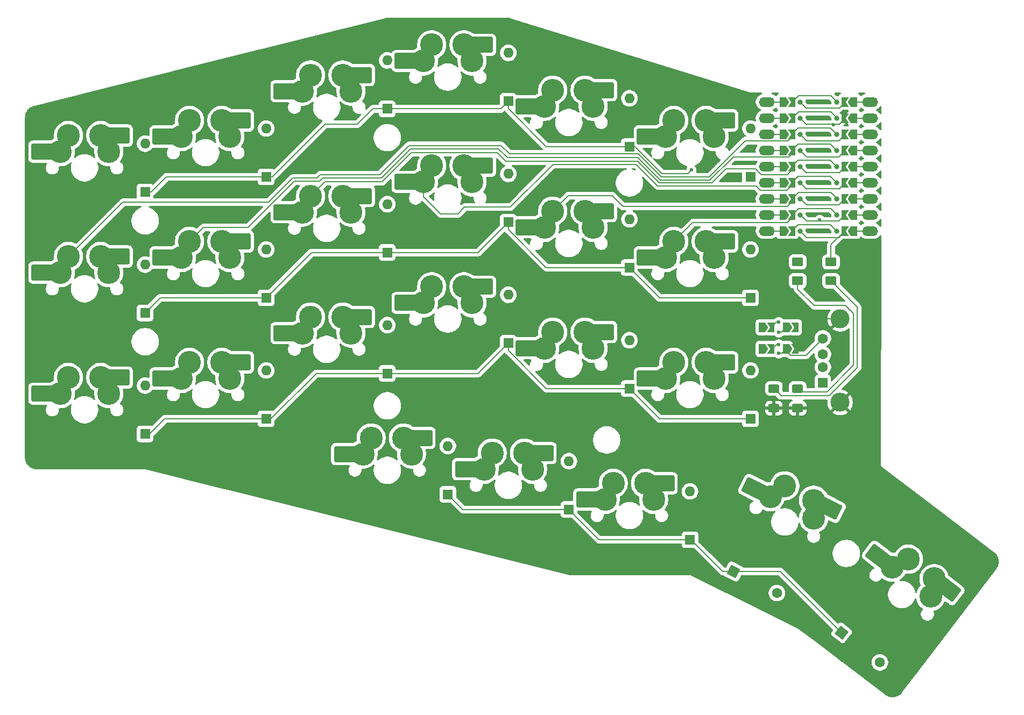
<source format=gbr>
%TF.GenerationSoftware,KiCad,Pcbnew,9.0.2*%
%TF.CreationDate,2025-07-01T22:27:43-10:00*%
%TF.ProjectId,jug,6a75672e-6b69-4636-9164-5f7063625858,rev?*%
%TF.SameCoordinates,Original*%
%TF.FileFunction,Copper,L2,Bot*%
%TF.FilePolarity,Positive*%
%FSLAX46Y46*%
G04 Gerber Fmt 4.6, Leading zero omitted, Abs format (unit mm)*
G04 Created by KiCad (PCBNEW 9.0.2) date 2025-07-01 22:27:43*
%MOMM*%
%LPD*%
G01*
G04 APERTURE LIST*
G04 Aperture macros list*
%AMRoundRect*
0 Rectangle with rounded corners*
0 $1 Rounding radius*
0 $2 $3 $4 $5 $6 $7 $8 $9 X,Y pos of 4 corners*
0 Add a 4 corners polygon primitive as box body*
4,1,4,$2,$3,$4,$5,$6,$7,$8,$9,$2,$3,0*
0 Add four circle primitives for the rounded corners*
1,1,$1+$1,$2,$3*
1,1,$1+$1,$4,$5*
1,1,$1+$1,$6,$7*
1,1,$1+$1,$8,$9*
0 Add four rect primitives between the rounded corners*
20,1,$1+$1,$2,$3,$4,$5,0*
20,1,$1+$1,$4,$5,$6,$7,0*
20,1,$1+$1,$6,$7,$8,$9,0*
20,1,$1+$1,$8,$9,$2,$3,0*%
%AMHorizOval*
0 Thick line with rounded ends*
0 $1 width*
0 $2 $3 position (X,Y) of the first rounded end (center of the circle)*
0 $4 $5 position (X,Y) of the second rounded end (center of the circle)*
0 Add line between two ends*
20,1,$1,$2,$3,$4,$5,0*
0 Add two circle primitives to create the rounded ends*
1,1,$1,$2,$3*
1,1,$1,$4,$5*%
%AMRotRect*
0 Rectangle, with rotation*
0 The origin of the aperture is its center*
0 $1 length*
0 $2 width*
0 $3 Rotation angle, in degrees counterclockwise*
0 Add horizontal line*
21,1,$1,$2,0,0,$3*%
%AMFreePoly0*
4,1,6,0.150000,0.000000,0.650000,-0.750000,-0.500000,-0.750000,-0.500000,0.750000,0.650000,0.750000,0.150000,0.000000,0.150000,0.000000,$1*%
%AMFreePoly1*
4,1,6,0.500000,-0.750000,-0.500000,-0.750000,-1.000000,0.000000,-0.500000,0.750000,0.500000,0.750000,0.500000,-0.750000,0.500000,-0.750000,$1*%
%AMFreePoly2*
4,1,6,1.000000,0.000000,0.500000,-0.750000,-0.500000,-0.750000,-0.500000,0.750000,0.500000,0.750000,1.000000,0.000000,1.000000,0.000000,$1*%
%AMFreePoly3*
4,1,6,0.500000,-0.750000,-0.650000,-0.750000,-0.150000,0.000000,-0.650000,0.750000,0.500000,0.750000,0.500000,-0.750000,0.500000,-0.750000,$1*%
G04 Aperture macros list end*
%TA.AperFunction,SMDPad,CuDef*%
%ADD10RoundRect,0.250000X-1.525000X-1.000000X1.525000X-1.000000X1.525000X1.000000X-1.525000X1.000000X0*%
%TD*%
%TA.AperFunction,ComponentPad*%
%ADD11C,3.600000*%
%TD*%
%TA.AperFunction,ComponentPad*%
%ADD12RotRect,1.600000X1.600000X142.250000*%
%TD*%
%TA.AperFunction,ComponentPad*%
%ADD13RotRect,1.600000X1.600000X322.250000*%
%TD*%
%TA.AperFunction,ComponentPad*%
%ADD14HorizOval,1.600000X0.000000X0.000000X0.000000X0.000000X0*%
%TD*%
%TA.AperFunction,ComponentPad*%
%ADD15HorizOval,1.600000X0.000000X0.000000X0.000000X0.000000X0*%
%TD*%
%TA.AperFunction,ComponentPad*%
%ADD16R,1.600000X1.600000*%
%TD*%
%TA.AperFunction,ComponentPad*%
%ADD17O,1.600000X1.600000*%
%TD*%
%TA.AperFunction,ComponentPad*%
%ADD18R,1.500000X1.600000*%
%TD*%
%TA.AperFunction,ComponentPad*%
%ADD19C,1.600000*%
%TD*%
%TA.AperFunction,ComponentPad*%
%ADD20C,3.000000*%
%TD*%
%TA.AperFunction,ComponentPad*%
%ADD21RotRect,1.600000X1.600000X333.500000*%
%TD*%
%TA.AperFunction,ComponentPad*%
%ADD22RotRect,1.600000X1.600000X153.500000*%
%TD*%
%TA.AperFunction,ComponentPad*%
%ADD23HorizOval,1.600000X0.000000X0.000000X0.000000X0.000000X0*%
%TD*%
%TA.AperFunction,ComponentPad*%
%ADD24HorizOval,1.600000X0.000000X0.000000X0.000000X0.000000X0*%
%TD*%
%TA.AperFunction,SMDPad,CuDef*%
%ADD25FreePoly0,180.000000*%
%TD*%
%TA.AperFunction,SMDPad,CuDef*%
%ADD26HorizOval,0.200000X0.494975X0.494975X-0.494975X-0.494975X0*%
%TD*%
%TA.AperFunction,SMDPad,CuDef*%
%ADD27O,5.250000X0.200000*%
%TD*%
%TA.AperFunction,SMDPad,CuDef*%
%ADD28HorizOval,0.200000X0.494975X-0.494975X-0.494975X0.494975X0*%
%TD*%
%TA.AperFunction,ComponentPad*%
%ADD29C,0.800000*%
%TD*%
%TA.AperFunction,SMDPad,CuDef*%
%ADD30FreePoly1,0.000000*%
%TD*%
%TA.AperFunction,SMDPad,CuDef*%
%ADD31RoundRect,0.030000X-0.970000X-0.070000X0.970000X-0.070000X0.970000X0.070000X-0.970000X0.070000X0*%
%TD*%
%TA.AperFunction,ComponentPad*%
%ADD32O,2.500000X1.500000*%
%TD*%
%TA.AperFunction,SMDPad,CuDef*%
%ADD33HorizOval,0.200000X-0.494975X0.494975X0.494975X-0.494975X0*%
%TD*%
%TA.AperFunction,SMDPad,CuDef*%
%ADD34HorizOval,0.200000X-0.494975X-0.494975X0.494975X0.494975X0*%
%TD*%
%TA.AperFunction,SMDPad,CuDef*%
%ADD35FreePoly0,0.000000*%
%TD*%
%TA.AperFunction,SMDPad,CuDef*%
%ADD36FreePoly1,180.000000*%
%TD*%
%TA.AperFunction,SMDPad,CuDef*%
%ADD37RoundRect,0.250000X-1.810973X-0.214483X0.918577X-1.575386X1.810973X0.214483X-0.918577X1.575386X0*%
%TD*%
%TA.AperFunction,SMDPad,CuDef*%
%ADD38RoundRect,0.250000X-1.819197X0.127071X0.608609X-1.719075X1.819197X-0.127071X-0.608609X1.719075X0*%
%TD*%
%TA.AperFunction,SMDPad,CuDef*%
%ADD39FreePoly2,0.000000*%
%TD*%
%TA.AperFunction,SMDPad,CuDef*%
%ADD40FreePoly3,0.000000*%
%TD*%
%TA.AperFunction,SMDPad,CuDef*%
%ADD41RoundRect,0.250001X0.624999X-0.462499X0.624999X0.462499X-0.624999X0.462499X-0.624999X-0.462499X0*%
%TD*%
%TA.AperFunction,SMDPad,CuDef*%
%ADD42RoundRect,0.250000X-0.625000X0.400000X-0.625000X-0.400000X0.625000X-0.400000X0.625000X0.400000X0*%
%TD*%
%TA.AperFunction,ViaPad*%
%ADD43C,0.600000*%
%TD*%
%TA.AperFunction,Conductor*%
%ADD44C,0.200000*%
%TD*%
G04 APERTURE END LIST*
D10*
%TO.P,S21,1,1*%
%TO.N,COL2L*%
X152804591Y-132179598D03*
D11*
X155579591Y-132179598D03*
X156849590Y-129639598D03*
%TO.P,S21,2,2*%
%TO.N,Net-(D21-A)*%
X161929591Y-129639598D03*
X163199591Y-132179598D03*
D10*
X164709591Y-129639598D03*
%TD*%
%TO.P,S10,1,1*%
%TO.N,COL3L*%
X124228991Y-82172299D03*
D11*
X127003991Y-82172299D03*
X128273990Y-79632299D03*
%TO.P,S10,2,2*%
%TO.N,Net-(D10-A)*%
X133353991Y-79632299D03*
X134623991Y-82172299D03*
D10*
X136133991Y-79632299D03*
%TD*%
%TO.P,S11,1,1*%
%TO.N,COL4L*%
X143279392Y-89316198D03*
D11*
X146054392Y-89316198D03*
X147324391Y-86776198D03*
%TO.P,S11,2,2*%
%TO.N,Net-(D11-A)*%
X152404392Y-86776198D03*
X153674392Y-89316198D03*
D10*
X155184392Y-86776198D03*
%TD*%
D12*
%TO.P,D23,1,K*%
%TO.N,ROW3L*%
X192773864Y-153185051D03*
D13*
X192773864Y-153185051D03*
D14*
%TO.P,D23,2,A*%
%TO.N,Net-(D23-A)*%
X198798919Y-157850147D03*
D15*
X198798919Y-157850147D03*
%TD*%
D10*
%TO.P,S17,1,1*%
%TO.N,COL4L*%
X143279392Y-108366598D03*
D11*
X146054392Y-108366598D03*
X147324391Y-105826598D03*
%TO.P,S17,2,2*%
%TO.N,Net-(D17-A)*%
X152404392Y-105826598D03*
X153674392Y-108366598D03*
D10*
X155184392Y-105826598D03*
%TD*%
D16*
%TO.P,D4,1,K*%
%TO.N,ROW0L*%
X140339191Y-69471899D03*
X140339191Y-69471899D03*
D17*
%TO.P,D4,2,A*%
%TO.N,Net-(D4-A)*%
X140339191Y-61851899D03*
X140339191Y-61851899D03*
%TD*%
D16*
%TO.P,D19,1,K*%
%TO.N,ROW3L*%
X130813992Y-131385698D03*
X130813992Y-131385698D03*
D17*
%TO.P,D19,2,A*%
%TO.N,Net-(D19-A)*%
X130813992Y-123765698D03*
X130813992Y-123765698D03*
%TD*%
D16*
%TO.P,D8,1,K*%
%TO.N,ROW1L*%
X102238392Y-100428797D03*
X102238392Y-100428797D03*
D17*
%TO.P,D8,2,A*%
%TO.N,Net-(D8-A)*%
X102238392Y-92808797D03*
X102238392Y-92808797D03*
%TD*%
D10*
%TO.P,S19,1,1*%
%TO.N,COL0L*%
X114703791Y-125035698D03*
D11*
X117478791Y-125035698D03*
X118748790Y-122495698D03*
%TO.P,S19,2,2*%
%TO.N,Net-(D19-A)*%
X123828791Y-122495698D03*
X125098791Y-125035698D03*
D10*
X126608791Y-122495698D03*
%TD*%
%TO.P,S3,1,1*%
%TO.N,COL2L*%
X105178591Y-67884498D03*
D11*
X107953591Y-67884498D03*
X109223590Y-65344498D03*
%TO.P,S3,2,2*%
%TO.N,Net-(D3-A)*%
X114303591Y-65344498D03*
X115573591Y-67884498D03*
D10*
X117083591Y-65344498D03*
%TD*%
%TO.P,S1,1,1*%
%TO.N,COL0L*%
X67077792Y-77409696D03*
D11*
X69852792Y-77409696D03*
X71122791Y-74869696D03*
%TO.P,S1,2,2*%
%TO.N,Net-(D1-A)*%
X76202792Y-74869696D03*
X77472792Y-77409696D03*
D10*
X78982792Y-74869696D03*
%TD*%
D16*
%TO.P,D14,1,K*%
%TO.N,ROW2L*%
X102238391Y-119479198D03*
X102238391Y-119479198D03*
D17*
%TO.P,D14,2,A*%
%TO.N,Net-(D14-A)*%
X102238391Y-111859198D03*
X102238391Y-111859198D03*
%TD*%
D16*
%TO.P,D5,1,K*%
%TO.N,ROW0L*%
X159389591Y-76615798D03*
X159389591Y-76615798D03*
D17*
%TO.P,D5,2,A*%
%TO.N,Net-(D5-A)*%
X159389591Y-68995798D03*
X159389591Y-68995798D03*
%TD*%
D16*
%TO.P,D11,1,K*%
%TO.N,ROW1L*%
X159389591Y-95666198D03*
X159389591Y-95666198D03*
D17*
%TO.P,D11,2,A*%
%TO.N,Net-(D11-A)*%
X159389591Y-88046198D03*
X159389591Y-88046198D03*
%TD*%
D16*
%TO.P,D13,1,K*%
%TO.N,ROW2L*%
X83187992Y-121860498D03*
X83187992Y-121860498D03*
D17*
%TO.P,D13,2,A*%
%TO.N,Net-(D13-A)*%
X83187992Y-114240498D03*
X83187992Y-114240498D03*
%TD*%
D16*
%TO.P,D20,1,K*%
%TO.N,ROW3L*%
X149864392Y-133766998D03*
X149864392Y-133766998D03*
D17*
%TO.P,D20,2,A*%
%TO.N,Net-(D20-A)*%
X149864392Y-126146998D03*
X149864392Y-126146998D03*
%TD*%
D16*
%TO.P,D2,1,K*%
%TO.N,ROW0L*%
X102238392Y-81378399D03*
X102238392Y-81378399D03*
D17*
%TO.P,D2,2,A*%
%TO.N,Net-(D2-A)*%
X102238392Y-73758399D03*
X102238392Y-73758399D03*
%TD*%
D10*
%TO.P,S8,1,1*%
%TO.N,COL1L*%
X86128192Y-94078799D03*
D11*
X88903192Y-94078799D03*
X90173191Y-91538799D03*
%TO.P,S8,2,2*%
%TO.N,Net-(D8-A)*%
X95253192Y-91538799D03*
X96523192Y-94078799D03*
D10*
X98033192Y-91538799D03*
%TD*%
D16*
%TO.P,D9,1,K*%
%TO.N,ROW1L*%
X121288791Y-93284899D03*
X121288791Y-93284899D03*
D17*
%TO.P,D9,2,A*%
%TO.N,Net-(D9-A)*%
X121288791Y-85664899D03*
X121288791Y-85664899D03*
%TD*%
D16*
%TO.P,D3,1,K*%
%TO.N,ROW0L*%
X121288792Y-70661398D03*
X121288792Y-70661398D03*
D17*
%TO.P,D3,2,A*%
%TO.N,Net-(D3-A)*%
X121288792Y-63041398D03*
X121288792Y-63041398D03*
%TD*%
D18*
%TO.P,J1,1,VBUS*%
%TO.N,Net-(J1-VBUS)*%
X189826392Y-113817598D03*
D19*
%TO.P,J1,2,D-*%
%TO.N,Net-(J1-D-)*%
X189826391Y-111317598D03*
%TO.P,J1,3,D+*%
%TO.N,Net-(J1-D+)*%
X189826392Y-109317597D03*
%TO.P,J1,4,GND*%
%TO.N,Net-(J1-GND)*%
X189826392Y-106817599D03*
D20*
%TO.P,J1,5,Shield*%
%TO.N,GND*%
X192536392Y-116887598D03*
X192536392Y-103747598D03*
%TD*%
D10*
%TO.P,S5,1,1*%
%TO.N,COL4L*%
X143279393Y-70265798D03*
D11*
X146054393Y-70265798D03*
X147324392Y-67725798D03*
%TO.P,S5,2,2*%
%TO.N,Net-(D5-A)*%
X152404393Y-67725798D03*
X153674393Y-70265798D03*
D10*
X155184393Y-67725798D03*
%TD*%
%TO.P,S6,1,1*%
%TO.N,COL5L*%
X162329792Y-75028398D03*
D11*
X165104792Y-75028398D03*
X166374791Y-72488398D03*
%TO.P,S6,2,2*%
%TO.N,Net-(D6-A)*%
X171454792Y-72488398D03*
X172724792Y-75028398D03*
D10*
X174234792Y-72488398D03*
%TD*%
%TO.P,S18,1,1*%
%TO.N,COL5L*%
X162329792Y-113129198D03*
D11*
X165104792Y-113129198D03*
X166374791Y-110589198D03*
%TO.P,S18,2,2*%
%TO.N,Net-(D18-A)*%
X171454792Y-110589198D03*
X172724792Y-113129198D03*
D10*
X174234792Y-110589198D03*
%TD*%
%TO.P,S20,1,1*%
%TO.N,COL1L*%
X133754192Y-127416998D03*
D11*
X136529192Y-127416998D03*
X137799191Y-124876998D03*
%TO.P,S20,2,2*%
%TO.N,Net-(D20-A)*%
X142879192Y-124876998D03*
X144149192Y-127416998D03*
D10*
X145659192Y-124876998D03*
%TD*%
%TO.P,S13,1,1*%
%TO.N,COL0L*%
X67077792Y-115510498D03*
D11*
X69852792Y-115510498D03*
X71122791Y-112970498D03*
%TO.P,S13,2,2*%
%TO.N,Net-(D13-A)*%
X76202792Y-112970498D03*
X77472792Y-115510498D03*
D10*
X78982792Y-112970498D03*
%TD*%
D21*
%TO.P,D22,1,K*%
%TO.N,ROW3L*%
X175776692Y-143517584D03*
D22*
X175776692Y-143517584D03*
D23*
%TO.P,D22,2,A*%
%TO.N,Net-(D22-A)*%
X182596092Y-146917611D03*
D24*
X182596092Y-146917611D03*
%TD*%
D10*
%TO.P,S9,1,1*%
%TO.N,COL2L*%
X105178592Y-86934898D03*
D11*
X107953592Y-86934898D03*
X109223591Y-84394898D03*
%TO.P,S9,2,2*%
%TO.N,Net-(D9-A)*%
X114303592Y-84394898D03*
X115573592Y-86934898D03*
D10*
X117083592Y-84394898D03*
%TD*%
D16*
%TO.P,D12,1,K*%
%TO.N,ROW1L*%
X178439993Y-100428798D03*
X178439993Y-100428798D03*
D17*
%TO.P,D12,2,A*%
%TO.N,Net-(D12-A)*%
X178439993Y-92808798D03*
X178439993Y-92808798D03*
%TD*%
D25*
%TO.P,U1,1,0*%
%TO.N,INTERCONNECT_A*%
X184964393Y-69574798D03*
D26*
X185454393Y-69074798D03*
D27*
X188499393Y-68574798D03*
D28*
X191554393Y-69074798D03*
D29*
X192034393Y-69574798D03*
D30*
%TO.P,U1,1a*%
%TO.N,N/C*%
X194754393Y-69574798D03*
D31*
X195484393Y-69574798D03*
D32*
X197254393Y-69574798D03*
D25*
%TO.P,U1,2,1*%
%TO.N,INTERCONNECT_B*%
X184964393Y-72114798D03*
D26*
X185454393Y-71614798D03*
D27*
X188499393Y-71114798D03*
D28*
X191554393Y-71614798D03*
D29*
X192034393Y-72114798D03*
D30*
%TO.P,U1,2a*%
%TO.N,N/C*%
X194754393Y-72114798D03*
D31*
X195484393Y-72114798D03*
D32*
X197254393Y-72114798D03*
D25*
%TO.P,U1,3,2*%
%TO.N,COL0L*%
X184964393Y-74654798D03*
D26*
X185439393Y-74159798D03*
D27*
X188484393Y-73659798D03*
D28*
X191539393Y-74159798D03*
D29*
X192034393Y-74654798D03*
D30*
%TO.P,U1,3a*%
%TO.N,N/C*%
X194754393Y-74654798D03*
D31*
X195484393Y-74654798D03*
D32*
X197254393Y-74654798D03*
D25*
%TO.P,U1,4,3*%
%TO.N,COL1L*%
X184964393Y-77194798D03*
D26*
X185439393Y-76699798D03*
D27*
X188484393Y-76199798D03*
D28*
X191539393Y-76699798D03*
D29*
X192034393Y-77194798D03*
D30*
%TO.P,U1,4a*%
%TO.N,N/C*%
X194754393Y-77194798D03*
D31*
X195484393Y-77194798D03*
D32*
X197254393Y-77194798D03*
D25*
%TO.P,U1,5,4*%
%TO.N,COL2L*%
X184964393Y-79734798D03*
D26*
X185439393Y-79234798D03*
D27*
X188484393Y-78734798D03*
D28*
X191539393Y-79234798D03*
D29*
X192034393Y-79734798D03*
D30*
%TO.P,U1,5a*%
%TO.N,N/C*%
X194754393Y-79734798D03*
D31*
X195484393Y-79734798D03*
D32*
X197254393Y-79734798D03*
D25*
%TO.P,U1,6,5*%
%TO.N,COL3L*%
X184964393Y-82274798D03*
D26*
X185439393Y-81774798D03*
D27*
X188484393Y-81274798D03*
D28*
X191539393Y-81774798D03*
D29*
X192034393Y-82274798D03*
D30*
%TO.P,U1,6a*%
%TO.N,N/C*%
X194754393Y-82274798D03*
D31*
X195484393Y-82274798D03*
D32*
X197254393Y-82274798D03*
D25*
%TO.P,U1,7,6*%
%TO.N,COL4L*%
X184964393Y-84814798D03*
D26*
X185464393Y-84309798D03*
D27*
X188509393Y-83809798D03*
D28*
X191564393Y-84309798D03*
D29*
X192034393Y-84814798D03*
D30*
%TO.P,U1,7a*%
%TO.N,N/C*%
X194754393Y-84814798D03*
D31*
X195484393Y-84814798D03*
D32*
X197254393Y-84814798D03*
D25*
%TO.P,U1,8,7*%
%TO.N,COL5L*%
X184964393Y-87354798D03*
D26*
X185464393Y-86849798D03*
D27*
X188509393Y-86349798D03*
D28*
X191564393Y-86849798D03*
D29*
X192034393Y-87354798D03*
D30*
%TO.P,U1,8a*%
%TO.N,N/C*%
X194754393Y-87354798D03*
D31*
X195484393Y-87354798D03*
D32*
X197254393Y-87354798D03*
D25*
%TO.P,U1,9,8*%
%TO.N,unconnected-(U1-8-Pad9)_5*%
X184964393Y-89894798D03*
D26*
%TO.N,unconnected-(U1-8-Pad9)*%
X185439393Y-89399798D03*
D27*
%TO.N,unconnected-(U1-8-Pad9)_3*%
X188484393Y-88899798D03*
D28*
%TO.N,unconnected-(U1-8-Pad9)_4*%
X191539393Y-89399798D03*
D29*
%TO.N,unconnected-(U1-8-Pad9)_1*%
X192034393Y-89894798D03*
D30*
%TO.P,U1,9a*%
%TO.N,N/C*%
X194754393Y-89894798D03*
D31*
X195484393Y-89894798D03*
D32*
X197254393Y-89894798D03*
D29*
%TO.P,U1,15,14*%
%TO.N,LED1*%
X186234393Y-89894798D03*
D33*
X186719393Y-90399798D03*
D27*
X189774393Y-90899798D03*
D34*
X192819393Y-90399798D03*
D35*
X193304393Y-89894798D03*
D32*
%TO.P,U1,15a*%
%TO.N,N/C*%
X181014393Y-89894798D03*
D31*
X182764393Y-89894798D03*
D36*
X183514393Y-89894798D03*
D29*
%TO.P,U1,16,15*%
%TO.N,LED0*%
X186234393Y-87354798D03*
D33*
X186744393Y-87849798D03*
D27*
X189799393Y-88349798D03*
D34*
X192844393Y-87849798D03*
D35*
X193304393Y-87354798D03*
D32*
%TO.P,U1,16a*%
%TO.N,N/C*%
X181014393Y-87354798D03*
D31*
X182764393Y-87354798D03*
D36*
X183514393Y-87354798D03*
D29*
%TO.P,U1,17,26*%
%TO.N,ROW3L*%
X186234393Y-84814798D03*
D33*
X186744393Y-85309798D03*
D27*
X189799393Y-85809798D03*
D34*
X192844393Y-85309798D03*
D35*
X193304393Y-84814798D03*
D32*
%TO.P,U1,17a*%
%TO.N,N/C*%
X181014393Y-84814798D03*
D31*
X182764393Y-84814798D03*
D36*
X183514393Y-84814798D03*
D29*
%TO.P,U1,18,27*%
%TO.N,ROW2L*%
X186234393Y-82274798D03*
D33*
X186719393Y-82774798D03*
D27*
X189774393Y-83274798D03*
D34*
X192819393Y-82774798D03*
D35*
X193304393Y-82274798D03*
D32*
%TO.P,U1,18a*%
%TO.N,N/C*%
X181014393Y-82274798D03*
D31*
X182764393Y-82274798D03*
D36*
X183514393Y-82274798D03*
D29*
%TO.P,U1,19,28*%
%TO.N,ROW1L*%
X186234393Y-79734798D03*
D33*
X186719393Y-80234798D03*
D27*
X189774393Y-80734798D03*
D34*
X192819393Y-80234798D03*
D35*
X193304393Y-79734798D03*
D32*
%TO.P,U1,19a*%
%TO.N,N/C*%
X181014393Y-79734798D03*
D31*
X182764393Y-79734798D03*
D36*
X183514393Y-79734798D03*
D29*
%TO.P,U1,20,29*%
%TO.N,ROW0L*%
X186234393Y-77194798D03*
D33*
X186719393Y-77699798D03*
D27*
X189774393Y-78199798D03*
D34*
X192819393Y-77699798D03*
D35*
X193304393Y-77194798D03*
D32*
%TO.P,U1,20a*%
%TO.N,N/C*%
X181014393Y-77194798D03*
D31*
X182764393Y-77194798D03*
D36*
X183514393Y-77194798D03*
D29*
%TO.P,U1,21,3V3*%
%TO.N,unconnected-(U1-3V3-Pad21)_6*%
X186234393Y-74654798D03*
D33*
%TO.N,unconnected-(U1-3V3-Pad21)_1*%
X186719393Y-75159798D03*
D27*
%TO.N,unconnected-(U1-3V3-Pad21)_2*%
X189774393Y-75659798D03*
D34*
%TO.N,unconnected-(U1-3V3-Pad21)_3*%
X192819393Y-75159798D03*
D35*
%TO.N,unconnected-(U1-3V3-Pad21)_4*%
X193304393Y-74654798D03*
D32*
%TO.P,U1,21a*%
%TO.N,N/C*%
X181014393Y-74654798D03*
D31*
X182764393Y-74654798D03*
D36*
X183514393Y-74654798D03*
D29*
%TO.P,U1,22,GND*%
%TO.N,GND*%
X186234393Y-72114798D03*
D33*
X186734393Y-72614798D03*
D27*
X189789393Y-73114798D03*
D34*
X192834393Y-72614798D03*
D35*
X193304393Y-72114798D03*
D32*
%TO.P,U1,22a*%
%TO.N,N/C*%
X181014393Y-72114798D03*
D31*
X182784393Y-72114798D03*
D36*
X183514393Y-72114798D03*
D29*
%TO.P,U1,23,5V*%
%TO.N,+5V*%
X186234393Y-69574798D03*
D33*
X186734393Y-70074798D03*
D27*
X189789393Y-70574798D03*
D34*
X192834393Y-70074798D03*
D35*
X193304393Y-69574798D03*
D32*
%TO.P,U1,23a*%
%TO.N,N/C*%
X181014393Y-69574798D03*
D31*
X182784393Y-69574798D03*
D36*
X183514393Y-69574798D03*
%TD*%
D16*
%TO.P,D15,1,K*%
%TO.N,ROW2L*%
X121288794Y-112335297D03*
X121288794Y-112335297D03*
D17*
%TO.P,D15,2,A*%
%TO.N,Net-(D15-A)*%
X121288794Y-104715297D03*
X121288794Y-104715297D03*
%TD*%
D37*
%TO.P,S22,1,1*%
%TO.N,COL3L*%
X179076592Y-130506251D03*
D11*
X181560035Y-131744451D03*
X183829943Y-130037989D03*
%TO.P,S22,2,2*%
%TO.N,Net-(D22-A)*%
X188376210Y-132304674D03*
X188379434Y-135144477D03*
D37*
X190864128Y-133545103D03*
%TD*%
D10*
%TO.P,S2,1,1*%
%TO.N,COL1L*%
X86128191Y-75028397D03*
D11*
X88903191Y-75028397D03*
X90173190Y-72488397D03*
%TO.P,S2,2,2*%
%TO.N,Net-(D2-A)*%
X95253191Y-72488397D03*
X96523191Y-75028397D03*
D10*
X98033191Y-72488397D03*
%TD*%
%TO.P,S4,1,1*%
%TO.N,COL3L*%
X124228993Y-63121899D03*
D11*
X127003993Y-63121899D03*
X128273992Y-60581899D03*
%TO.P,S4,2,2*%
%TO.N,Net-(D4-A)*%
X133353993Y-60581899D03*
X134623993Y-63121899D03*
D10*
X136133993Y-60581899D03*
%TD*%
D16*
%TO.P,D10,1,K*%
%TO.N,ROW1L*%
X140339192Y-88522298D03*
X140339192Y-88522298D03*
D17*
%TO.P,D10,2,A*%
%TO.N,Net-(D10-A)*%
X140339192Y-80902298D03*
X140339192Y-80902298D03*
%TD*%
D10*
%TO.P,S14,1,1*%
%TO.N,COL1L*%
X86128193Y-113129199D03*
D11*
X88903193Y-113129199D03*
X90173192Y-110589199D03*
%TO.P,S14,2,2*%
%TO.N,Net-(D14-A)*%
X95253193Y-110589199D03*
X96523193Y-113129199D03*
D10*
X98033193Y-110589199D03*
%TD*%
%TO.P,S7,1,1*%
%TO.N,COL0L*%
X67077791Y-96460098D03*
D11*
X69852791Y-96460098D03*
X71122790Y-93920098D03*
%TO.P,S7,2,2*%
%TO.N,Net-(D7-A)*%
X76202791Y-93920098D03*
X77472791Y-96460098D03*
D10*
X78982791Y-93920098D03*
%TD*%
D16*
%TO.P,D1,1,K*%
%TO.N,ROW0L*%
X83187992Y-83759699D03*
X83187992Y-83759699D03*
D17*
%TO.P,D1,2,A*%
%TO.N,Net-(D1-A)*%
X83187992Y-76139699D03*
X83187992Y-76139699D03*
%TD*%
D10*
%TO.P,S15,1,1*%
%TO.N,COL2L*%
X105178591Y-105985297D03*
D11*
X107953591Y-105985297D03*
X109223590Y-103445297D03*
%TO.P,S15,2,2*%
%TO.N,Net-(D15-A)*%
X114303591Y-103445297D03*
X115573591Y-105985297D03*
D10*
X117083591Y-103445297D03*
%TD*%
D16*
%TO.P,D18,1,K*%
%TO.N,ROW2L*%
X178439991Y-119479198D03*
X178439991Y-119479198D03*
D17*
%TO.P,D18,2,A*%
%TO.N,Net-(D18-A)*%
X178439991Y-111859198D03*
X178439991Y-111859198D03*
%TD*%
D38*
%TO.P,S23,1,1*%
%TO.N,COL4L*%
X198532166Y-141159890D03*
D11*
X200741071Y-142839581D03*
X203289440Y-141586459D03*
%TO.P,S23,2,2*%
%TO.N,Net-(D23-A)*%
X207333131Y-144661352D03*
X206806607Y-147451922D03*
D38*
X209546016Y-146344070D03*
%TD*%
D10*
%TO.P,S12,1,1*%
%TO.N,COL5L*%
X162329792Y-94078798D03*
D11*
X165104792Y-94078798D03*
X166374791Y-91538798D03*
%TO.P,S12,2,2*%
%TO.N,Net-(D12-A)*%
X171454792Y-91538798D03*
X172724792Y-94078798D03*
D10*
X174234792Y-91538798D03*
%TD*%
D16*
%TO.P,D6,1,K*%
%TO.N,ROW0L*%
X178439993Y-81378398D03*
X178439993Y-81378398D03*
D17*
%TO.P,D6,2,A*%
%TO.N,Net-(D6-A)*%
X178439993Y-73758398D03*
X178439993Y-73758398D03*
%TD*%
D16*
%TO.P,D21,1,K*%
%TO.N,ROW3L*%
X168914791Y-138529597D03*
X168914791Y-138529597D03*
D17*
%TO.P,D21,2,A*%
%TO.N,Net-(D21-A)*%
X168914791Y-130909597D03*
X168914791Y-130909597D03*
%TD*%
D16*
%TO.P,D17,1,K*%
%TO.N,ROW2L*%
X159389592Y-114716598D03*
X159389592Y-114716598D03*
D17*
%TO.P,D17,2,A*%
%TO.N,Net-(D17-A)*%
X159389592Y-107096598D03*
X159389592Y-107096598D03*
%TD*%
D16*
%TO.P,D7,1,K*%
%TO.N,ROW1L*%
X83187993Y-102810097D03*
X83187993Y-102810097D03*
D17*
%TO.P,D7,2,A*%
%TO.N,Net-(D7-A)*%
X83187993Y-95190097D03*
X83187993Y-95190097D03*
%TD*%
D10*
%TO.P,S16,1,1*%
%TO.N,COL3L*%
X124228992Y-101222699D03*
D11*
X127003992Y-101222699D03*
X128273991Y-98682699D03*
%TO.P,S16,2,2*%
%TO.N,Net-(D16-A)*%
X133353992Y-98682699D03*
X134623992Y-101222699D03*
D10*
X136133992Y-98682699D03*
%TD*%
D16*
%TO.P,D16,1,K*%
%TO.N,ROW2L*%
X140339192Y-107572698D03*
X140339192Y-107572698D03*
D17*
%TO.P,D16,2,A*%
%TO.N,Net-(D16-A)*%
X140339192Y-99952698D03*
X140339192Y-99952698D03*
%TD*%
D39*
%TO.P,JP7,1,A*%
%TO.N,+5V*%
X180261392Y-108467597D03*
D40*
%TO.P,JP7,2,B*%
%TO.N,Net-(J1-VBUS)*%
X181711392Y-108467597D03*
%TD*%
D39*
%TO.P,JP3,1,A*%
%TO.N,INTERCONNECT_A*%
X180261392Y-105067598D03*
D40*
%TO.P,JP3,2,B*%
%TO.N,Net-(J1-D+)*%
X181711392Y-105067598D03*
%TD*%
D41*
%TO.P,D26,1,K*%
%TO.N,Net-(D26-K)*%
X191114393Y-97732298D03*
%TO.P,D26,2,A*%
%TO.N,LED1*%
X191114393Y-94757298D03*
%TD*%
D39*
%TO.P,JP8,1,A*%
%TO.N,Net-(J1-GND)*%
X184061392Y-108467597D03*
D40*
%TO.P,JP8,2,B*%
%TO.N,GND*%
X185511392Y-108467597D03*
%TD*%
D42*
%TO.P,R3,1*%
%TO.N,Net-(D26-K)*%
X182114393Y-114694797D03*
%TO.P,R3,2*%
%TO.N,GND*%
X182114393Y-117794799D03*
%TD*%
D39*
%TO.P,JP4,1,A*%
%TO.N,Net-(J1-D-)*%
X184061391Y-105067598D03*
D40*
%TO.P,JP4,2,B*%
%TO.N,INTERCONNECT_B*%
X185511391Y-105067598D03*
%TD*%
D42*
%TO.P,R1,1*%
%TO.N,Net-(D24-K)*%
X185864393Y-114694797D03*
%TO.P,R1,2*%
%TO.N,GND*%
X185864393Y-117794799D03*
%TD*%
D41*
%TO.P,D24,1,K*%
%TO.N,Net-(D24-K)*%
X185864393Y-97732298D03*
%TO.P,D24,2,A*%
%TO.N,LED0*%
X185864393Y-94757298D03*
%TD*%
D43*
%TO.N,GND*%
X191494393Y-73134798D03*
%TO.N,ROW0L*%
X169134393Y-80314798D03*
%TO.N,INTERCONNECT_A*%
X180261391Y-105067598D03*
%TO.N,+5V*%
X180261393Y-108467598D03*
%TO.N,GND*%
X185611393Y-108467598D03*
%TO.N,INTERCONNECT_B*%
X185611391Y-105067598D03*
%TO.N,Net-(J1-D+)*%
X182886391Y-104267597D03*
%TO.N,Net-(J1-VBUS)*%
X182886391Y-107767596D03*
%TO.N,Net-(J1-GND)*%
X182886392Y-109167598D03*
%TO.N,Net-(J1-D-)*%
X182886392Y-105867598D03*
%TO.N,LED0*%
X189314393Y-88174798D03*
X185864393Y-94757298D03*
%TO.N,LED1*%
X191114393Y-94757298D03*
%TD*%
D44*
%TO.N,ROW0L*%
X103190992Y-81378398D02*
X111507080Y-73062309D01*
X102238392Y-81378399D02*
X103190992Y-81378398D01*
X84140591Y-83759698D02*
X86521891Y-81378399D01*
X140339193Y-70636758D02*
X146318233Y-76615797D01*
X116577280Y-73062310D02*
X118983993Y-70655597D01*
X111507080Y-73062309D02*
X116523991Y-73062308D01*
X146318233Y-76615797D02*
X159389591Y-76615798D01*
X160273791Y-76615798D02*
X164533992Y-80875997D01*
X118989792Y-70661397D02*
X121288792Y-70661398D01*
X168573194Y-80875997D02*
X169134393Y-80314798D01*
X118983993Y-70655597D02*
X118989792Y-70661397D01*
X116523991Y-73062308D02*
X116577280Y-73062310D01*
X139149692Y-70661398D02*
X121288792Y-70661398D01*
X177937592Y-80875999D02*
X178439993Y-81378398D01*
X83187992Y-83759699D02*
X84140591Y-83759698D01*
X140339191Y-69471899D02*
X140339193Y-70636758D01*
X140339191Y-69471899D02*
X139149692Y-70661398D01*
X86521891Y-81378399D02*
X102238392Y-81378399D01*
X159389591Y-76615798D02*
X160273791Y-76615798D01*
X164533992Y-80875997D02*
X168573194Y-80875997D01*
%TO.N,ROW1L*%
X140339192Y-88522298D02*
X140339192Y-89687158D01*
X159389591Y-95666198D02*
X164152191Y-100428797D01*
X146318231Y-95666198D02*
X159389591Y-95666198D01*
X121256092Y-93317597D02*
X121288791Y-93284899D01*
X83187993Y-102810097D02*
X85580492Y-100417598D01*
X85580492Y-100417598D02*
X102227192Y-100417598D01*
X135576592Y-93284898D02*
X140339192Y-88522298D01*
X102227192Y-100417598D02*
X102238392Y-100428797D01*
X109349591Y-93317598D02*
X121256092Y-93317597D01*
X164152191Y-100428797D02*
X178439993Y-100428798D01*
X140339192Y-89687158D02*
X146318231Y-95666198D01*
X102238392Y-100428797D02*
X109349591Y-93317598D01*
X121288791Y-93284899D02*
X135576592Y-93284898D01*
%TO.N,ROW2L*%
X110108691Y-112335298D02*
X121288794Y-112335297D01*
X83913492Y-121860497D02*
X86294792Y-119479198D01*
X146318233Y-114716599D02*
X140339191Y-108737558D01*
X135576592Y-112335298D02*
X140339192Y-107572698D01*
X102238391Y-119479198D02*
X102964792Y-119479199D01*
X178439991Y-119479198D02*
X164152191Y-119479199D01*
X164152191Y-119479199D02*
X159389592Y-114716598D01*
X102964792Y-119479199D02*
X110108691Y-112335298D01*
X121288794Y-112335297D02*
X135576592Y-112335298D01*
X86294792Y-119479198D02*
X102238391Y-119479198D01*
X140339191Y-108737558D02*
X140339192Y-107572698D01*
X83187992Y-121860498D02*
X83913492Y-121860497D01*
X159389592Y-114716598D02*
X146318233Y-114716599D01*
%TO.N,ROW3L*%
X175776692Y-143517584D02*
X183106400Y-143517586D01*
X174086379Y-143517586D02*
X175776692Y-143517584D01*
X183106400Y-143517586D02*
X192773864Y-153185051D01*
X130813992Y-131385698D02*
X133195292Y-133766998D01*
X149864392Y-133766998D02*
X154626991Y-138529598D01*
X168914791Y-138529597D02*
X169098391Y-138529597D01*
X169098391Y-138529597D02*
X174086379Y-143517586D01*
X154626991Y-138529598D02*
X168914791Y-138529597D01*
X133195292Y-133766998D02*
X149864392Y-133766998D01*
%TO.N,GND*%
X190231392Y-103747599D02*
X192536391Y-103747598D01*
X185511391Y-108467598D02*
X190231392Y-103747599D01*
%TO.N,COL0L*%
X79655292Y-85387598D02*
X102562391Y-85387597D01*
X140553992Y-77775998D02*
X160763992Y-77775997D01*
X177629193Y-75660798D02*
X184309393Y-75660798D01*
X102562391Y-85387597D02*
X106373991Y-81575998D01*
X106373991Y-81575998D02*
X110193992Y-81575998D01*
X184309393Y-75660798D02*
X184964393Y-75005798D01*
X160763992Y-77775997D02*
X164373991Y-81385998D01*
X139203992Y-76425999D02*
X140553992Y-77775998D01*
X171903993Y-81385998D02*
X177629193Y-75660798D01*
X124713591Y-76425998D02*
X139203992Y-76425999D01*
X120103591Y-81035998D02*
X124713591Y-76425998D01*
X164373991Y-81385998D02*
X171903993Y-81385998D01*
X110733991Y-81035998D02*
X120103591Y-81035998D01*
X71122791Y-93920099D02*
X79655292Y-85387598D01*
X110193992Y-81575998D02*
X110733991Y-81035998D01*
%TO.N,COL1L*%
X111163992Y-81535999D02*
X120353592Y-81535998D01*
X138793991Y-76975999D02*
X140173991Y-78355999D01*
X160713991Y-78355997D02*
X164233991Y-81875998D01*
X172043193Y-81875998D02*
X175718393Y-78200798D01*
X140173991Y-78355999D02*
X160713991Y-78355997D01*
X90173192Y-91538797D02*
X92344391Y-89367598D01*
X120353592Y-81535998D02*
X124913591Y-76975997D01*
X110632391Y-82067598D02*
X111163992Y-81535999D01*
X184454781Y-78200798D02*
X185212587Y-77442992D01*
X164233991Y-81875998D02*
X172043193Y-81875998D01*
X124913591Y-76975997D02*
X138793991Y-76975999D01*
X175718393Y-78200798D02*
X184454781Y-78200798D01*
X99386393Y-89367598D02*
X106686392Y-82067599D01*
X106686392Y-82067599D02*
X110632391Y-82067598D01*
X92344391Y-89367598D02*
X99386393Y-89367598D01*
%TO.N,COL2L*%
X138550091Y-77531298D02*
X139924792Y-78905999D01*
X164045311Y-82307319D02*
X172331873Y-82307318D01*
X109223591Y-84394898D02*
X111450892Y-82167598D01*
X179264393Y-80084798D02*
X180174393Y-80994798D01*
X120431991Y-82167599D02*
X125068291Y-77531298D01*
X160643991Y-78905999D02*
X164045311Y-82307319D01*
X180174393Y-80994798D02*
X184200781Y-80994798D01*
X172331873Y-82307318D02*
X174554393Y-80084798D01*
X174554393Y-80084798D02*
X179264393Y-80084798D01*
X184200781Y-80994798D02*
X185212587Y-79982992D01*
X139924792Y-78905999D02*
X160643991Y-78905999D01*
X125068291Y-77531298D02*
X138550091Y-77531298D01*
X111450892Y-82167598D02*
X120431991Y-82167599D01*
%TO.N,COL3L*%
X127003992Y-84495198D02*
X129716392Y-87207597D01*
X179271993Y-82782398D02*
X179984393Y-83494798D01*
X147407992Y-79385998D02*
X160443991Y-79385999D01*
X163840392Y-82782398D02*
X179271993Y-82782398D01*
X129716392Y-87207597D02*
X132376391Y-87207599D01*
X160443991Y-79385999D02*
X163840392Y-82782398D01*
X133446392Y-86137599D02*
X140656391Y-86137598D01*
X127003991Y-82172299D02*
X127003992Y-84495198D01*
X140656391Y-86137598D02*
X147407992Y-79385998D01*
X128273992Y-79632298D02*
X129112728Y-79632298D01*
X184095393Y-83494798D02*
X184964393Y-82625798D01*
X132376391Y-87207599D02*
X133446392Y-86137599D01*
X179984393Y-83494798D02*
X184095393Y-83494798D01*
%TO.N,COL4L*%
X158384393Y-86034798D02*
X184240781Y-86034798D01*
X184240781Y-86034798D02*
X185212587Y-85062992D01*
X149769392Y-84331197D02*
X156680792Y-84331197D01*
X156680792Y-84331197D02*
X158384393Y-86034798D01*
X147324392Y-86776198D02*
X149769392Y-84331197D01*
%TO.N,COL5L*%
X169318791Y-88594798D02*
X184220781Y-88594798D01*
X184220781Y-88594798D02*
X185212587Y-87602992D01*
X166374791Y-91538798D02*
X169318791Y-88594798D01*
%TO.N,Net-(J1-D+)*%
X182486393Y-104267599D02*
X181786393Y-104967599D01*
X182886391Y-104267597D02*
X182486393Y-104267599D01*
%TO.N,Net-(J1-VBUS)*%
X182486393Y-107767599D02*
X181836391Y-108417597D01*
X182886391Y-107767596D02*
X182486393Y-107767599D01*
%TO.N,Net-(J1-GND)*%
X182886392Y-109167598D02*
X183386393Y-109167599D01*
X183386393Y-109167599D02*
X184086392Y-108467599D01*
X184061392Y-108467599D02*
X184061394Y-108779641D01*
X184061394Y-108779641D02*
X184755350Y-109473599D01*
X184755350Y-109473599D02*
X187170394Y-109473598D01*
X187170394Y-109473598D02*
X189826391Y-106817599D01*
%TO.N,Net-(J1-D-)*%
X183286392Y-105867599D02*
X183986392Y-105167599D01*
X182886392Y-105867598D02*
X183286392Y-105867599D01*
%TO.N,LED1*%
X191114393Y-92084798D02*
X193304393Y-89894798D01*
X191114393Y-94757298D02*
X191114393Y-92084798D01*
%TO.N,Net-(D24-K)*%
X185864393Y-99044798D02*
X185864393Y-97732298D01*
X194664393Y-102919292D02*
X193389899Y-101644798D01*
X194664393Y-111031597D02*
X194664393Y-102919292D01*
X185864393Y-114694797D02*
X186414394Y-115244798D01*
X193389899Y-101644798D02*
X188464393Y-101644798D01*
X186414394Y-115244798D02*
X190451192Y-115244798D01*
X188464393Y-101644798D02*
X185864393Y-99044798D01*
X190451192Y-115244798D02*
X194664393Y-111031597D01*
%TO.N,Net-(D26-K)*%
X183272614Y-115853018D02*
X190824513Y-115853018D01*
X195264393Y-111413138D02*
X195264393Y-101882298D01*
X182114393Y-114694797D02*
X183272614Y-115853018D01*
X190824513Y-115853018D02*
X195264393Y-111413138D01*
X195264393Y-101882298D02*
X191114393Y-97732298D01*
%TD*%
%TA.AperFunction,Conductor*%
%TO.N,GND*%
G36*
X140044014Y-56286365D02*
G01*
X140217119Y-56295710D01*
X140229311Y-56296975D01*
X140241114Y-56298793D01*
X140397899Y-56322943D01*
X140409902Y-56325405D01*
X140578154Y-56368677D01*
X140584014Y-56370339D01*
X140613847Y-56379607D01*
X140613847Y-56379606D01*
X140636725Y-56386713D01*
X140636772Y-56386727D01*
X178369748Y-68107597D01*
X178369751Y-68107597D01*
X178375169Y-68109280D01*
X178396455Y-68118098D01*
X178403553Y-68118097D01*
X178404571Y-68118413D01*
X178410334Y-68120204D01*
X178427614Y-68118616D01*
X178438955Y-68118097D01*
X180168047Y-68118097D01*
X180235086Y-68137782D01*
X180280841Y-68190586D01*
X180290785Y-68259744D01*
X180261760Y-68323300D01*
X180206366Y-68360028D01*
X180034363Y-68415915D01*
X179858987Y-68505274D01*
X179777586Y-68564416D01*
X179699747Y-68620970D01*
X179699745Y-68620972D01*
X179699744Y-68620972D01*
X179560567Y-68760149D01*
X179560567Y-68760150D01*
X179560565Y-68760152D01*
X179558895Y-68762451D01*
X179444869Y-68919392D01*
X179355510Y-69094768D01*
X179294683Y-69281971D01*
X179263893Y-69476375D01*
X179263893Y-69673220D01*
X179294683Y-69867624D01*
X179355510Y-70054827D01*
X179431866Y-70204683D01*
X179444869Y-70230203D01*
X179560565Y-70389444D01*
X179699747Y-70528626D01*
X179858988Y-70644322D01*
X179981660Y-70706826D01*
X180035606Y-70734313D01*
X180086402Y-70782287D01*
X180103197Y-70850108D01*
X180080660Y-70916243D01*
X180035606Y-70955283D01*
X179858987Y-71045274D01*
X179768134Y-71111283D01*
X179699747Y-71160970D01*
X179699745Y-71160972D01*
X179699744Y-71160972D01*
X179560567Y-71300149D01*
X179560567Y-71300150D01*
X179560565Y-71300152D01*
X179534810Y-71335601D01*
X179444869Y-71459392D01*
X179355510Y-71634768D01*
X179294683Y-71821971D01*
X179263893Y-72016375D01*
X179263893Y-72213220D01*
X179294683Y-72407624D01*
X179331672Y-72521461D01*
X179333667Y-72591303D01*
X179297587Y-72651136D01*
X179234886Y-72681964D01*
X179165472Y-72673999D01*
X179140857Y-72660099D01*
X179121605Y-72646112D01*
X178939216Y-72553179D01*
X178744527Y-72489920D01*
X178549138Y-72458974D01*
X178542345Y-72457898D01*
X178337641Y-72457898D01*
X178330848Y-72458974D01*
X178135458Y-72489920D01*
X177940769Y-72553179D01*
X177758379Y-72646113D01*
X177592779Y-72766426D01*
X177448021Y-72911184D01*
X177327708Y-73076784D01*
X177234774Y-73259174D01*
X177171515Y-73453863D01*
X177139493Y-73656046D01*
X177139493Y-73860749D01*
X177171515Y-74062932D01*
X177234774Y-74257621D01*
X177290805Y-74367586D01*
X177320618Y-74426098D01*
X177327708Y-74440011D01*
X177448021Y-74605611D01*
X177592779Y-74750369D01*
X177710614Y-74835980D01*
X177753280Y-74891309D01*
X177759259Y-74960923D01*
X177726654Y-75022718D01*
X177665815Y-75057075D01*
X177637729Y-75060298D01*
X177550132Y-75060298D01*
X177533945Y-75064635D01*
X177533946Y-75064636D01*
X177397407Y-75101221D01*
X177397402Y-75101224D01*
X177260483Y-75180273D01*
X177260475Y-75180279D01*
X177148671Y-75292084D01*
X175167932Y-77272822D01*
X175106609Y-77306307D01*
X175036917Y-77301323D01*
X174980984Y-77259451D01*
X174965692Y-77232598D01*
X174909269Y-77096381D01*
X174903579Y-77082644D01*
X174903574Y-77082635D01*
X174791350Y-76914679D01*
X174648513Y-76771842D01*
X174648509Y-76771839D01*
X174519424Y-76685587D01*
X174474619Y-76631975D01*
X174465912Y-76562650D01*
X174489939Y-76506999D01*
X174549338Y-76429588D01*
X174641692Y-76309230D01*
X174792475Y-76048066D01*
X174907879Y-75769456D01*
X174985930Y-75478166D01*
X175025292Y-75179181D01*
X175025292Y-74877615D01*
X174985930Y-74578630D01*
X174936724Y-74394990D01*
X174938387Y-74325140D01*
X174977550Y-74267278D01*
X175041778Y-74239774D01*
X175056499Y-74238897D01*
X175809794Y-74238897D01*
X175809800Y-74238897D01*
X175912589Y-74228397D01*
X176079126Y-74173212D01*
X176228448Y-74081110D01*
X176352504Y-73957054D01*
X176444606Y-73807732D01*
X176499791Y-73641195D01*
X176510292Y-73538407D01*
X176510291Y-71438390D01*
X176499791Y-71335601D01*
X176444606Y-71169064D01*
X176352504Y-71019742D01*
X176228448Y-70895686D01*
X176112020Y-70823873D01*
X176079128Y-70803585D01*
X176079123Y-70803583D01*
X176021887Y-70784617D01*
X175912589Y-70748399D01*
X175912587Y-70748398D01*
X175809808Y-70737898D01*
X175809801Y-70737898D01*
X172994574Y-70737898D01*
X172927535Y-70718213D01*
X172919088Y-70712274D01*
X172735623Y-70571497D01*
X172474463Y-70420716D01*
X172474453Y-70420712D01*
X172195852Y-70305311D01*
X171904558Y-70227259D01*
X171605585Y-70187899D01*
X171605580Y-70187898D01*
X171605575Y-70187898D01*
X171304009Y-70187898D01*
X171304003Y-70187898D01*
X171303998Y-70187899D01*
X171005025Y-70227259D01*
X170713731Y-70305311D01*
X170435130Y-70420712D01*
X170435120Y-70420716D01*
X170173960Y-70571497D01*
X169934713Y-70755077D01*
X169934706Y-70755083D01*
X169721477Y-70968312D01*
X169721471Y-70968319D01*
X169537891Y-71207566D01*
X169387110Y-71468726D01*
X169387106Y-71468736D01*
X169271705Y-71747337D01*
X169193653Y-72038631D01*
X169154293Y-72337604D01*
X169154292Y-72337621D01*
X169154292Y-72639174D01*
X169154293Y-72639191D01*
X169193653Y-72938164D01*
X169271705Y-73229458D01*
X169387106Y-73508059D01*
X169387110Y-73508069D01*
X169537891Y-73769229D01*
X169721471Y-74008476D01*
X169721477Y-74008483D01*
X169934706Y-74221712D01*
X169934713Y-74221718D01*
X170069496Y-74325140D01*
X170173960Y-74405298D01*
X170392640Y-74531553D01*
X170392644Y-74531555D01*
X170440859Y-74582122D01*
X170454083Y-74650729D01*
X170453583Y-74655127D01*
X170424293Y-74877604D01*
X170424292Y-74877621D01*
X170424292Y-75179174D01*
X170424293Y-75179191D01*
X170463653Y-75478164D01*
X170541705Y-75769458D01*
X170575089Y-75850053D01*
X170582558Y-75919523D01*
X170551283Y-75982002D01*
X170491194Y-76017654D01*
X170421369Y-76015160D01*
X170372847Y-75985187D01*
X170335762Y-75948102D01*
X170335757Y-75948098D01*
X170112109Y-75776486D01*
X170112103Y-75776482D01*
X170112101Y-75776481D01*
X169867982Y-75635538D01*
X169867971Y-75635533D01*
X169607535Y-75527657D01*
X169335231Y-75454693D01*
X169055750Y-75417898D01*
X169055743Y-75417898D01*
X168773841Y-75417898D01*
X168773833Y-75417898D01*
X168494352Y-75454693D01*
X168222048Y-75527657D01*
X167961612Y-75635533D01*
X167961601Y-75635538D01*
X167717482Y-75776481D01*
X167717476Y-75776485D01*
X167717475Y-75776486D01*
X167668178Y-75814313D01*
X167493821Y-75948102D01*
X167456735Y-75985188D01*
X167395412Y-76018673D01*
X167325720Y-76013687D01*
X167269787Y-75971815D01*
X167245371Y-75906351D01*
X167254493Y-75850056D01*
X167287879Y-75769456D01*
X167365930Y-75478166D01*
X167405292Y-75179181D01*
X167405292Y-74877615D01*
X167376001Y-74655125D01*
X167386767Y-74586091D01*
X167433147Y-74533835D01*
X167436915Y-74531569D01*
X167655623Y-74405298D01*
X167894871Y-74221717D01*
X168108110Y-74008478D01*
X168291691Y-73769230D01*
X168442474Y-73508066D01*
X168557878Y-73229456D01*
X168635929Y-72938166D01*
X168675291Y-72639181D01*
X168675291Y-72337615D01*
X168635929Y-72038630D01*
X168557878Y-71747340D01*
X168557876Y-71747336D01*
X168505884Y-71621815D01*
X168442474Y-71468730D01*
X168437083Y-71459393D01*
X168291691Y-71207566D01*
X168108111Y-70968319D01*
X168108105Y-70968312D01*
X167894876Y-70755083D01*
X167894869Y-70755077D01*
X167655622Y-70571497D01*
X167394462Y-70420716D01*
X167394452Y-70420712D01*
X167115851Y-70305311D01*
X166824557Y-70227259D01*
X166525584Y-70187899D01*
X166525579Y-70187898D01*
X166525574Y-70187898D01*
X166224008Y-70187898D01*
X166224002Y-70187898D01*
X166223997Y-70187899D01*
X165925024Y-70227259D01*
X165633730Y-70305311D01*
X165355129Y-70420712D01*
X165355119Y-70420716D01*
X165093959Y-70571497D01*
X164854712Y-70755077D01*
X164854705Y-70755083D01*
X164641476Y-70968312D01*
X164641470Y-70968319D01*
X164457890Y-71207566D01*
X164307109Y-71468726D01*
X164307105Y-71468736D01*
X164191704Y-71747337D01*
X164113652Y-72038631D01*
X164074292Y-72337604D01*
X164074291Y-72337621D01*
X164074291Y-72639174D01*
X164074292Y-72639191D01*
X164103582Y-72861669D01*
X164092816Y-72930704D01*
X164046436Y-72982960D01*
X164042643Y-72985241D01*
X163823960Y-73111497D01*
X163640495Y-73252274D01*
X163575326Y-73277468D01*
X163565009Y-73277898D01*
X160754790Y-73277898D01*
X160754773Y-73277899D01*
X160651995Y-73288398D01*
X160651992Y-73288399D01*
X160485460Y-73343583D01*
X160485455Y-73343585D01*
X160336134Y-73435687D01*
X160212081Y-73559740D01*
X160119979Y-73709061D01*
X160119977Y-73709066D01*
X160100041Y-73769229D01*
X160064793Y-73875601D01*
X160064793Y-73875602D01*
X160064792Y-73875602D01*
X160054292Y-73978381D01*
X160054292Y-75191298D01*
X160034607Y-75258337D01*
X159981803Y-75304092D01*
X159930292Y-75315298D01*
X158541720Y-75315298D01*
X158541714Y-75315299D01*
X158482107Y-75321706D01*
X158347262Y-75372000D01*
X158347255Y-75372004D01*
X158232046Y-75458250D01*
X158232043Y-75458253D01*
X158145797Y-75573462D01*
X158145793Y-75573469D01*
X158095499Y-75708315D01*
X158089092Y-75767914D01*
X158089091Y-75767933D01*
X158089091Y-75891297D01*
X158069406Y-75958336D01*
X158016602Y-76004091D01*
X157965091Y-76015297D01*
X146618330Y-76015297D01*
X146551291Y-75995612D01*
X146530649Y-75978978D01*
X144594650Y-74042979D01*
X144561165Y-73981656D01*
X144566149Y-73911964D01*
X144608021Y-73856031D01*
X144673485Y-73831614D01*
X144682331Y-73831298D01*
X144885397Y-73831298D01*
X144885398Y-73831297D01*
X145083520Y-73791889D01*
X145270149Y-73714584D01*
X145379989Y-73641192D01*
X145438111Y-73602356D01*
X145580951Y-73459516D01*
X145693175Y-73291560D01*
X145693175Y-73291559D01*
X145693179Y-73291554D01*
X145770484Y-73104925D01*
X145809893Y-72906801D01*
X145809893Y-72704795D01*
X145809892Y-72704790D01*
X145809662Y-72702455D01*
X145809893Y-72701236D01*
X145809893Y-72698703D01*
X145810374Y-72698703D01*
X145822680Y-72633808D01*
X145870744Y-72583097D01*
X145933065Y-72566298D01*
X146205169Y-72566298D01*
X146205176Y-72566298D01*
X146504161Y-72526936D01*
X146795451Y-72448885D01*
X147074061Y-72333481D01*
X147335225Y-72182698D01*
X147574473Y-71999117D01*
X147639612Y-71933977D01*
X147700933Y-71900494D01*
X147770625Y-71905478D01*
X147826559Y-71947349D01*
X147850976Y-72012813D01*
X147841854Y-72069111D01*
X147823652Y-72113055D01*
X147750688Y-72385358D01*
X147713893Y-72664839D01*
X147713893Y-72946756D01*
X147750688Y-73226237D01*
X147823652Y-73498541D01*
X147931528Y-73758977D01*
X147931533Y-73758988D01*
X148070332Y-73999393D01*
X148072481Y-74003115D01*
X148240217Y-74221712D01*
X148244097Y-74226768D01*
X148443422Y-74426093D01*
X148443426Y-74426096D01*
X148443428Y-74426098D01*
X148667076Y-74597710D01*
X148667083Y-74597714D01*
X148911202Y-74738657D01*
X148911207Y-74738659D01*
X148911210Y-74738661D01*
X149171654Y-74846540D01*
X149443951Y-74919502D01*
X149657557Y-74947624D01*
X149697692Y-74952908D01*
X149723442Y-74956298D01*
X149723449Y-74956298D01*
X150005337Y-74956298D01*
X150005344Y-74956298D01*
X150284835Y-74919502D01*
X150557132Y-74846540D01*
X150817576Y-74738661D01*
X151061710Y-74597710D01*
X151285358Y-74426098D01*
X151484693Y-74226763D01*
X151656305Y-74003115D01*
X151797256Y-73758981D01*
X151905135Y-73498537D01*
X151978097Y-73226240D01*
X152014893Y-72946749D01*
X152014893Y-72664847D01*
X152012426Y-72646112D01*
X152000192Y-72553180D01*
X151978097Y-72385356D01*
X151905135Y-72113059D01*
X151886931Y-72069112D01*
X151879463Y-71999644D01*
X151910738Y-71937165D01*
X151970826Y-71901512D01*
X152040652Y-71904005D01*
X152089174Y-71933979D01*
X152154307Y-71999112D01*
X152154314Y-71999118D01*
X152393561Y-72182698D01*
X152654721Y-72333479D01*
X152654722Y-72333479D01*
X152654725Y-72333481D01*
X152833722Y-72407624D01*
X152933332Y-72448884D01*
X152933333Y-72448884D01*
X152933335Y-72448885D01*
X153224625Y-72526936D01*
X153523610Y-72566298D01*
X153523617Y-72566298D01*
X153795721Y-72566298D01*
X153862760Y-72585983D01*
X153908515Y-72638787D01*
X153918499Y-72698703D01*
X153918893Y-72698703D01*
X153918893Y-72701068D01*
X153919124Y-72702455D01*
X153918893Y-72704799D01*
X153918893Y-72906805D01*
X153958300Y-73104917D01*
X153958302Y-73104925D01*
X154035605Y-73291550D01*
X154035610Y-73291560D01*
X154147834Y-73459516D01*
X154290674Y-73602356D01*
X154458630Y-73714580D01*
X154458634Y-73714582D01*
X154458637Y-73714584D01*
X154645266Y-73791889D01*
X154843385Y-73831297D01*
X154843389Y-73831298D01*
X154843390Y-73831298D01*
X155045397Y-73831298D01*
X155045398Y-73831297D01*
X155243520Y-73791889D01*
X155430149Y-73714584D01*
X155539989Y-73641192D01*
X155598111Y-73602356D01*
X155740951Y-73459516D01*
X155853175Y-73291560D01*
X155853175Y-73291559D01*
X155853179Y-73291554D01*
X155930484Y-73104925D01*
X155969893Y-72906801D01*
X155969893Y-72704795D01*
X155930484Y-72506671D01*
X155853179Y-72320042D01*
X155853177Y-72320039D01*
X155853175Y-72320035D01*
X155740951Y-72152079D01*
X155598114Y-72009242D01*
X155598110Y-72009239D01*
X155469025Y-71922987D01*
X155424220Y-71869375D01*
X155415513Y-71800050D01*
X155439540Y-71744399D01*
X155519875Y-71639704D01*
X155591293Y-71546630D01*
X155742076Y-71285466D01*
X155857480Y-71006856D01*
X155935531Y-70715566D01*
X155974893Y-70416581D01*
X155974893Y-70115015D01*
X155935531Y-69816030D01*
X155887024Y-69634998D01*
X155886325Y-69632390D01*
X155887988Y-69562540D01*
X155927151Y-69504678D01*
X155991379Y-69477174D01*
X156006100Y-69476297D01*
X156759395Y-69476297D01*
X156759401Y-69476297D01*
X156862190Y-69465797D01*
X157028727Y-69410612D01*
X157178049Y-69318510D01*
X157302105Y-69194454D01*
X157394207Y-69045132D01*
X157444471Y-68893446D01*
X158089091Y-68893446D01*
X158089091Y-69098149D01*
X158121113Y-69300332D01*
X158184372Y-69495021D01*
X158227290Y-69579250D01*
X158275170Y-69673220D01*
X158277306Y-69677411D01*
X158397619Y-69843011D01*
X158542377Y-69987769D01*
X158652237Y-70067585D01*
X158707981Y-70108085D01*
X158812949Y-70161569D01*
X158890367Y-70201016D01*
X158890369Y-70201016D01*
X158890372Y-70201018D01*
X158971137Y-70227260D01*
X159085056Y-70264275D01*
X159186148Y-70280286D01*
X159287239Y-70296298D01*
X159287240Y-70296298D01*
X159491942Y-70296298D01*
X159491943Y-70296298D01*
X159694125Y-70264275D01*
X159888810Y-70201018D01*
X160071201Y-70108085D01*
X160186138Y-70024579D01*
X160236804Y-69987769D01*
X160236806Y-69987766D01*
X160236810Y-69987764D01*
X160381557Y-69843017D01*
X160381559Y-69843013D01*
X160381562Y-69843011D01*
X160446293Y-69753915D01*
X160501878Y-69677408D01*
X160594811Y-69495017D01*
X160658068Y-69300332D01*
X160690091Y-69098150D01*
X160690091Y-68893446D01*
X160668979Y-68760150D01*
X160658068Y-68691263D01*
X160628718Y-68600935D01*
X160594811Y-68496579D01*
X160594809Y-68496576D01*
X160594809Y-68496574D01*
X160560665Y-68429563D01*
X160501878Y-68314188D01*
X160494147Y-68303547D01*
X160381562Y-68148584D01*
X160236804Y-68003826D01*
X160071204Y-67883513D01*
X160071203Y-67883512D01*
X160071201Y-67883511D01*
X160002398Y-67848454D01*
X159888814Y-67790579D01*
X159694125Y-67727320D01*
X159519586Y-67699676D01*
X159491943Y-67695298D01*
X159287239Y-67695298D01*
X159262920Y-67699149D01*
X159085056Y-67727320D01*
X158890367Y-67790579D01*
X158707977Y-67883513D01*
X158542377Y-68003826D01*
X158397619Y-68148584D01*
X158277306Y-68314184D01*
X158184372Y-68496574D01*
X158121113Y-68691263D01*
X158089091Y-68893446D01*
X157444471Y-68893446D01*
X157449392Y-68878595D01*
X157459893Y-68775807D01*
X157459892Y-66675790D01*
X157458670Y-66663832D01*
X157449392Y-66573001D01*
X157449391Y-66572998D01*
X157424305Y-66497293D01*
X157394207Y-66406464D01*
X157302105Y-66257142D01*
X157178049Y-66133086D01*
X157028727Y-66040984D01*
X156862190Y-65985799D01*
X156862188Y-65985798D01*
X156759409Y-65975298D01*
X156759402Y-65975298D01*
X153944175Y-65975298D01*
X153877136Y-65955613D01*
X153868689Y-65949674D01*
X153685224Y-65808897D01*
X153424064Y-65658116D01*
X153424054Y-65658112D01*
X153145453Y-65542711D01*
X152854159Y-65464659D01*
X152555186Y-65425299D01*
X152555181Y-65425298D01*
X152555176Y-65425298D01*
X152253610Y-65425298D01*
X152253604Y-65425298D01*
X152253599Y-65425299D01*
X151954626Y-65464659D01*
X151663332Y-65542711D01*
X151384731Y-65658112D01*
X151384721Y-65658116D01*
X151123561Y-65808897D01*
X150884314Y-65992477D01*
X150884307Y-65992483D01*
X150671078Y-66205712D01*
X150671072Y-66205719D01*
X150487492Y-66444966D01*
X150336711Y-66706126D01*
X150336707Y-66706136D01*
X150221306Y-66984737D01*
X150143254Y-67276031D01*
X150103894Y-67575004D01*
X150103893Y-67575021D01*
X150103893Y-67876574D01*
X150103894Y-67876591D01*
X150143254Y-68175564D01*
X150221306Y-68466858D01*
X150336707Y-68745459D01*
X150336711Y-68745469D01*
X150487492Y-69006629D01*
X150671072Y-69245876D01*
X150671078Y-69245883D01*
X150884307Y-69459112D01*
X150884314Y-69459118D01*
X151091129Y-69617812D01*
X151123561Y-69642698D01*
X151277819Y-69731759D01*
X151342245Y-69768955D01*
X151390460Y-69819522D01*
X151403684Y-69888129D01*
X151403184Y-69892527D01*
X151373894Y-70115004D01*
X151373893Y-70115021D01*
X151373893Y-70416574D01*
X151373894Y-70416591D01*
X151413254Y-70715564D01*
X151491306Y-71006858D01*
X151524690Y-71087453D01*
X151532159Y-71156923D01*
X151500884Y-71219402D01*
X151440795Y-71255054D01*
X151370970Y-71252560D01*
X151322448Y-71222587D01*
X151285363Y-71185502D01*
X151272065Y-71175298D01*
X151061710Y-71013886D01*
X151061704Y-71013882D01*
X151061702Y-71013881D01*
X150817583Y-70872938D01*
X150817572Y-70872933D01*
X150557136Y-70765057D01*
X150284832Y-70692093D01*
X150005351Y-70655298D01*
X150005344Y-70655298D01*
X149723442Y-70655298D01*
X149723434Y-70655298D01*
X149443953Y-70692093D01*
X149171649Y-70765057D01*
X148911213Y-70872933D01*
X148911202Y-70872938D01*
X148667083Y-71013881D01*
X148667077Y-71013885D01*
X148667076Y-71013886D01*
X148643660Y-71031854D01*
X148443422Y-71185502D01*
X148406336Y-71222588D01*
X148345013Y-71256073D01*
X148275321Y-71251087D01*
X148219388Y-71209215D01*
X148194972Y-71143751D01*
X148204094Y-71087456D01*
X148237480Y-71006856D01*
X148315531Y-70715566D01*
X148354893Y-70416581D01*
X148354893Y-70115015D01*
X148327498Y-69906926D01*
X148325602Y-69892526D01*
X148336368Y-69823491D01*
X148382748Y-69771235D01*
X148386516Y-69768969D01*
X148605224Y-69642698D01*
X148844472Y-69459117D01*
X149057711Y-69245878D01*
X149241292Y-69006630D01*
X149392075Y-68745466D01*
X149507479Y-68466856D01*
X149585530Y-68175566D01*
X149624892Y-67876581D01*
X149624892Y-67575015D01*
X149585530Y-67276030D01*
X149507479Y-66984740D01*
X149487791Y-66937210D01*
X149402667Y-66731702D01*
X149392075Y-66706130D01*
X149367655Y-66663834D01*
X149241292Y-66444966D01*
X149057712Y-66205719D01*
X149057706Y-66205712D01*
X148844477Y-65992483D01*
X148844470Y-65992477D01*
X148605223Y-65808897D01*
X148344063Y-65658116D01*
X148344053Y-65658112D01*
X148065452Y-65542711D01*
X147774158Y-65464659D01*
X147475185Y-65425299D01*
X147475180Y-65425298D01*
X147475175Y-65425298D01*
X147173609Y-65425298D01*
X147173603Y-65425298D01*
X147173598Y-65425299D01*
X146874625Y-65464659D01*
X146583331Y-65542711D01*
X146304730Y-65658112D01*
X146304720Y-65658116D01*
X146043560Y-65808897D01*
X145804313Y-65992477D01*
X145804306Y-65992483D01*
X145591077Y-66205712D01*
X145591071Y-66205719D01*
X145407491Y-66444966D01*
X145256710Y-66706126D01*
X145256706Y-66706136D01*
X145141305Y-66984737D01*
X145063253Y-67276031D01*
X145023893Y-67575004D01*
X145023892Y-67575021D01*
X145023892Y-67876574D01*
X145023893Y-67876591D01*
X145053183Y-68099069D01*
X145042417Y-68168104D01*
X144996037Y-68220360D01*
X144992244Y-68222641D01*
X144773561Y-68348897D01*
X144590096Y-68489674D01*
X144524927Y-68514868D01*
X144514610Y-68515298D01*
X141701229Y-68515299D01*
X141701229Y-68513776D01*
X141639059Y-68498693D01*
X141590844Y-68448125D01*
X141584879Y-68434639D01*
X141582989Y-68429572D01*
X141582984Y-68429563D01*
X141496738Y-68314354D01*
X141496735Y-68314351D01*
X141381526Y-68228105D01*
X141381519Y-68228101D01*
X141246673Y-68177807D01*
X141246674Y-68177807D01*
X141187074Y-68171400D01*
X141187072Y-68171399D01*
X141187064Y-68171399D01*
X141187055Y-68171399D01*
X139491320Y-68171399D01*
X139491314Y-68171400D01*
X139431707Y-68177807D01*
X139296862Y-68228101D01*
X139296855Y-68228105D01*
X139181646Y-68314351D01*
X139181643Y-68314354D01*
X139095397Y-68429563D01*
X139095393Y-68429570D01*
X139045099Y-68564416D01*
X139038692Y-68624015D01*
X139038691Y-68624034D01*
X139038691Y-69871799D01*
X139030047Y-69901235D01*
X139023524Y-69931225D01*
X139019768Y-69936242D01*
X139019006Y-69938838D01*
X139002373Y-69959480D01*
X138937275Y-70024579D01*
X138875952Y-70058064D01*
X138849593Y-70060898D01*
X122713291Y-70060898D01*
X122646252Y-70041213D01*
X122600497Y-69988409D01*
X122589291Y-69936898D01*
X122589291Y-69813527D01*
X122589290Y-69813521D01*
X122589289Y-69813514D01*
X122582883Y-69753915D01*
X122574619Y-69731759D01*
X122532589Y-69619069D01*
X122532585Y-69619062D01*
X122446339Y-69503853D01*
X122446336Y-69503850D01*
X122331127Y-69417604D01*
X122331120Y-69417600D01*
X122196274Y-69367306D01*
X122196275Y-69367306D01*
X122136675Y-69360899D01*
X122136673Y-69360898D01*
X122136665Y-69360898D01*
X122136656Y-69360898D01*
X120440921Y-69360898D01*
X120440915Y-69360899D01*
X120381308Y-69367306D01*
X120246463Y-69417600D01*
X120246456Y-69417604D01*
X120131247Y-69503850D01*
X120131244Y-69503853D01*
X120044998Y-69619062D01*
X120044994Y-69619069D01*
X119994700Y-69753915D01*
X119989061Y-69806370D01*
X119988293Y-69813521D01*
X119988292Y-69813533D01*
X119988292Y-69936897D01*
X119968607Y-70003936D01*
X119915803Y-70049691D01*
X119864292Y-70060897D01*
X119101048Y-70060897D01*
X119071110Y-70057229D01*
X119070040Y-70056963D01*
X119063102Y-70055103D01*
X119063072Y-70055102D01*
X119063050Y-70055097D01*
X119062541Y-70055097D01*
X118990126Y-70055097D01*
X118990117Y-70055096D01*
X118904984Y-70055089D01*
X118904938Y-70055095D01*
X118846273Y-70070814D01*
X118829782Y-70075233D01*
X118829779Y-70075234D01*
X118752254Y-70095999D01*
X118752218Y-70096013D01*
X118681493Y-70136847D01*
X118681354Y-70136927D01*
X118615319Y-70175046D01*
X118615300Y-70175064D01*
X118615277Y-70175078D01*
X118614861Y-70175493D01*
X118614857Y-70175496D01*
X118560159Y-70230195D01*
X118560151Y-70230203D01*
X118498319Y-70292023D01*
X118498232Y-70292121D01*
X118059868Y-70730485D01*
X117998545Y-70763970D01*
X117928853Y-70758986D01*
X117872920Y-70717114D01*
X117848503Y-70651650D01*
X117850570Y-70618612D01*
X117854653Y-70598085D01*
X117869091Y-70525501D01*
X117869091Y-70323495D01*
X117829682Y-70125371D01*
X117752377Y-69938742D01*
X117752375Y-69938739D01*
X117752373Y-69938735D01*
X117640149Y-69770779D01*
X117497312Y-69627942D01*
X117497308Y-69627939D01*
X117368223Y-69541687D01*
X117323418Y-69488075D01*
X117314711Y-69418750D01*
X117338738Y-69363099D01*
X117377846Y-69312132D01*
X117490491Y-69165330D01*
X117641274Y-68904166D01*
X117756678Y-68625556D01*
X117834729Y-68334266D01*
X117874091Y-68035281D01*
X117874091Y-67733715D01*
X117834729Y-67434730D01*
X117808770Y-67337851D01*
X117785523Y-67251090D01*
X117787186Y-67181240D01*
X117826349Y-67123378D01*
X117890577Y-67095874D01*
X117905298Y-67094997D01*
X118658593Y-67094997D01*
X118658599Y-67094997D01*
X118761388Y-67084497D01*
X118927925Y-67029312D01*
X119077247Y-66937210D01*
X119201303Y-66813154D01*
X119293405Y-66663832D01*
X119348590Y-66497295D01*
X119359091Y-66394507D01*
X119359090Y-64294490D01*
X119348590Y-64191701D01*
X119293405Y-64025164D01*
X119201303Y-63875842D01*
X119077247Y-63751786D01*
X118927925Y-63659684D01*
X118761388Y-63604499D01*
X118761386Y-63604498D01*
X118658607Y-63593998D01*
X118658600Y-63593998D01*
X115843373Y-63593998D01*
X115776334Y-63574313D01*
X115767887Y-63568374D01*
X115584422Y-63427597D01*
X115323262Y-63276816D01*
X115323252Y-63276812D01*
X115044651Y-63161411D01*
X114753357Y-63083359D01*
X114553994Y-63057113D01*
X114454384Y-63043999D01*
X114454379Y-63043998D01*
X114454374Y-63043998D01*
X114152808Y-63043998D01*
X114152802Y-63043998D01*
X114152797Y-63043999D01*
X113853824Y-63083359D01*
X113562530Y-63161411D01*
X113283929Y-63276812D01*
X113283919Y-63276816D01*
X113022759Y-63427597D01*
X112783512Y-63611177D01*
X112783505Y-63611183D01*
X112570276Y-63824412D01*
X112570270Y-63824419D01*
X112386690Y-64063666D01*
X112235909Y-64324826D01*
X112235905Y-64324836D01*
X112120504Y-64603437D01*
X112042452Y-64894731D01*
X112003092Y-65193704D01*
X112003091Y-65193721D01*
X112003091Y-65495274D01*
X112003092Y-65495291D01*
X112042452Y-65794264D01*
X112120504Y-66085558D01*
X112235905Y-66364159D01*
X112235909Y-66364169D01*
X112386690Y-66625329D01*
X112570270Y-66864576D01*
X112570276Y-66864583D01*
X112783505Y-67077812D01*
X112783512Y-67077818D01*
X113022759Y-67261398D01*
X113241443Y-67387655D01*
X113289658Y-67438222D01*
X113302882Y-67506829D01*
X113302382Y-67511227D01*
X113273092Y-67733704D01*
X113273091Y-67733721D01*
X113273091Y-68035274D01*
X113273092Y-68035291D01*
X113312452Y-68334264D01*
X113390504Y-68625558D01*
X113423888Y-68706153D01*
X113431357Y-68775623D01*
X113400082Y-68838102D01*
X113339993Y-68873754D01*
X113270168Y-68871260D01*
X113221646Y-68841287D01*
X113184561Y-68804202D01*
X113147556Y-68775807D01*
X112960908Y-68632586D01*
X112960902Y-68632582D01*
X112960900Y-68632581D01*
X112716781Y-68491638D01*
X112716770Y-68491633D01*
X112456334Y-68383757D01*
X112184030Y-68310793D01*
X111904549Y-68273998D01*
X111904542Y-68273998D01*
X111622640Y-68273998D01*
X111622632Y-68273998D01*
X111343151Y-68310793D01*
X111070847Y-68383757D01*
X110810411Y-68491633D01*
X110810400Y-68491638D01*
X110566281Y-68632581D01*
X110566275Y-68632585D01*
X110566274Y-68632586D01*
X110509592Y-68676080D01*
X110342620Y-68804202D01*
X110305534Y-68841288D01*
X110244211Y-68874773D01*
X110174519Y-68869787D01*
X110118586Y-68827915D01*
X110094170Y-68762451D01*
X110103292Y-68706156D01*
X110136678Y-68625556D01*
X110214729Y-68334266D01*
X110254091Y-68035281D01*
X110254091Y-67733715D01*
X110224800Y-67511226D01*
X110235566Y-67442191D01*
X110281946Y-67389935D01*
X110285714Y-67387669D01*
X110504422Y-67261398D01*
X110743670Y-67077817D01*
X110956909Y-66864578D01*
X111140490Y-66625330D01*
X111291273Y-66364166D01*
X111406677Y-66085556D01*
X111484728Y-65794266D01*
X111524090Y-65495281D01*
X111524090Y-65193715D01*
X111484728Y-64894730D01*
X111406677Y-64603440D01*
X111291273Y-64324830D01*
X111283267Y-64310964D01*
X111140490Y-64063666D01*
X110956910Y-63824419D01*
X110956904Y-63824412D01*
X110743675Y-63611183D01*
X110743668Y-63611177D01*
X110504421Y-63427597D01*
X110243261Y-63276816D01*
X110243251Y-63276812D01*
X109964650Y-63161411D01*
X109673356Y-63083359D01*
X109374383Y-63043999D01*
X109374378Y-63043998D01*
X109374373Y-63043998D01*
X109072807Y-63043998D01*
X109072801Y-63043998D01*
X109072796Y-63043999D01*
X108773823Y-63083359D01*
X108482529Y-63161411D01*
X108203928Y-63276812D01*
X108203918Y-63276816D01*
X107942758Y-63427597D01*
X107703511Y-63611177D01*
X107703504Y-63611183D01*
X107490275Y-63824412D01*
X107490269Y-63824419D01*
X107306689Y-64063666D01*
X107155908Y-64324826D01*
X107155904Y-64324836D01*
X107040503Y-64603437D01*
X106962451Y-64894731D01*
X106923091Y-65193704D01*
X106923090Y-65193721D01*
X106923090Y-65495274D01*
X106923091Y-65495291D01*
X106952381Y-65717769D01*
X106941615Y-65786804D01*
X106895235Y-65839060D01*
X106891442Y-65841341D01*
X106672759Y-65967597D01*
X106489294Y-66108374D01*
X106424125Y-66133568D01*
X106413808Y-66133998D01*
X103603589Y-66133998D01*
X103603572Y-66133999D01*
X103500794Y-66144498D01*
X103500791Y-66144499D01*
X103334259Y-66199683D01*
X103334254Y-66199685D01*
X103184933Y-66291787D01*
X103060880Y-66415840D01*
X102968778Y-66565161D01*
X102968776Y-66565166D01*
X102966947Y-66570686D01*
X102913592Y-66731701D01*
X102913592Y-66731702D01*
X102913591Y-66731702D01*
X102903091Y-66834481D01*
X102903091Y-68934499D01*
X102903092Y-68934516D01*
X102913591Y-69037294D01*
X102913592Y-69037297D01*
X102932638Y-69094773D01*
X102968777Y-69203832D01*
X103060879Y-69353154D01*
X103184935Y-69477210D01*
X103334257Y-69569312D01*
X103500794Y-69624497D01*
X103603582Y-69634998D01*
X105745772Y-69634997D01*
X105812811Y-69654682D01*
X105858566Y-69707485D01*
X105868510Y-69776644D01*
X105848874Y-69827887D01*
X105774811Y-69938730D01*
X105774803Y-69938745D01*
X105697500Y-70125370D01*
X105697498Y-70125378D01*
X105658091Y-70323490D01*
X105658091Y-70525505D01*
X105697498Y-70723617D01*
X105697500Y-70723625D01*
X105774803Y-70910250D01*
X105774808Y-70910260D01*
X105887032Y-71078216D01*
X106029872Y-71221056D01*
X106197828Y-71333280D01*
X106197832Y-71333282D01*
X106197835Y-71333284D01*
X106384464Y-71410589D01*
X106572880Y-71448067D01*
X106582583Y-71449997D01*
X106582587Y-71449998D01*
X106582588Y-71449998D01*
X106784595Y-71449998D01*
X106784596Y-71449997D01*
X106982718Y-71410589D01*
X107169347Y-71333284D01*
X107337309Y-71221056D01*
X107480149Y-71078216D01*
X107563111Y-70954054D01*
X107592373Y-70910260D01*
X107592373Y-70910259D01*
X107592377Y-70910254D01*
X107669682Y-70723625D01*
X107709091Y-70525501D01*
X107709091Y-70323495D01*
X107709090Y-70323490D01*
X107708860Y-70321155D01*
X107709091Y-70319936D01*
X107709091Y-70317403D01*
X107709572Y-70317403D01*
X107721878Y-70252508D01*
X107769942Y-70201797D01*
X107832263Y-70184998D01*
X108104367Y-70184998D01*
X108104374Y-70184998D01*
X108403359Y-70145636D01*
X108694649Y-70067585D01*
X108973259Y-69952181D01*
X109234423Y-69801398D01*
X109473671Y-69617817D01*
X109538810Y-69552677D01*
X109600131Y-69519194D01*
X109669823Y-69524178D01*
X109725757Y-69566049D01*
X109750174Y-69631513D01*
X109741052Y-69687811D01*
X109722850Y-69731755D01*
X109649886Y-70004058D01*
X109613091Y-70283539D01*
X109613091Y-70565456D01*
X109649886Y-70844937D01*
X109722850Y-71117241D01*
X109830726Y-71377677D01*
X109830731Y-71377688D01*
X109965599Y-71611285D01*
X109971679Y-71621815D01*
X110122941Y-71818942D01*
X110143295Y-71845468D01*
X110342620Y-72044793D01*
X110342624Y-72044796D01*
X110342626Y-72044798D01*
X110566274Y-72216410D01*
X110566281Y-72216414D01*
X110810400Y-72357357D01*
X110810416Y-72357365D01*
X111029549Y-72448132D01*
X111055091Y-72468714D01*
X111081363Y-72488381D01*
X111082165Y-72490532D01*
X111083953Y-72491973D01*
X111094315Y-72523105D01*
X111105781Y-72553846D01*
X111105293Y-72556089D01*
X111106018Y-72558267D01*
X111097904Y-72590054D01*
X111090930Y-72622119D01*
X111089095Y-72624569D01*
X111088739Y-72625966D01*
X111069779Y-72650373D01*
X111026561Y-72693592D01*
X103531026Y-80189127D01*
X103469703Y-80222612D01*
X103400011Y-80217628D01*
X103369034Y-80200713D01*
X103353557Y-80189127D01*
X103280723Y-80134603D01*
X103280722Y-80134602D01*
X103280720Y-80134601D01*
X103145874Y-80084307D01*
X103145875Y-80084307D01*
X103086275Y-80077900D01*
X103086273Y-80077899D01*
X103086265Y-80077899D01*
X103086256Y-80077899D01*
X101390521Y-80077899D01*
X101390515Y-80077900D01*
X101330908Y-80084307D01*
X101196063Y-80134601D01*
X101196056Y-80134605D01*
X101080847Y-80220851D01*
X101080844Y-80220854D01*
X100994598Y-80336063D01*
X100994594Y-80336070D01*
X100944300Y-80470916D01*
X100937893Y-80530515D01*
X100937892Y-80530534D01*
X100937892Y-80653899D01*
X100918207Y-80720938D01*
X100865403Y-80766693D01*
X100813892Y-80777899D01*
X86600948Y-80777899D01*
X86442836Y-80777898D01*
X86442835Y-80777898D01*
X86442834Y-80777898D01*
X86360551Y-80799946D01*
X86290101Y-80818823D01*
X86290100Y-80818824D01*
X86239987Y-80847758D01*
X86239986Y-80847759D01*
X86206961Y-80866826D01*
X86153176Y-80897878D01*
X86153173Y-80897880D01*
X86041369Y-81009685D01*
X84480626Y-82570427D01*
X84419303Y-82603912D01*
X84349611Y-82598928D01*
X84318634Y-82582013D01*
X84303157Y-82570427D01*
X84243954Y-82526107D01*
X84230322Y-82515902D01*
X84230320Y-82515901D01*
X84095474Y-82465607D01*
X84095475Y-82465607D01*
X84035875Y-82459200D01*
X84035873Y-82459199D01*
X84035865Y-82459199D01*
X84035856Y-82459199D01*
X82340121Y-82459199D01*
X82340115Y-82459200D01*
X82280508Y-82465607D01*
X82145663Y-82515901D01*
X82145656Y-82515905D01*
X82030447Y-82602151D01*
X82030444Y-82602154D01*
X81944198Y-82717363D01*
X81944194Y-82717370D01*
X81893900Y-82852216D01*
X81887493Y-82911815D01*
X81887492Y-82911834D01*
X81887492Y-84607569D01*
X81887493Y-84607575D01*
X81892037Y-84649844D01*
X81879630Y-84718603D01*
X81832019Y-84769740D01*
X81768747Y-84787097D01*
X79734353Y-84787097D01*
X79734350Y-84787097D01*
X79576235Y-84787097D01*
X79499871Y-84807559D01*
X79423506Y-84828021D01*
X79423501Y-84828024D01*
X79286582Y-84907073D01*
X79286574Y-84907079D01*
X72335760Y-91857893D01*
X72274437Y-91891378D01*
X72204745Y-91886394D01*
X72186079Y-91877599D01*
X72142465Y-91852418D01*
X72142454Y-91852413D01*
X71863850Y-91737011D01*
X71572556Y-91658959D01*
X71273583Y-91619599D01*
X71273578Y-91619598D01*
X71273573Y-91619598D01*
X70972007Y-91619598D01*
X70972001Y-91619598D01*
X70971996Y-91619599D01*
X70673023Y-91658959D01*
X70381729Y-91737011D01*
X70103128Y-91852412D01*
X70103118Y-91852416D01*
X69841958Y-92003197D01*
X69602711Y-92186777D01*
X69602704Y-92186783D01*
X69389475Y-92400012D01*
X69389469Y-92400019D01*
X69205889Y-92639266D01*
X69055108Y-92900426D01*
X69055104Y-92900436D01*
X68939703Y-93179037D01*
X68861651Y-93470331D01*
X68822291Y-93769304D01*
X68822290Y-93769321D01*
X68822290Y-94070874D01*
X68822291Y-94070891D01*
X68851581Y-94293369D01*
X68840815Y-94362404D01*
X68794435Y-94414660D01*
X68790642Y-94416941D01*
X68571959Y-94543197D01*
X68388494Y-94683974D01*
X68323325Y-94709168D01*
X68313008Y-94709598D01*
X65502789Y-94709598D01*
X65502772Y-94709599D01*
X65399994Y-94720098D01*
X65399991Y-94720099D01*
X65233459Y-94775283D01*
X65233454Y-94775285D01*
X65084133Y-94867387D01*
X64960080Y-94991440D01*
X64867978Y-95140761D01*
X64867977Y-95140764D01*
X64812792Y-95307301D01*
X64812792Y-95307302D01*
X64812791Y-95307302D01*
X64802291Y-95410081D01*
X64802291Y-97510099D01*
X64802292Y-97510116D01*
X64812791Y-97612894D01*
X64812792Y-97612897D01*
X64823198Y-97644299D01*
X64867977Y-97779432D01*
X64960079Y-97928754D01*
X65084135Y-98052810D01*
X65233457Y-98144912D01*
X65399994Y-98200097D01*
X65502782Y-98210598D01*
X67644972Y-98210597D01*
X67712011Y-98230282D01*
X67757766Y-98283085D01*
X67767710Y-98352244D01*
X67748074Y-98403487D01*
X67674011Y-98514330D01*
X67674003Y-98514345D01*
X67596700Y-98700970D01*
X67596698Y-98700978D01*
X67557291Y-98899090D01*
X67557291Y-99101105D01*
X67596698Y-99299217D01*
X67596700Y-99299225D01*
X67674003Y-99485850D01*
X67674008Y-99485860D01*
X67786232Y-99653816D01*
X67929072Y-99796656D01*
X68097028Y-99908880D01*
X68097032Y-99908882D01*
X68097035Y-99908884D01*
X68283664Y-99986189D01*
X68481783Y-100025597D01*
X68481787Y-100025598D01*
X68481788Y-100025598D01*
X68683795Y-100025598D01*
X68683796Y-100025597D01*
X68881918Y-99986189D01*
X69068547Y-99908884D01*
X69236509Y-99796656D01*
X69379349Y-99653816D01*
X69491577Y-99485854D01*
X69568882Y-99299225D01*
X69608291Y-99101101D01*
X69608291Y-98899095D01*
X69608290Y-98899090D01*
X69608060Y-98896755D01*
X69608291Y-98895536D01*
X69608291Y-98893003D01*
X69608772Y-98893003D01*
X69621078Y-98828108D01*
X69669142Y-98777397D01*
X69731463Y-98760598D01*
X70003567Y-98760598D01*
X70003574Y-98760598D01*
X70302559Y-98721236D01*
X70593849Y-98643185D01*
X70872459Y-98527781D01*
X71133623Y-98376998D01*
X71372871Y-98193417D01*
X71438010Y-98128277D01*
X71499331Y-98094794D01*
X71569023Y-98099778D01*
X71624957Y-98141649D01*
X71649374Y-98207113D01*
X71640252Y-98263411D01*
X71622050Y-98307355D01*
X71549086Y-98579658D01*
X71512291Y-98859139D01*
X71512291Y-99141056D01*
X71549086Y-99420537D01*
X71622050Y-99692841D01*
X71729926Y-99953277D01*
X71729931Y-99953288D01*
X71856599Y-100172682D01*
X71870879Y-100197415D01*
X72038616Y-100416013D01*
X72042495Y-100421068D01*
X72241820Y-100620393D01*
X72241824Y-100620396D01*
X72241826Y-100620398D01*
X72465474Y-100792010D01*
X72465481Y-100792014D01*
X72709600Y-100932957D01*
X72709605Y-100932959D01*
X72709608Y-100932961D01*
X72970052Y-101040840D01*
X73242349Y-101113802D01*
X73521840Y-101150598D01*
X73521847Y-101150598D01*
X73803735Y-101150598D01*
X73803742Y-101150598D01*
X74083233Y-101113802D01*
X74355530Y-101040840D01*
X74615974Y-100932961D01*
X74860108Y-100792010D01*
X75083756Y-100620398D01*
X75283091Y-100421063D01*
X75454703Y-100197415D01*
X75595654Y-99953281D01*
X75703533Y-99692837D01*
X75776495Y-99420540D01*
X75813291Y-99141049D01*
X75813291Y-98859147D01*
X75776495Y-98579656D01*
X75703533Y-98307359D01*
X75685329Y-98263412D01*
X75677861Y-98193944D01*
X75709136Y-98131465D01*
X75769224Y-98095812D01*
X75839050Y-98098305D01*
X75887572Y-98128279D01*
X75952705Y-98193412D01*
X75952712Y-98193418D01*
X76191959Y-98376998D01*
X76453119Y-98527779D01*
X76453120Y-98527779D01*
X76453123Y-98527781D01*
X76638863Y-98604717D01*
X76731730Y-98643184D01*
X76731731Y-98643184D01*
X76731733Y-98643185D01*
X77023023Y-98721236D01*
X77322008Y-98760598D01*
X77322015Y-98760598D01*
X77594119Y-98760598D01*
X77661158Y-98780283D01*
X77706913Y-98833087D01*
X77716897Y-98893003D01*
X77717291Y-98893003D01*
X77717291Y-98895368D01*
X77717522Y-98896755D01*
X77717291Y-98899099D01*
X77717291Y-99101105D01*
X77756698Y-99299217D01*
X77756700Y-99299225D01*
X77834003Y-99485850D01*
X77834008Y-99485860D01*
X77946232Y-99653816D01*
X78089072Y-99796656D01*
X78257028Y-99908880D01*
X78257032Y-99908882D01*
X78257035Y-99908884D01*
X78443664Y-99986189D01*
X78641783Y-100025597D01*
X78641787Y-100025598D01*
X78641788Y-100025598D01*
X78843795Y-100025598D01*
X78843796Y-100025597D01*
X79041918Y-99986189D01*
X79228547Y-99908884D01*
X79396509Y-99796656D01*
X79539349Y-99653816D01*
X79651577Y-99485854D01*
X79728882Y-99299225D01*
X79768291Y-99101101D01*
X79768291Y-98899095D01*
X79728882Y-98700971D01*
X79651577Y-98514342D01*
X79651575Y-98514339D01*
X79651573Y-98514335D01*
X79539349Y-98346379D01*
X79396512Y-98203542D01*
X79396508Y-98203539D01*
X79267423Y-98117287D01*
X79222618Y-98063675D01*
X79213911Y-97994350D01*
X79237938Y-97938699D01*
X79258667Y-97911683D01*
X79389691Y-97740930D01*
X79540474Y-97479766D01*
X79655878Y-97201156D01*
X79733929Y-96909866D01*
X79773291Y-96610881D01*
X79773291Y-96309315D01*
X79733929Y-96010330D01*
X79696785Y-95871707D01*
X79684723Y-95826690D01*
X79686386Y-95756840D01*
X79725549Y-95698978D01*
X79789777Y-95671474D01*
X79804498Y-95670597D01*
X80557793Y-95670597D01*
X80557799Y-95670597D01*
X80660588Y-95660097D01*
X80827125Y-95604912D01*
X80976447Y-95512810D01*
X81100503Y-95388754D01*
X81192605Y-95239432D01*
X81247790Y-95072895D01*
X81258291Y-94970107D01*
X81258290Y-92870090D01*
X81257068Y-92858132D01*
X81247790Y-92767301D01*
X81247789Y-92767298D01*
X81244715Y-92758021D01*
X81192605Y-92600764D01*
X81100503Y-92451442D01*
X80976447Y-92327386D01*
X80838938Y-92242570D01*
X80827127Y-92235285D01*
X80827122Y-92235283D01*
X80825653Y-92234796D01*
X80660588Y-92180099D01*
X80660586Y-92180098D01*
X80557807Y-92169598D01*
X80557800Y-92169598D01*
X77742573Y-92169598D01*
X77675534Y-92149913D01*
X77667087Y-92143974D01*
X77483622Y-92003197D01*
X77222462Y-91852416D01*
X77222452Y-91852412D01*
X76943851Y-91737011D01*
X76652557Y-91658959D01*
X76353584Y-91619599D01*
X76353579Y-91619598D01*
X76353574Y-91619598D01*
X76052008Y-91619598D01*
X76052002Y-91619598D01*
X76051997Y-91619599D01*
X75753024Y-91658959D01*
X75461730Y-91737011D01*
X75183129Y-91852412D01*
X75183119Y-91852416D01*
X74921959Y-92003197D01*
X74682712Y-92186777D01*
X74682705Y-92186783D01*
X74469476Y-92400012D01*
X74469470Y-92400019D01*
X74285890Y-92639266D01*
X74135109Y-92900426D01*
X74135105Y-92900436D01*
X74019704Y-93179037D01*
X73941652Y-93470331D01*
X73902292Y-93769304D01*
X73902291Y-93769321D01*
X73902291Y-94070874D01*
X73902292Y-94070891D01*
X73941652Y-94369864D01*
X74019704Y-94661158D01*
X74135105Y-94939759D01*
X74135109Y-94939769D01*
X74285890Y-95200929D01*
X74469470Y-95440176D01*
X74469476Y-95440183D01*
X74682705Y-95653412D01*
X74682712Y-95653418D01*
X74790320Y-95735988D01*
X74921959Y-95836998D01*
X75134653Y-95959797D01*
X75140643Y-95963255D01*
X75188858Y-96013822D01*
X75202082Y-96082429D01*
X75201582Y-96086827D01*
X75172292Y-96309304D01*
X75172291Y-96309321D01*
X75172291Y-96610874D01*
X75172292Y-96610891D01*
X75211652Y-96909864D01*
X75289704Y-97201158D01*
X75323088Y-97281753D01*
X75330557Y-97351223D01*
X75299282Y-97413702D01*
X75239193Y-97449354D01*
X75169368Y-97446860D01*
X75120846Y-97416887D01*
X75083761Y-97379802D01*
X75083756Y-97379798D01*
X74860108Y-97208186D01*
X74860102Y-97208182D01*
X74860100Y-97208181D01*
X74615981Y-97067238D01*
X74615970Y-97067233D01*
X74355534Y-96959357D01*
X74083230Y-96886393D01*
X73803749Y-96849598D01*
X73803742Y-96849598D01*
X73521840Y-96849598D01*
X73521832Y-96849598D01*
X73242351Y-96886393D01*
X72970047Y-96959357D01*
X72709611Y-97067233D01*
X72709600Y-97067238D01*
X72465481Y-97208181D01*
X72465475Y-97208185D01*
X72465474Y-97208186D01*
X72450345Y-97219795D01*
X72241820Y-97379802D01*
X72204734Y-97416888D01*
X72143411Y-97450373D01*
X72073719Y-97445387D01*
X72017786Y-97403515D01*
X71993370Y-97338051D01*
X72002492Y-97281756D01*
X72035878Y-97201156D01*
X72113929Y-96909866D01*
X72153291Y-96610881D01*
X72153291Y-96309315D01*
X72129986Y-96132296D01*
X72124000Y-96086826D01*
X72134766Y-96017791D01*
X72181146Y-95965535D01*
X72184914Y-95963269D01*
X72403622Y-95836998D01*
X72642870Y-95653417D01*
X72856109Y-95440178D01*
X73039690Y-95200930D01*
X73190473Y-94939766D01*
X73305877Y-94661156D01*
X73383928Y-94369866D01*
X73423290Y-94070881D01*
X73423290Y-93769315D01*
X73383928Y-93470330D01*
X73305877Y-93179040D01*
X73286189Y-93131510D01*
X73253883Y-93053515D01*
X73190473Y-92900430D01*
X73166054Y-92858135D01*
X73165288Y-92856808D01*
X73148817Y-92788908D01*
X73171669Y-92722881D01*
X73184989Y-92707134D01*
X79867708Y-86024416D01*
X79929031Y-85990931D01*
X79955389Y-85988097D01*
X82495727Y-85988097D01*
X82562766Y-86007782D01*
X82608521Y-86060586D01*
X82618465Y-86129744D01*
X82589440Y-86193300D01*
X82530662Y-86231074D01*
X82527844Y-86231865D01*
X82510868Y-86236414D01*
X82492047Y-86241457D01*
X82231611Y-86349333D01*
X82231600Y-86349338D01*
X81987481Y-86490281D01*
X81987475Y-86490285D01*
X81987474Y-86490286D01*
X81851825Y-86594374D01*
X81763826Y-86661898D01*
X81763820Y-86661902D01*
X81564495Y-86861227D01*
X81496012Y-86950476D01*
X81435837Y-87028898D01*
X81392880Y-87084880D01*
X81392874Y-87084888D01*
X81251931Y-87329007D01*
X81251926Y-87329018D01*
X81144050Y-87589454D01*
X81071086Y-87861758D01*
X81034291Y-88141239D01*
X81034291Y-88423156D01*
X81071086Y-88702637D01*
X81144050Y-88974941D01*
X81251926Y-89235377D01*
X81251931Y-89235388D01*
X81391191Y-89476592D01*
X81392879Y-89479515D01*
X81564491Y-89703163D01*
X81564495Y-89703168D01*
X81763820Y-89902493D01*
X81763824Y-89902496D01*
X81763826Y-89902498D01*
X81987474Y-90074110D01*
X81987481Y-90074114D01*
X82231600Y-90215057D01*
X82231605Y-90215059D01*
X82231608Y-90215061D01*
X82492052Y-90322940D01*
X82764349Y-90395902D01*
X83043840Y-90432698D01*
X83043847Y-90432698D01*
X83325735Y-90432698D01*
X83325742Y-90432698D01*
X83605233Y-90395902D01*
X83877530Y-90322940D01*
X84137974Y-90215061D01*
X84382108Y-90074110D01*
X84605756Y-89902498D01*
X84805091Y-89703163D01*
X84976703Y-89479515D01*
X85117654Y-89235381D01*
X85225533Y-88974937D01*
X85298495Y-88702640D01*
X85335291Y-88423149D01*
X85335291Y-88141247D01*
X85298495Y-87861756D01*
X85225533Y-87589459D01*
X85117654Y-87329015D01*
X85117652Y-87329012D01*
X85117650Y-87329007D01*
X84976707Y-87084888D01*
X84976703Y-87084881D01*
X84805091Y-86861233D01*
X84805089Y-86861231D01*
X84805086Y-86861227D01*
X84605761Y-86661902D01*
X84605756Y-86661898D01*
X84586071Y-86646793D01*
X84382108Y-86490286D01*
X84382102Y-86490282D01*
X84382100Y-86490281D01*
X84137981Y-86349338D01*
X84137970Y-86349333D01*
X83877534Y-86241457D01*
X83870735Y-86239635D01*
X83841760Y-86231871D01*
X83782101Y-86195507D01*
X83751572Y-86132660D01*
X83759867Y-86063284D01*
X83804352Y-86009406D01*
X83870904Y-85988132D01*
X83873855Y-85988097D01*
X101617296Y-85988097D01*
X101684335Y-86007782D01*
X101730090Y-86060586D01*
X101740034Y-86129744D01*
X101711009Y-86193300D01*
X101704977Y-86199778D01*
X99173977Y-88730779D01*
X99112654Y-88764264D01*
X99086296Y-88767098D01*
X92265334Y-88767098D01*
X92112605Y-88808021D01*
X92082682Y-88825298D01*
X92082681Y-88825298D01*
X91975678Y-88887075D01*
X91975673Y-88887079D01*
X91863869Y-88998884D01*
X91386159Y-89476593D01*
X91324836Y-89510078D01*
X91255144Y-89505094D01*
X91236478Y-89496299D01*
X91192866Y-89471119D01*
X91192855Y-89471114D01*
X90914251Y-89355712D01*
X90622957Y-89277660D01*
X90323984Y-89238300D01*
X90323979Y-89238299D01*
X90323974Y-89238299D01*
X90022408Y-89238299D01*
X90022402Y-89238299D01*
X90022397Y-89238300D01*
X89723424Y-89277660D01*
X89432130Y-89355712D01*
X89153529Y-89471113D01*
X89153519Y-89471117D01*
X88892359Y-89621898D01*
X88653112Y-89805478D01*
X88653105Y-89805484D01*
X88439876Y-90018713D01*
X88439870Y-90018720D01*
X88256290Y-90257967D01*
X88105509Y-90519127D01*
X88105505Y-90519137D01*
X87990104Y-90797738D01*
X87912052Y-91089032D01*
X87872692Y-91388005D01*
X87872691Y-91388022D01*
X87872691Y-91689575D01*
X87872692Y-91689592D01*
X87901982Y-91912070D01*
X87891216Y-91981105D01*
X87844836Y-92033361D01*
X87841043Y-92035642D01*
X87622360Y-92161898D01*
X87438895Y-92302675D01*
X87373726Y-92327869D01*
X87363409Y-92328299D01*
X84553190Y-92328299D01*
X84553173Y-92328300D01*
X84450395Y-92338799D01*
X84450392Y-92338800D01*
X84283860Y-92393984D01*
X84283855Y-92393986D01*
X84134534Y-92486088D01*
X84010481Y-92610141D01*
X83918379Y-92759462D01*
X83918377Y-92759467D01*
X83898441Y-92819630D01*
X83863193Y-92926002D01*
X83863193Y-92926003D01*
X83863192Y-92926003D01*
X83852692Y-93028782D01*
X83852692Y-93867973D01*
X83833007Y-93935012D01*
X83780203Y-93980767D01*
X83711045Y-93990711D01*
X83690374Y-93985904D01*
X83492529Y-93921620D01*
X83336706Y-93896940D01*
X83290345Y-93889597D01*
X83085641Y-93889597D01*
X83061322Y-93893448D01*
X82883458Y-93921619D01*
X82688769Y-93984878D01*
X82506379Y-94077812D01*
X82340779Y-94198125D01*
X82196021Y-94342883D01*
X82075708Y-94508483D01*
X81982774Y-94690873D01*
X81919515Y-94885562D01*
X81887493Y-95087745D01*
X81887493Y-95292448D01*
X81919515Y-95494631D01*
X81982774Y-95689320D01*
X82030957Y-95783882D01*
X82074732Y-95869796D01*
X82075708Y-95871710D01*
X82196021Y-96037310D01*
X82340779Y-96182068D01*
X82457265Y-96266698D01*
X82506383Y-96302384D01*
X82580085Y-96339937D01*
X82688769Y-96395315D01*
X82688771Y-96395315D01*
X82688774Y-96395317D01*
X82769542Y-96421560D01*
X82883458Y-96458574D01*
X82984550Y-96474585D01*
X83085641Y-96490597D01*
X83085642Y-96490597D01*
X83290344Y-96490597D01*
X83290345Y-96490597D01*
X83492527Y-96458574D01*
X83687212Y-96395317D01*
X83869603Y-96302384D01*
X83975050Y-96225773D01*
X84035206Y-96182068D01*
X84035208Y-96182065D01*
X84035212Y-96182063D01*
X84179959Y-96037316D01*
X84300280Y-95871707D01*
X84300289Y-95871687D01*
X84301179Y-95870238D01*
X84301667Y-95869796D01*
X84303143Y-95867765D01*
X84303569Y-95868074D01*
X84352987Y-95823359D01*
X84421915Y-95811930D01*
X84445909Y-95817311D01*
X84450395Y-95818798D01*
X84553183Y-95829299D01*
X86695373Y-95829298D01*
X86762412Y-95848983D01*
X86808167Y-95901786D01*
X86818111Y-95970945D01*
X86798475Y-96022188D01*
X86724412Y-96133031D01*
X86724404Y-96133046D01*
X86647101Y-96319671D01*
X86647099Y-96319679D01*
X86607692Y-96517791D01*
X86607692Y-96719806D01*
X86647099Y-96917918D01*
X86647101Y-96917926D01*
X86724404Y-97104551D01*
X86724409Y-97104561D01*
X86836633Y-97272517D01*
X86979473Y-97415357D01*
X87147429Y-97527581D01*
X87147433Y-97527583D01*
X87147436Y-97527585D01*
X87334065Y-97604890D01*
X87532179Y-97644297D01*
X87532184Y-97644298D01*
X87532188Y-97644299D01*
X87532189Y-97644299D01*
X87734196Y-97644299D01*
X87734197Y-97644298D01*
X87932319Y-97604890D01*
X88118948Y-97527585D01*
X88286910Y-97415357D01*
X88429750Y-97272517D01*
X88541978Y-97104555D01*
X88619283Y-96917926D01*
X88658692Y-96719802D01*
X88658692Y-96517796D01*
X88658691Y-96517790D01*
X88658461Y-96515456D01*
X88658692Y-96514237D01*
X88658692Y-96511704D01*
X88659173Y-96511704D01*
X88671479Y-96446809D01*
X88719543Y-96396098D01*
X88781864Y-96379299D01*
X89053968Y-96379299D01*
X89053975Y-96379299D01*
X89352960Y-96339937D01*
X89644250Y-96261886D01*
X89922860Y-96146482D01*
X90184024Y-95995699D01*
X90423272Y-95812118D01*
X90488411Y-95746978D01*
X90549732Y-95713495D01*
X90619424Y-95718479D01*
X90675358Y-95760350D01*
X90699775Y-95825814D01*
X90690653Y-95882112D01*
X90672451Y-95926056D01*
X90599487Y-96198359D01*
X90562692Y-96477840D01*
X90562692Y-96759757D01*
X90599487Y-97039238D01*
X90672451Y-97311542D01*
X90780327Y-97571978D01*
X90780332Y-97571989D01*
X90921275Y-97816108D01*
X90921280Y-97816116D01*
X91092891Y-98039763D01*
X91092896Y-98039769D01*
X91292221Y-98239094D01*
X91292225Y-98239097D01*
X91292227Y-98239099D01*
X91515875Y-98410711D01*
X91515882Y-98410715D01*
X91760001Y-98551658D01*
X91760006Y-98551660D01*
X91760009Y-98551662D01*
X91827593Y-98579656D01*
X91980963Y-98643184D01*
X92020453Y-98659541D01*
X92292750Y-98732503D01*
X92506136Y-98760596D01*
X92572225Y-98769297D01*
X92572241Y-98769299D01*
X92572248Y-98769299D01*
X92854136Y-98769299D01*
X92854143Y-98769299D01*
X93133634Y-98732503D01*
X93405931Y-98659541D01*
X93666375Y-98551662D01*
X93910509Y-98410711D01*
X94134157Y-98239099D01*
X94333492Y-98039764D01*
X94505104Y-97816116D01*
X94646055Y-97571982D01*
X94753934Y-97311538D01*
X94826896Y-97039241D01*
X94863692Y-96759750D01*
X94863692Y-96477848D01*
X94826896Y-96198357D01*
X94753934Y-95926060D01*
X94735730Y-95882113D01*
X94728262Y-95812645D01*
X94759537Y-95750166D01*
X94819625Y-95714513D01*
X94889451Y-95717006D01*
X94937973Y-95746980D01*
X95003106Y-95812113D01*
X95003113Y-95812119D01*
X95242360Y-95995699D01*
X95503520Y-96146480D01*
X95503521Y-96146480D01*
X95503524Y-96146482D01*
X95689264Y-96223418D01*
X95782131Y-96261885D01*
X95782132Y-96261885D01*
X95782134Y-96261886D01*
X96073424Y-96339937D01*
X96372409Y-96379299D01*
X96372416Y-96379299D01*
X96644520Y-96379299D01*
X96711559Y-96398984D01*
X96757314Y-96451788D01*
X96767298Y-96511704D01*
X96767692Y-96511704D01*
X96767692Y-96514069D01*
X96767923Y-96515456D01*
X96767693Y-96517790D01*
X96767693Y-96517794D01*
X96767692Y-96517800D01*
X96767692Y-96719806D01*
X96807099Y-96917918D01*
X96807101Y-96917926D01*
X96884404Y-97104551D01*
X96884409Y-97104561D01*
X96996633Y-97272517D01*
X97139473Y-97415357D01*
X97307429Y-97527581D01*
X97307433Y-97527583D01*
X97307436Y-97527585D01*
X97494065Y-97604890D01*
X97692179Y-97644297D01*
X97692184Y-97644298D01*
X97692188Y-97644299D01*
X97692189Y-97644299D01*
X97894196Y-97644299D01*
X97894197Y-97644298D01*
X98092319Y-97604890D01*
X98278948Y-97527585D01*
X98446910Y-97415357D01*
X98589750Y-97272517D01*
X98701978Y-97104555D01*
X98779283Y-96917926D01*
X98818692Y-96719802D01*
X98818692Y-96517796D01*
X98779283Y-96319672D01*
X98701978Y-96133043D01*
X98701976Y-96133040D01*
X98701974Y-96133036D01*
X98589750Y-95965080D01*
X98446913Y-95822243D01*
X98446909Y-95822240D01*
X98317824Y-95735988D01*
X98273019Y-95682376D01*
X98264312Y-95613051D01*
X98288339Y-95557400D01*
X98378286Y-95440178D01*
X98440092Y-95359631D01*
X98590875Y-95098467D01*
X98706279Y-94819857D01*
X98784330Y-94528567D01*
X98823692Y-94229582D01*
X98823692Y-93928016D01*
X98784330Y-93629031D01*
X98743458Y-93476493D01*
X98735124Y-93445391D01*
X98736787Y-93375541D01*
X98775950Y-93317679D01*
X98840178Y-93290175D01*
X98854899Y-93289298D01*
X99608194Y-93289298D01*
X99608200Y-93289298D01*
X99710989Y-93278798D01*
X99877526Y-93223613D01*
X100026848Y-93131511D01*
X100150904Y-93007455D01*
X100243006Y-92858133D01*
X100293271Y-92706445D01*
X100937892Y-92706445D01*
X100937892Y-92911148D01*
X100969914Y-93113331D01*
X101033173Y-93308020D01*
X101092630Y-93424708D01*
X101119015Y-93476493D01*
X101126107Y-93490410D01*
X101246420Y-93656010D01*
X101391178Y-93800768D01*
X101523550Y-93896940D01*
X101556782Y-93921084D01*
X101622200Y-93954416D01*
X101739168Y-94014015D01*
X101739170Y-94014015D01*
X101739173Y-94014017D01*
X101843529Y-94047924D01*
X101933857Y-94077274D01*
X102034949Y-94093285D01*
X102136040Y-94109297D01*
X102136041Y-94109297D01*
X102340743Y-94109297D01*
X102340744Y-94109297D01*
X102542926Y-94077274D01*
X102737611Y-94014017D01*
X102920002Y-93921084D01*
X103050674Y-93826146D01*
X103085605Y-93800768D01*
X103085611Y-93800763D01*
X103120956Y-93765418D01*
X103230358Y-93656016D01*
X103230362Y-93656011D01*
X103230363Y-93656010D01*
X103303896Y-93554799D01*
X103350679Y-93490407D01*
X103443612Y-93308016D01*
X103506869Y-93113331D01*
X103538892Y-92911149D01*
X103538892Y-92706445D01*
X103515453Y-92558459D01*
X103506869Y-92504262D01*
X103471038Y-92393986D01*
X103443612Y-92309578D01*
X103443610Y-92309574D01*
X103443610Y-92309573D01*
X103405757Y-92235283D01*
X103350679Y-92127187D01*
X103309897Y-92071055D01*
X103230363Y-91961583D01*
X103085605Y-91816825D01*
X102920005Y-91696512D01*
X102920004Y-91696511D01*
X102920002Y-91696510D01*
X102846304Y-91658959D01*
X102737615Y-91603578D01*
X102542926Y-91540319D01*
X102368387Y-91512675D01*
X102340744Y-91508297D01*
X102136040Y-91508297D01*
X102111721Y-91512148D01*
X101933857Y-91540319D01*
X101739168Y-91603578D01*
X101556778Y-91696512D01*
X101391178Y-91816825D01*
X101246420Y-91961583D01*
X101126107Y-92127183D01*
X101033173Y-92309573D01*
X100969914Y-92504262D01*
X100937892Y-92706445D01*
X100293271Y-92706445D01*
X100298191Y-92691596D01*
X100308692Y-92588808D01*
X100308691Y-90488791D01*
X100298191Y-90386002D01*
X100243006Y-90219465D01*
X100150904Y-90070143D01*
X100026848Y-89946087D01*
X100026844Y-89946084D01*
X99931656Y-89887371D01*
X99884931Y-89835423D01*
X99873710Y-89766461D01*
X99901553Y-89702379D01*
X99909061Y-89694163D01*
X102691413Y-86911812D01*
X102752734Y-86878329D01*
X102822426Y-86883313D01*
X102878359Y-86925185D01*
X102902776Y-86990649D01*
X102903092Y-86999495D01*
X102903092Y-87984899D01*
X102903093Y-87984916D01*
X102913592Y-88087694D01*
X102913593Y-88087697D01*
X102968777Y-88254229D01*
X102968779Y-88254234D01*
X102973260Y-88261499D01*
X103060880Y-88403554D01*
X103184936Y-88527610D01*
X103334258Y-88619712D01*
X103500795Y-88674897D01*
X103603583Y-88685398D01*
X105745773Y-88685397D01*
X105812812Y-88705082D01*
X105858567Y-88757885D01*
X105868511Y-88827044D01*
X105848875Y-88878287D01*
X105774812Y-88989130D01*
X105774804Y-88989145D01*
X105697501Y-89175770D01*
X105697499Y-89175778D01*
X105658092Y-89373890D01*
X105658092Y-89575905D01*
X105697499Y-89774017D01*
X105697501Y-89774025D01*
X105774804Y-89960650D01*
X105774809Y-89960660D01*
X105887033Y-90128616D01*
X106029873Y-90271456D01*
X106197829Y-90383680D01*
X106197833Y-90383682D01*
X106197836Y-90383684D01*
X106384465Y-90460989D01*
X106582584Y-90500397D01*
X106582588Y-90500398D01*
X106582589Y-90500398D01*
X106784596Y-90500398D01*
X106784597Y-90500397D01*
X106982719Y-90460989D01*
X107169348Y-90383684D01*
X107182610Y-90374823D01*
X107337310Y-90271456D01*
X107480150Y-90128616D01*
X107592374Y-89960660D01*
X107592374Y-89960659D01*
X107592378Y-89960654D01*
X107669683Y-89774025D01*
X107709092Y-89575901D01*
X107709092Y-89373895D01*
X107709091Y-89373890D01*
X107708861Y-89371555D01*
X107709092Y-89370336D01*
X107709092Y-89367803D01*
X107709573Y-89367803D01*
X107721879Y-89302908D01*
X107769943Y-89252197D01*
X107832264Y-89235398D01*
X108104368Y-89235398D01*
X108104375Y-89235398D01*
X108403360Y-89196036D01*
X108694650Y-89117985D01*
X108973260Y-89002581D01*
X109234424Y-88851798D01*
X109473672Y-88668217D01*
X109538811Y-88603077D01*
X109600132Y-88569594D01*
X109669824Y-88574578D01*
X109725758Y-88616449D01*
X109750175Y-88681913D01*
X109741053Y-88738211D01*
X109722851Y-88782155D01*
X109649887Y-89054458D01*
X109613092Y-89333939D01*
X109613092Y-89615856D01*
X109649887Y-89895337D01*
X109722851Y-90167641D01*
X109830727Y-90428077D01*
X109830732Y-90428088D01*
X109971675Y-90672207D01*
X109971680Y-90672215D01*
X110143292Y-90895863D01*
X110143296Y-90895868D01*
X110342621Y-91095193D01*
X110342625Y-91095196D01*
X110342627Y-91095198D01*
X110566275Y-91266810D01*
X110566282Y-91266814D01*
X110810401Y-91407757D01*
X110810406Y-91407759D01*
X110810409Y-91407761D01*
X111070853Y-91515640D01*
X111343150Y-91588602D01*
X111622641Y-91625398D01*
X111622648Y-91625398D01*
X111904536Y-91625398D01*
X111904543Y-91625398D01*
X112184034Y-91588602D01*
X112456331Y-91515640D01*
X112716775Y-91407761D01*
X112960909Y-91266810D01*
X113184557Y-91095198D01*
X113383892Y-90895863D01*
X113555504Y-90672215D01*
X113696455Y-90428081D01*
X113804334Y-90167637D01*
X113877296Y-89895340D01*
X113914092Y-89615849D01*
X113914092Y-89333947D01*
X113911321Y-89312903D01*
X113896098Y-89197268D01*
X113877296Y-89054456D01*
X113804334Y-88782159D01*
X113786130Y-88738212D01*
X113778662Y-88668744D01*
X113809937Y-88606265D01*
X113870025Y-88570612D01*
X113939851Y-88573105D01*
X113988373Y-88603079D01*
X114053506Y-88668212D01*
X114053513Y-88668218D01*
X114292760Y-88851798D01*
X114553920Y-89002579D01*
X114553921Y-89002579D01*
X114553924Y-89002581D01*
X114723588Y-89072858D01*
X114832531Y-89117984D01*
X114832532Y-89117984D01*
X114832534Y-89117985D01*
X115123824Y-89196036D01*
X115422809Y-89235398D01*
X115422816Y-89235398D01*
X115694920Y-89235398D01*
X115761959Y-89255083D01*
X115807714Y-89307887D01*
X115817698Y-89367803D01*
X115818092Y-89367803D01*
X115818092Y-89370168D01*
X115818323Y-89371555D01*
X115818092Y-89373899D01*
X115818092Y-89575905D01*
X115857499Y-89774017D01*
X115857501Y-89774025D01*
X115934804Y-89960650D01*
X115934809Y-89960660D01*
X116047033Y-90128616D01*
X116189873Y-90271456D01*
X116357829Y-90383680D01*
X116357833Y-90383682D01*
X116357836Y-90383684D01*
X116544465Y-90460989D01*
X116742584Y-90500397D01*
X116742588Y-90500398D01*
X116742589Y-90500398D01*
X116944596Y-90500398D01*
X116944597Y-90500397D01*
X117142719Y-90460989D01*
X117329348Y-90383684D01*
X117342610Y-90374823D01*
X117497310Y-90271456D01*
X117640150Y-90128616D01*
X117752374Y-89960660D01*
X117752374Y-89960659D01*
X117752378Y-89960654D01*
X117829683Y-89774025D01*
X117869092Y-89575901D01*
X117869092Y-89373895D01*
X117829683Y-89175771D01*
X117752378Y-88989142D01*
X117752376Y-88989139D01*
X117752374Y-88989135D01*
X117640150Y-88821179D01*
X117497313Y-88678342D01*
X117497309Y-88678339D01*
X117368224Y-88592087D01*
X117323419Y-88538475D01*
X117314712Y-88469150D01*
X117338739Y-88413499D01*
X117372955Y-88368908D01*
X117490492Y-88215730D01*
X117641275Y-87954566D01*
X117756679Y-87675956D01*
X117834730Y-87384666D01*
X117874092Y-87085681D01*
X117874092Y-86784115D01*
X117834730Y-86485130D01*
X117797587Y-86346509D01*
X117785524Y-86301490D01*
X117787187Y-86231640D01*
X117826350Y-86173778D01*
X117890578Y-86146274D01*
X117905299Y-86145397D01*
X118658594Y-86145397D01*
X118658600Y-86145397D01*
X118761389Y-86134897D01*
X118927926Y-86079712D01*
X119077248Y-85987610D01*
X119201304Y-85863554D01*
X119293406Y-85714232D01*
X119343670Y-85562547D01*
X119988291Y-85562547D01*
X119988291Y-85767251D01*
X119992669Y-85794894D01*
X120020313Y-85969433D01*
X120083572Y-86164122D01*
X120139440Y-86273767D01*
X120169416Y-86332599D01*
X120176506Y-86346512D01*
X120296819Y-86512112D01*
X120441577Y-86656870D01*
X120563841Y-86745698D01*
X120607181Y-86777186D01*
X120723398Y-86836402D01*
X120789567Y-86870117D01*
X120789569Y-86870117D01*
X120789572Y-86870119D01*
X120893928Y-86904026D01*
X120984256Y-86933376D01*
X121085348Y-86949387D01*
X121186439Y-86965399D01*
X121186440Y-86965399D01*
X121391142Y-86965399D01*
X121391143Y-86965399D01*
X121593325Y-86933376D01*
X121788010Y-86870119D01*
X121788670Y-86869783D01*
X121805450Y-86861233D01*
X121970401Y-86777186D01*
X122080528Y-86697175D01*
X122136004Y-86656870D01*
X122136006Y-86656867D01*
X122136010Y-86656865D01*
X122280757Y-86512118D01*
X122280759Y-86512114D01*
X122280762Y-86512112D01*
X122354733Y-86410298D01*
X122401078Y-86346509D01*
X122494011Y-86164118D01*
X122557268Y-85969433D01*
X122589291Y-85767251D01*
X122589291Y-85562547D01*
X122573779Y-85464609D01*
X122557268Y-85360364D01*
X122508183Y-85209298D01*
X122494011Y-85165680D01*
X122494009Y-85165677D01*
X122494009Y-85165675D01*
X122450809Y-85080891D01*
X122401078Y-84983289D01*
X122389982Y-84968016D01*
X122280762Y-84817685D01*
X122136004Y-84672927D01*
X121970404Y-84552614D01*
X121970403Y-84552613D01*
X121970401Y-84552612D01*
X121859049Y-84495875D01*
X121788014Y-84459680D01*
X121593325Y-84396421D01*
X121418786Y-84368777D01*
X121391143Y-84364399D01*
X121186439Y-84364399D01*
X121162120Y-84368250D01*
X120984256Y-84396421D01*
X120789567Y-84459680D01*
X120607177Y-84552614D01*
X120441577Y-84672927D01*
X120296819Y-84817685D01*
X120176506Y-84983285D01*
X120083572Y-85165675D01*
X120020313Y-85360364D01*
X119991059Y-85545072D01*
X119988291Y-85562547D01*
X119343670Y-85562547D01*
X119348591Y-85547695D01*
X119359092Y-85444907D01*
X119359091Y-83344890D01*
X119350717Y-83262918D01*
X119348591Y-83242101D01*
X119348590Y-83242098D01*
X119334021Y-83198133D01*
X119293406Y-83075564D01*
X119220394Y-82957192D01*
X119201955Y-82889802D01*
X119222878Y-82823139D01*
X119276520Y-82778369D01*
X119325934Y-82768098D01*
X120338488Y-82768098D01*
X120338504Y-82768100D01*
X120352934Y-82768100D01*
X120511045Y-82768100D01*
X120511048Y-82768100D01*
X120663776Y-82727176D01*
X120724671Y-82692018D01*
X120800707Y-82648119D01*
X120912511Y-82536315D01*
X120912511Y-82536313D01*
X120922715Y-82526110D01*
X120922719Y-82526105D01*
X121741812Y-81707011D01*
X121803133Y-81673528D01*
X121872825Y-81678512D01*
X121928758Y-81720384D01*
X121953175Y-81785848D01*
X121953491Y-81794694D01*
X121953491Y-83222300D01*
X121953492Y-83222317D01*
X121963991Y-83325095D01*
X121963992Y-83325098D01*
X122019176Y-83491630D01*
X122019178Y-83491635D01*
X122026714Y-83503852D01*
X122111279Y-83640955D01*
X122235335Y-83765011D01*
X122384657Y-83857113D01*
X122551194Y-83912298D01*
X122653982Y-83922799D01*
X124796172Y-83922798D01*
X124863211Y-83942483D01*
X124908966Y-83995286D01*
X124918910Y-84064445D01*
X124899274Y-84115688D01*
X124825211Y-84226531D01*
X124825203Y-84226546D01*
X124747900Y-84413171D01*
X124747898Y-84413179D01*
X124708491Y-84611291D01*
X124708491Y-84813306D01*
X124747898Y-85011418D01*
X124747900Y-85011426D01*
X124825203Y-85198051D01*
X124825208Y-85198061D01*
X124937432Y-85366017D01*
X125080272Y-85508857D01*
X125248228Y-85621081D01*
X125248232Y-85621083D01*
X125248235Y-85621085D01*
X125434864Y-85698390D01*
X125632983Y-85737798D01*
X125632987Y-85737799D01*
X125632988Y-85737799D01*
X125834995Y-85737799D01*
X125834996Y-85737798D01*
X126033118Y-85698390D01*
X126219747Y-85621085D01*
X126329587Y-85547693D01*
X126387709Y-85508857D01*
X126530547Y-85366019D01*
X126530549Y-85366017D01*
X126642777Y-85198055D01*
X126642778Y-85198050D01*
X126644884Y-85194900D01*
X126698496Y-85150095D01*
X126767821Y-85141387D01*
X126830849Y-85171541D01*
X126835668Y-85176109D01*
X129231531Y-87571971D01*
X129231541Y-87571982D01*
X129235871Y-87576312D01*
X129235872Y-87576313D01*
X129347676Y-87688117D01*
X129413077Y-87725875D01*
X129434487Y-87738236D01*
X129434489Y-87738238D01*
X129472543Y-87760208D01*
X129484607Y-87767174D01*
X129637335Y-87808097D01*
X132272666Y-87808097D01*
X132272670Y-87808099D01*
X132297333Y-87808099D01*
X132455448Y-87808100D01*
X132608175Y-87767176D01*
X132745107Y-87688119D01*
X133658808Y-86774416D01*
X133720131Y-86740932D01*
X133746489Y-86738098D01*
X140569722Y-86738098D01*
X140569738Y-86738099D01*
X140577334Y-86738099D01*
X140735445Y-86738099D01*
X140735448Y-86738099D01*
X140888176Y-86697175D01*
X140949277Y-86661898D01*
X141025107Y-86618118D01*
X141136911Y-86506314D01*
X141136911Y-86506312D01*
X141147115Y-86496109D01*
X141147118Y-86496104D01*
X147620407Y-80022817D01*
X147681730Y-79989332D01*
X147708088Y-79986498D01*
X158889174Y-79986498D01*
X158956213Y-80006183D01*
X159001968Y-80058987D01*
X159011912Y-80128145D01*
X158982887Y-80191701D01*
X158924109Y-80229475D01*
X158921311Y-80230260D01*
X158825954Y-80255812D01*
X158696649Y-80290459D01*
X158436216Y-80398334D01*
X158436206Y-80398338D01*
X158192075Y-80539287D01*
X157968428Y-80710897D01*
X157968421Y-80710903D01*
X157769096Y-80910228D01*
X157769090Y-80910235D01*
X157597480Y-81133882D01*
X157456531Y-81378013D01*
X157456527Y-81378023D01*
X157348652Y-81638456D01*
X157275688Y-81910760D01*
X157238893Y-82190240D01*
X157238893Y-82472157D01*
X157275688Y-82751637D01*
X157348652Y-83023941D01*
X157456527Y-83284374D01*
X157456531Y-83284384D01*
X157597480Y-83528515D01*
X157769090Y-83752162D01*
X157769096Y-83752169D01*
X157968421Y-83951494D01*
X157968428Y-83951500D01*
X158192075Y-84123110D01*
X158436206Y-84264059D01*
X158436207Y-84264059D01*
X158436210Y-84264061D01*
X158696654Y-84371940D01*
X158968950Y-84444902D01*
X159248441Y-84481698D01*
X159248448Y-84481698D01*
X159530336Y-84481698D01*
X159530343Y-84481698D01*
X159809834Y-84444902D01*
X160082130Y-84371940D01*
X160342574Y-84264061D01*
X160586709Y-84123110D01*
X160810357Y-83951499D01*
X161009692Y-83752164D01*
X161181303Y-83528516D01*
X161322254Y-83284381D01*
X161430133Y-83023937D01*
X161503095Y-82751641D01*
X161539891Y-82472150D01*
X161539891Y-82190248D01*
X161503095Y-81910757D01*
X161430133Y-81638461D01*
X161413475Y-81598246D01*
X161373770Y-81502388D01*
X161366301Y-81432918D01*
X161397576Y-81370439D01*
X161457665Y-81334787D01*
X161527490Y-81337281D01*
X161576012Y-81367254D01*
X163471676Y-83262918D01*
X163471678Y-83262919D01*
X163471682Y-83262922D01*
X163608601Y-83341971D01*
X163608608Y-83341975D01*
X163761335Y-83382899D01*
X163761337Y-83382899D01*
X163927046Y-83382899D01*
X163927062Y-83382898D01*
X178971896Y-83382898D01*
X179038935Y-83402583D01*
X179059577Y-83419217D01*
X179519320Y-83878960D01*
X179552805Y-83940283D01*
X179547821Y-84009975D01*
X179531957Y-84039526D01*
X179444871Y-84159389D01*
X179355510Y-84334768D01*
X179294683Y-84521971D01*
X179263893Y-84716375D01*
X179263893Y-84913220D01*
X179294683Y-85107624D01*
X179320109Y-85185875D01*
X179348087Y-85271980D01*
X179350082Y-85341820D01*
X179314002Y-85401653D01*
X179251302Y-85432482D01*
X179230156Y-85434298D01*
X158684491Y-85434298D01*
X158617452Y-85414613D01*
X158596810Y-85397979D01*
X157168382Y-83969552D01*
X157168380Y-83969549D01*
X157049509Y-83850678D01*
X157049501Y-83850672D01*
X156959461Y-83798688D01*
X156959460Y-83798688D01*
X156912577Y-83771620D01*
X156759849Y-83730696D01*
X156601735Y-83730696D01*
X156594139Y-83730696D01*
X156594123Y-83730697D01*
X149856061Y-83730697D01*
X149856045Y-83730696D01*
X149848449Y-83730696D01*
X149690335Y-83730696D01*
X149537607Y-83771620D01*
X149490724Y-83798688D01*
X149490723Y-83798688D01*
X149400682Y-83850672D01*
X149400674Y-83850678D01*
X149288870Y-83962483D01*
X148537360Y-84713992D01*
X148476037Y-84747477D01*
X148406345Y-84742493D01*
X148387681Y-84733699D01*
X148344064Y-84708518D01*
X148344065Y-84708518D01*
X148344059Y-84708515D01*
X148304705Y-84692214D01*
X148065451Y-84593111D01*
X147774157Y-84515059D01*
X147475184Y-84475699D01*
X147475179Y-84475698D01*
X147475174Y-84475698D01*
X147173608Y-84475698D01*
X147173602Y-84475698D01*
X147173597Y-84475699D01*
X146874624Y-84515059D01*
X146583330Y-84593111D01*
X146304729Y-84708512D01*
X146304719Y-84708516D01*
X146043559Y-84859297D01*
X145804312Y-85042877D01*
X145804305Y-85042883D01*
X145591076Y-85256112D01*
X145591070Y-85256119D01*
X145407490Y-85495366D01*
X145256709Y-85756526D01*
X145256705Y-85756536D01*
X145141304Y-86035137D01*
X145063252Y-86326431D01*
X145023892Y-86625404D01*
X145023891Y-86625421D01*
X145023891Y-86926974D01*
X145023892Y-86926991D01*
X145053182Y-87149469D01*
X145042416Y-87218504D01*
X144996036Y-87270760D01*
X144992243Y-87273041D01*
X144773560Y-87399297D01*
X144590095Y-87540074D01*
X144524926Y-87565268D01*
X144514609Y-87565698D01*
X141701228Y-87565699D01*
X141701228Y-87564158D01*
X141639122Y-87549129D01*
X141590878Y-87498588D01*
X141584880Y-87485039D01*
X141582988Y-87479967D01*
X141582986Y-87479964D01*
X141496739Y-87364753D01*
X141496736Y-87364750D01*
X141381527Y-87278504D01*
X141381520Y-87278500D01*
X141246674Y-87228206D01*
X141246675Y-87228206D01*
X141187075Y-87221799D01*
X141187073Y-87221798D01*
X141187065Y-87221798D01*
X141187056Y-87221798D01*
X139491321Y-87221798D01*
X139491315Y-87221799D01*
X139431708Y-87228206D01*
X139296863Y-87278500D01*
X139296856Y-87278504D01*
X139181647Y-87364750D01*
X139181644Y-87364753D01*
X139095398Y-87479962D01*
X139095394Y-87479969D01*
X139045100Y-87614815D01*
X139038693Y-87674414D01*
X139038692Y-87674433D01*
X139038692Y-88922199D01*
X139019007Y-88989238D01*
X139002373Y-89009880D01*
X135364175Y-92648079D01*
X135302852Y-92681564D01*
X135276494Y-92684398D01*
X122713290Y-92684398D01*
X122646251Y-92664713D01*
X122600496Y-92611909D01*
X122589290Y-92560398D01*
X122589290Y-92437028D01*
X122589289Y-92437022D01*
X122589288Y-92437015D01*
X122582882Y-92377416D01*
X122568479Y-92338800D01*
X122532588Y-92242570D01*
X122532584Y-92242563D01*
X122446338Y-92127354D01*
X122446335Y-92127351D01*
X122331126Y-92041105D01*
X122331119Y-92041101D01*
X122196273Y-91990807D01*
X122196274Y-91990807D01*
X122136674Y-91984400D01*
X122136672Y-91984399D01*
X122136664Y-91984399D01*
X122136655Y-91984399D01*
X120440920Y-91984399D01*
X120440914Y-91984400D01*
X120381307Y-91990807D01*
X120246462Y-92041101D01*
X120246455Y-92041105D01*
X120131246Y-92127351D01*
X120131243Y-92127354D01*
X120044997Y-92242563D01*
X120044993Y-92242570D01*
X119994699Y-92377416D01*
X119988292Y-92437015D01*
X119988292Y-92437022D01*
X119988291Y-92437034D01*
X119988291Y-92593097D01*
X119968606Y-92660136D01*
X119915802Y-92705891D01*
X119864291Y-92717097D01*
X109270536Y-92717097D01*
X109270534Y-92717098D01*
X109117805Y-92758021D01*
X109101733Y-92767301D01*
X108980878Y-92837075D01*
X108980873Y-92837079D01*
X108869069Y-92948884D01*
X102725974Y-99091978D01*
X102664651Y-99125463D01*
X102638293Y-99128297D01*
X101390521Y-99128297D01*
X101390515Y-99128298D01*
X101330908Y-99134705D01*
X101196063Y-99184999D01*
X101196056Y-99185003D01*
X101080847Y-99271249D01*
X101080844Y-99271252D01*
X100994598Y-99386461D01*
X100994594Y-99386468D01*
X100944300Y-99521314D01*
X100937893Y-99580913D01*
X100937893Y-99580921D01*
X100937892Y-99580932D01*
X100937892Y-99693098D01*
X100918207Y-99760137D01*
X100865403Y-99805892D01*
X100813892Y-99817098D01*
X85667162Y-99817098D01*
X85667146Y-99817097D01*
X85659550Y-99817097D01*
X85501435Y-99817097D01*
X85432782Y-99835493D01*
X85348706Y-99858021D01*
X85348701Y-99858024D01*
X85211782Y-99937073D01*
X85211774Y-99937079D01*
X83675575Y-101473278D01*
X83614252Y-101506763D01*
X83587894Y-101509597D01*
X82340122Y-101509597D01*
X82340116Y-101509598D01*
X82280509Y-101516005D01*
X82145664Y-101566299D01*
X82145657Y-101566303D01*
X82030448Y-101652549D01*
X82030445Y-101652552D01*
X81944199Y-101767761D01*
X81944195Y-101767768D01*
X81893901Y-101902614D01*
X81887494Y-101962213D01*
X81887493Y-101962232D01*
X81887493Y-103657967D01*
X81887494Y-103657973D01*
X81893901Y-103717580D01*
X81944195Y-103852425D01*
X81944199Y-103852432D01*
X82030445Y-103967641D01*
X82030448Y-103967644D01*
X82145657Y-104053890D01*
X82145664Y-104053894D01*
X82280510Y-104104188D01*
X82280509Y-104104188D01*
X82287437Y-104104932D01*
X82340120Y-104110597D01*
X84035865Y-104110596D01*
X84095476Y-104104188D01*
X84230324Y-104053893D01*
X84345539Y-103967643D01*
X84431789Y-103852428D01*
X84482084Y-103717580D01*
X84488493Y-103657970D01*
X84488492Y-102410193D01*
X84508177Y-102343155D01*
X84524806Y-102322518D01*
X85792909Y-101054417D01*
X85854232Y-101020932D01*
X85880590Y-101018098D01*
X100813893Y-101018098D01*
X100880932Y-101037783D01*
X100926687Y-101090587D01*
X100937893Y-101142098D01*
X100937893Y-101276673D01*
X100944300Y-101336280D01*
X100994594Y-101471125D01*
X100994598Y-101471132D01*
X101080844Y-101586341D01*
X101080847Y-101586344D01*
X101196056Y-101672590D01*
X101196063Y-101672594D01*
X101330909Y-101722888D01*
X101330908Y-101722888D01*
X101337836Y-101723632D01*
X101390519Y-101729297D01*
X103086264Y-101729296D01*
X103145875Y-101722888D01*
X103280723Y-101672593D01*
X103395938Y-101586343D01*
X103482188Y-101471128D01*
X103532483Y-101336280D01*
X103538892Y-101276670D01*
X103538891Y-100172682D01*
X121953492Y-100172682D01*
X121953492Y-102272700D01*
X121953493Y-102272717D01*
X121963992Y-102375495D01*
X121963993Y-102375498D01*
X122006419Y-102503530D01*
X122019178Y-102542033D01*
X122111280Y-102691355D01*
X122235336Y-102815411D01*
X122384658Y-102907513D01*
X122551195Y-102962698D01*
X122653983Y-102973199D01*
X124796173Y-102973198D01*
X124863212Y-102992883D01*
X124908967Y-103045686D01*
X124918911Y-103114845D01*
X124899275Y-103166088D01*
X124825212Y-103276931D01*
X124825204Y-103276946D01*
X124747901Y-103463571D01*
X124747899Y-103463579D01*
X124708492Y-103661691D01*
X124708492Y-103863706D01*
X124747899Y-104061818D01*
X124747901Y-104061826D01*
X124825204Y-104248451D01*
X124825209Y-104248461D01*
X124937433Y-104416417D01*
X125080273Y-104559257D01*
X125248229Y-104671481D01*
X125248233Y-104671483D01*
X125248236Y-104671485D01*
X125434865Y-104748790D01*
X125632984Y-104788198D01*
X125632988Y-104788199D01*
X125632989Y-104788199D01*
X125834996Y-104788199D01*
X125834997Y-104788198D01*
X126033119Y-104748790D01*
X126219748Y-104671485D01*
X126387710Y-104559257D01*
X126530550Y-104416417D01*
X126642778Y-104248455D01*
X126720083Y-104061826D01*
X126759492Y-103863702D01*
X126759492Y-103661696D01*
X126759491Y-103661691D01*
X126759261Y-103659356D01*
X126759492Y-103658137D01*
X126759492Y-103655604D01*
X126759973Y-103655604D01*
X126772279Y-103590709D01*
X126820343Y-103539998D01*
X126882664Y-103523199D01*
X127154768Y-103523199D01*
X127154775Y-103523199D01*
X127453760Y-103483837D01*
X127745050Y-103405786D01*
X128023660Y-103290382D01*
X128284824Y-103139599D01*
X128524072Y-102956018D01*
X128589211Y-102890878D01*
X128650532Y-102857395D01*
X128720224Y-102862379D01*
X128776158Y-102904250D01*
X128800575Y-102969714D01*
X128791453Y-103026012D01*
X128773251Y-103069956D01*
X128700287Y-103342259D01*
X128663492Y-103621740D01*
X128663492Y-103903657D01*
X128700287Y-104183138D01*
X128773251Y-104455442D01*
X128881127Y-104715878D01*
X128881132Y-104715889D01*
X129007803Y-104935288D01*
X129022080Y-104960016D01*
X129152598Y-105130109D01*
X129193696Y-105183669D01*
X129393021Y-105382994D01*
X129393025Y-105382997D01*
X129393027Y-105382999D01*
X129616675Y-105554611D01*
X129616682Y-105554615D01*
X129860801Y-105695558D01*
X129860806Y-105695560D01*
X129860809Y-105695562D01*
X130121253Y-105803441D01*
X130393550Y-105876403D01*
X130673041Y-105913199D01*
X130673048Y-105913199D01*
X130954936Y-105913199D01*
X130954943Y-105913199D01*
X131234434Y-105876403D01*
X131506731Y-105803441D01*
X131767175Y-105695562D01*
X132011309Y-105554611D01*
X132234957Y-105382999D01*
X132434292Y-105183664D01*
X132605904Y-104960016D01*
X132746855Y-104715882D01*
X132854734Y-104455438D01*
X132927696Y-104183141D01*
X132964492Y-103903650D01*
X132964492Y-103621748D01*
X132963801Y-103616503D01*
X132948181Y-103497858D01*
X132927696Y-103342257D01*
X132854734Y-103069960D01*
X132836530Y-103026013D01*
X132829062Y-102956545D01*
X132860337Y-102894066D01*
X132920425Y-102858413D01*
X132990251Y-102860906D01*
X133038773Y-102890880D01*
X133103906Y-102956013D01*
X133103913Y-102956019D01*
X133343160Y-103139599D01*
X133604320Y-103290380D01*
X133604321Y-103290380D01*
X133604324Y-103290382D01*
X133790064Y-103367318D01*
X133882931Y-103405785D01*
X133882932Y-103405785D01*
X133882934Y-103405786D01*
X134174224Y-103483837D01*
X134473209Y-103523199D01*
X134473216Y-103523199D01*
X134745320Y-103523199D01*
X134812359Y-103542884D01*
X134858114Y-103595688D01*
X134868098Y-103655604D01*
X134868492Y-103655604D01*
X134868492Y-103657969D01*
X134868723Y-103659356D01*
X134868492Y-103661700D01*
X134868492Y-103863706D01*
X134907899Y-104061818D01*
X134907901Y-104061826D01*
X134985204Y-104248451D01*
X134985209Y-104248461D01*
X135097433Y-104416417D01*
X135240273Y-104559257D01*
X135408229Y-104671481D01*
X135408233Y-104671483D01*
X135408236Y-104671485D01*
X135594865Y-104748790D01*
X135792984Y-104788198D01*
X135792988Y-104788199D01*
X135792989Y-104788199D01*
X135994996Y-104788199D01*
X135994997Y-104788198D01*
X136193119Y-104748790D01*
X136379748Y-104671485D01*
X136547710Y-104559257D01*
X136690550Y-104416417D01*
X136802778Y-104248455D01*
X136880083Y-104061826D01*
X136919492Y-103863702D01*
X136919492Y-103661696D01*
X136880083Y-103463572D01*
X136802778Y-103276943D01*
X136802776Y-103276940D01*
X136802774Y-103276936D01*
X136690550Y-103108980D01*
X136547713Y-102966143D01*
X136547709Y-102966140D01*
X136418624Y-102879888D01*
X136373819Y-102826276D01*
X136365112Y-102756951D01*
X136389139Y-102701300D01*
X136440727Y-102634069D01*
X136540892Y-102503531D01*
X136691675Y-102242367D01*
X136807079Y-101963757D01*
X136885130Y-101672467D01*
X136924492Y-101373482D01*
X136924492Y-101071916D01*
X136885130Y-100772931D01*
X136835924Y-100589291D01*
X136837587Y-100519441D01*
X136876750Y-100461579D01*
X136940978Y-100434075D01*
X136955699Y-100433198D01*
X137708994Y-100433198D01*
X137709000Y-100433198D01*
X137811789Y-100422698D01*
X137978326Y-100367513D01*
X138127648Y-100275411D01*
X138251704Y-100151355D01*
X138343806Y-100002033D01*
X138394070Y-99850346D01*
X139038692Y-99850346D01*
X139038692Y-100055049D01*
X139070714Y-100257232D01*
X139133973Y-100451921D01*
X139168377Y-100519441D01*
X139219817Y-100620398D01*
X139226907Y-100634311D01*
X139347220Y-100799911D01*
X139491978Y-100944669D01*
X139643036Y-101054417D01*
X139657582Y-101064985D01*
X139753391Y-101113802D01*
X139839968Y-101157916D01*
X139839970Y-101157916D01*
X139839973Y-101157918D01*
X139944329Y-101191825D01*
X140034657Y-101221175D01*
X140135749Y-101237186D01*
X140236840Y-101253198D01*
X140236841Y-101253198D01*
X140441543Y-101253198D01*
X140441544Y-101253198D01*
X140643726Y-101221175D01*
X140838411Y-101157918D01*
X141020802Y-101064985D01*
X141126250Y-100988373D01*
X141186405Y-100944669D01*
X141186407Y-100944666D01*
X141186411Y-100944664D01*
X141331158Y-100799917D01*
X141331160Y-100799913D01*
X141331163Y-100799911D01*
X141384967Y-100725855D01*
X141451479Y-100634308D01*
X141544412Y-100451917D01*
X141607669Y-100257232D01*
X141639692Y-100055050D01*
X141639692Y-99850346D01*
X141607669Y-99648164D01*
X141601763Y-99629988D01*
X141578319Y-99557835D01*
X141544412Y-99453479D01*
X141544410Y-99453476D01*
X141544410Y-99453474D01*
X141510265Y-99386461D01*
X141451479Y-99271088D01*
X141388936Y-99185004D01*
X141331163Y-99105484D01*
X141186405Y-98960726D01*
X141020805Y-98840413D01*
X141020804Y-98840412D01*
X141020802Y-98840411D01*
X140963845Y-98811389D01*
X140838415Y-98747479D01*
X140643726Y-98684220D01*
X140469187Y-98656576D01*
X140441544Y-98652198D01*
X140236840Y-98652198D01*
X140212521Y-98656049D01*
X140034657Y-98684220D01*
X139839968Y-98747479D01*
X139657578Y-98840413D01*
X139491978Y-98960726D01*
X139347220Y-99105484D01*
X139226907Y-99271084D01*
X139133973Y-99453474D01*
X139070714Y-99648163D01*
X139038692Y-99850346D01*
X138394070Y-99850346D01*
X138398991Y-99835496D01*
X138409492Y-99732708D01*
X138409491Y-97632691D01*
X138398991Y-97529902D01*
X138343806Y-97363365D01*
X138251704Y-97214043D01*
X138127648Y-97089987D01*
X137978326Y-96997885D01*
X137811789Y-96942700D01*
X137811787Y-96942699D01*
X137709008Y-96932199D01*
X137709001Y-96932199D01*
X134893774Y-96932199D01*
X134826735Y-96912514D01*
X134818288Y-96906575D01*
X134634823Y-96765798D01*
X134373663Y-96615017D01*
X134373653Y-96615013D01*
X134095052Y-96499612D01*
X133803758Y-96421560D01*
X133504785Y-96382200D01*
X133504780Y-96382199D01*
X133504775Y-96382199D01*
X133203209Y-96382199D01*
X133203203Y-96382199D01*
X133203198Y-96382200D01*
X132904225Y-96421560D01*
X132612931Y-96499612D01*
X132334330Y-96615013D01*
X132334320Y-96615017D01*
X132073160Y-96765798D01*
X131833913Y-96949378D01*
X131833906Y-96949384D01*
X131620677Y-97162613D01*
X131620671Y-97162620D01*
X131437091Y-97401867D01*
X131286310Y-97663027D01*
X131286306Y-97663037D01*
X131170905Y-97941638D01*
X131092853Y-98232932D01*
X131053493Y-98531905D01*
X131053492Y-98531922D01*
X131053492Y-98833475D01*
X131053493Y-98833492D01*
X131092853Y-99132465D01*
X131170905Y-99423759D01*
X131286306Y-99702360D01*
X131286310Y-99702370D01*
X131437091Y-99963530D01*
X131620671Y-100202777D01*
X131620677Y-100202784D01*
X131833906Y-100416013D01*
X131833913Y-100416019D01*
X132073160Y-100599599D01*
X132291844Y-100725856D01*
X132340059Y-100776423D01*
X132353283Y-100845030D01*
X132352783Y-100849428D01*
X132323493Y-101071905D01*
X132323492Y-101071922D01*
X132323492Y-101373475D01*
X132323493Y-101373492D01*
X132362853Y-101672465D01*
X132440905Y-101963759D01*
X132474289Y-102044354D01*
X132481758Y-102113824D01*
X132450483Y-102176303D01*
X132390394Y-102211955D01*
X132320569Y-102209461D01*
X132272047Y-102179488D01*
X132234962Y-102142403D01*
X132213533Y-102125960D01*
X132011309Y-101970787D01*
X132011303Y-101970783D01*
X132011301Y-101970782D01*
X131767182Y-101829839D01*
X131767171Y-101829834D01*
X131506735Y-101721958D01*
X131234431Y-101648994D01*
X130954950Y-101612199D01*
X130954943Y-101612199D01*
X130673041Y-101612199D01*
X130673033Y-101612199D01*
X130393552Y-101648994D01*
X130121248Y-101721958D01*
X129860812Y-101829834D01*
X129860801Y-101829839D01*
X129616682Y-101970782D01*
X129616674Y-101970788D01*
X129393021Y-102142403D01*
X129355935Y-102179489D01*
X129294612Y-102212974D01*
X129224920Y-102207988D01*
X129168987Y-102166116D01*
X129144571Y-102100652D01*
X129153693Y-102044357D01*
X129187079Y-101963757D01*
X129265130Y-101672467D01*
X129304492Y-101373482D01*
X129304492Y-101071916D01*
X129275201Y-100849427D01*
X129285967Y-100780392D01*
X129332347Y-100728136D01*
X129336115Y-100725870D01*
X129554823Y-100599599D01*
X129794071Y-100416018D01*
X130007310Y-100202779D01*
X130190891Y-99963531D01*
X130341674Y-99702367D01*
X130457078Y-99423757D01*
X130535129Y-99132467D01*
X130574491Y-98833482D01*
X130574491Y-98531916D01*
X130535129Y-98232931D01*
X130457078Y-97941641D01*
X130455859Y-97938699D01*
X130405083Y-97816115D01*
X130341674Y-97663031D01*
X130312727Y-97612894D01*
X130190891Y-97401867D01*
X130007311Y-97162620D01*
X130007305Y-97162613D01*
X129794076Y-96949384D01*
X129794069Y-96949378D01*
X129554822Y-96765798D01*
X129293662Y-96615017D01*
X129293652Y-96615013D01*
X129015051Y-96499612D01*
X128723757Y-96421560D01*
X128424784Y-96382200D01*
X128424779Y-96382199D01*
X128424774Y-96382199D01*
X128123208Y-96382199D01*
X128123202Y-96382199D01*
X128123197Y-96382200D01*
X127824224Y-96421560D01*
X127532930Y-96499612D01*
X127254329Y-96615013D01*
X127254319Y-96615017D01*
X126993159Y-96765798D01*
X126753912Y-96949378D01*
X126753905Y-96949384D01*
X126540676Y-97162613D01*
X126540670Y-97162620D01*
X126357090Y-97401867D01*
X126206309Y-97663027D01*
X126206305Y-97663037D01*
X126090904Y-97941638D01*
X126012852Y-98232932D01*
X125973492Y-98531905D01*
X125973491Y-98531922D01*
X125973491Y-98833475D01*
X125973492Y-98833492D01*
X126002782Y-99055970D01*
X125992016Y-99125005D01*
X125945636Y-99177261D01*
X125941843Y-99179542D01*
X125723160Y-99305798D01*
X125539695Y-99446575D01*
X125474526Y-99471769D01*
X125464209Y-99472199D01*
X122653990Y-99472199D01*
X122653973Y-99472200D01*
X122551195Y-99482699D01*
X122551192Y-99482700D01*
X122384660Y-99537884D01*
X122384655Y-99537886D01*
X122235334Y-99629988D01*
X122111281Y-99754041D01*
X122019179Y-99903362D01*
X122019177Y-99903367D01*
X122008006Y-99937079D01*
X121963993Y-100069902D01*
X121963993Y-100069903D01*
X121963992Y-100069903D01*
X121953492Y-100172682D01*
X103538891Y-100172682D01*
X103538891Y-100028892D01*
X103558576Y-99961854D01*
X103575205Y-99941217D01*
X109562007Y-93954416D01*
X109623330Y-93920931D01*
X109649688Y-93918097D01*
X119864292Y-93918097D01*
X119931331Y-93937782D01*
X119977086Y-93990586D01*
X119988292Y-94042097D01*
X119988292Y-94132775D01*
X119994699Y-94192382D01*
X120044993Y-94327227D01*
X120044997Y-94327234D01*
X120131243Y-94442443D01*
X120131246Y-94442446D01*
X120246455Y-94528692D01*
X120246462Y-94528696D01*
X120381308Y-94578990D01*
X120381307Y-94578990D01*
X120388235Y-94579734D01*
X120440918Y-94585399D01*
X122136663Y-94585398D01*
X122196274Y-94578990D01*
X122331122Y-94528695D01*
X122446337Y-94442445D01*
X122532587Y-94327230D01*
X122582882Y-94192382D01*
X122589291Y-94132772D01*
X122589290Y-94009397D01*
X122608974Y-93942359D01*
X122661778Y-93896604D01*
X122713290Y-93885398D01*
X135489923Y-93885398D01*
X135489939Y-93885399D01*
X135497535Y-93885399D01*
X135655646Y-93885399D01*
X135655649Y-93885399D01*
X135808377Y-93844475D01*
X135884088Y-93800763D01*
X135945308Y-93765418D01*
X136057112Y-93653614D01*
X136057112Y-93653612D01*
X136067316Y-93643409D01*
X136067319Y-93643404D01*
X139670200Y-90040524D01*
X139678597Y-90035939D01*
X139684401Y-90028321D01*
X139708769Y-90019464D01*
X139731519Y-90007042D01*
X139741068Y-90007724D01*
X139750068Y-90004454D01*
X139775351Y-90010176D01*
X139801211Y-90012026D01*
X139810691Y-90018175D01*
X139818214Y-90019878D01*
X139833005Y-90032648D01*
X139846290Y-90041265D01*
X139855850Y-90050987D01*
X139858672Y-90055874D01*
X139970476Y-90167678D01*
X139970478Y-90167679D01*
X145949515Y-96146718D01*
X146086446Y-96225775D01*
X146239174Y-96266699D01*
X146239177Y-96266699D01*
X146404884Y-96266699D01*
X146404900Y-96266698D01*
X157965092Y-96266698D01*
X158032131Y-96286383D01*
X158077886Y-96339187D01*
X158089092Y-96390698D01*
X158089092Y-96514074D01*
X158095499Y-96573681D01*
X158145793Y-96708526D01*
X158145797Y-96708533D01*
X158232043Y-96823742D01*
X158232046Y-96823745D01*
X158347255Y-96909991D01*
X158347262Y-96909995D01*
X158482108Y-96960289D01*
X158482107Y-96960289D01*
X158489035Y-96961033D01*
X158541718Y-96966698D01*
X159789493Y-96966697D01*
X159856532Y-96986382D01*
X159877174Y-97003016D01*
X163783475Y-100909317D01*
X163783477Y-100909318D01*
X163783481Y-100909321D01*
X163877552Y-100963632D01*
X163920407Y-100988374D01*
X164073134Y-101029298D01*
X164073136Y-101029298D01*
X164241239Y-101029298D01*
X164241251Y-101029297D01*
X177015493Y-101029297D01*
X177082532Y-101048982D01*
X177128287Y-101101786D01*
X177139493Y-101153296D01*
X177139493Y-101276667D01*
X177139494Y-101276674D01*
X177145901Y-101336281D01*
X177196195Y-101471126D01*
X177196199Y-101471133D01*
X177282445Y-101586342D01*
X177282448Y-101586345D01*
X177397657Y-101672591D01*
X177397664Y-101672595D01*
X177532510Y-101722889D01*
X177532509Y-101722889D01*
X177539437Y-101723633D01*
X177592120Y-101729298D01*
X179287865Y-101729297D01*
X179347476Y-101722889D01*
X179482324Y-101672594D01*
X179597539Y-101586344D01*
X179683789Y-101471129D01*
X179734084Y-101336281D01*
X179740493Y-101276671D01*
X179740492Y-99580926D01*
X179734084Y-99521315D01*
X179720856Y-99485850D01*
X179683790Y-99386469D01*
X179683786Y-99386462D01*
X179597540Y-99271253D01*
X179597537Y-99271250D01*
X179482328Y-99185004D01*
X179482321Y-99185000D01*
X179347475Y-99134706D01*
X179347476Y-99134706D01*
X179287876Y-99128299D01*
X179287874Y-99128298D01*
X179287866Y-99128298D01*
X179287857Y-99128298D01*
X177592122Y-99128298D01*
X177592116Y-99128299D01*
X177532509Y-99134706D01*
X177397664Y-99185000D01*
X177397657Y-99185004D01*
X177282448Y-99271250D01*
X177282445Y-99271253D01*
X177196199Y-99386462D01*
X177196195Y-99386469D01*
X177145901Y-99521315D01*
X177144120Y-99537885D01*
X177139494Y-99580921D01*
X177139493Y-99580933D01*
X177139493Y-99704297D01*
X177119808Y-99771336D01*
X177067004Y-99817091D01*
X177015493Y-99828297D01*
X164452287Y-99828297D01*
X164385248Y-99808612D01*
X164364606Y-99791978D01*
X160726409Y-96153781D01*
X160711705Y-96126853D01*
X160695113Y-96101035D01*
X160694221Y-96094834D01*
X160692924Y-96092458D01*
X160690090Y-96066100D01*
X160690090Y-95953297D01*
X160709775Y-95886258D01*
X160762579Y-95840503D01*
X160814085Y-95829297D01*
X162896973Y-95829297D01*
X162964012Y-95848982D01*
X163009767Y-95901786D01*
X163019711Y-95970944D01*
X163000075Y-96022187D01*
X162926012Y-96133030D01*
X162926004Y-96133045D01*
X162848701Y-96319670D01*
X162848699Y-96319678D01*
X162809292Y-96517790D01*
X162809292Y-96719805D01*
X162848699Y-96917917D01*
X162848701Y-96917925D01*
X162926004Y-97104550D01*
X162926009Y-97104560D01*
X163038233Y-97272516D01*
X163181073Y-97415356D01*
X163349029Y-97527580D01*
X163349033Y-97527582D01*
X163349036Y-97527584D01*
X163535665Y-97604889D01*
X163733784Y-97644297D01*
X163733788Y-97644298D01*
X163733789Y-97644298D01*
X163935796Y-97644298D01*
X163935797Y-97644297D01*
X164133919Y-97604889D01*
X164320548Y-97527584D01*
X164488510Y-97415356D01*
X164631350Y-97272516D01*
X164743578Y-97104554D01*
X164820883Y-96917925D01*
X164860292Y-96719801D01*
X164860292Y-96517795D01*
X164860291Y-96517790D01*
X164860061Y-96515455D01*
X164860292Y-96514236D01*
X164860292Y-96511703D01*
X164860773Y-96511703D01*
X164873079Y-96446808D01*
X164921143Y-96396097D01*
X164983464Y-96379298D01*
X165255568Y-96379298D01*
X165255575Y-96379298D01*
X165554560Y-96339936D01*
X165845850Y-96261885D01*
X166124460Y-96146481D01*
X166385624Y-95995698D01*
X166624872Y-95812117D01*
X166690011Y-95746977D01*
X166751332Y-95713494D01*
X166821024Y-95718478D01*
X166876958Y-95760349D01*
X166901375Y-95825813D01*
X166892253Y-95882111D01*
X166874051Y-95926055D01*
X166801087Y-96198358D01*
X166764292Y-96477839D01*
X166764292Y-96759756D01*
X166801087Y-97039237D01*
X166874051Y-97311541D01*
X166981927Y-97571977D01*
X166981932Y-97571988D01*
X167122875Y-97816107D01*
X167122880Y-97816115D01*
X167294492Y-98039763D01*
X167294496Y-98039768D01*
X167493821Y-98239093D01*
X167493825Y-98239096D01*
X167493827Y-98239098D01*
X167717475Y-98410710D01*
X167717482Y-98410714D01*
X167961601Y-98551657D01*
X167961606Y-98551659D01*
X167961609Y-98551661D01*
X168222053Y-98659540D01*
X168494350Y-98732502D01*
X168773841Y-98769298D01*
X168773848Y-98769298D01*
X169055736Y-98769298D01*
X169055743Y-98769298D01*
X169335234Y-98732502D01*
X169607531Y-98659540D01*
X169867975Y-98551661D01*
X170112109Y-98410710D01*
X170335757Y-98239098D01*
X170535092Y-98039763D01*
X170706704Y-97816115D01*
X170847655Y-97571981D01*
X170955534Y-97311537D01*
X171028496Y-97039240D01*
X171065292Y-96759749D01*
X171065292Y-96477847D01*
X171028496Y-96198356D01*
X170955534Y-95926059D01*
X170937330Y-95882112D01*
X170929862Y-95812644D01*
X170961137Y-95750165D01*
X171021225Y-95714512D01*
X171091051Y-95717005D01*
X171139573Y-95746979D01*
X171204706Y-95812112D01*
X171204713Y-95812118D01*
X171443960Y-95995698D01*
X171705120Y-96146479D01*
X171705121Y-96146479D01*
X171705124Y-96146481D01*
X171830369Y-96198359D01*
X171983731Y-96261884D01*
X171983732Y-96261884D01*
X171983734Y-96261885D01*
X172275024Y-96339936D01*
X172574009Y-96379298D01*
X172574016Y-96379298D01*
X172846120Y-96379298D01*
X172913159Y-96398983D01*
X172958914Y-96451787D01*
X172968898Y-96511703D01*
X172969292Y-96511703D01*
X172969292Y-96514068D01*
X172969523Y-96515455D01*
X172969292Y-96517799D01*
X172969292Y-96719805D01*
X173008699Y-96917917D01*
X173008701Y-96917925D01*
X173086004Y-97104550D01*
X173086009Y-97104560D01*
X173198233Y-97272516D01*
X173341073Y-97415356D01*
X173509029Y-97527580D01*
X173509033Y-97527582D01*
X173509036Y-97527584D01*
X173695665Y-97604889D01*
X173893784Y-97644297D01*
X173893788Y-97644298D01*
X173893789Y-97644298D01*
X174095796Y-97644298D01*
X174095797Y-97644297D01*
X174293919Y-97604889D01*
X174480548Y-97527584D01*
X174648510Y-97415356D01*
X174791350Y-97272516D01*
X174903578Y-97104554D01*
X174980883Y-96917925D01*
X175020292Y-96719801D01*
X175020292Y-96517795D01*
X174980883Y-96319671D01*
X174903578Y-96133042D01*
X174903576Y-96133039D01*
X174903574Y-96133035D01*
X174791350Y-95965079D01*
X174648513Y-95822242D01*
X174648509Y-95822239D01*
X174519424Y-95735987D01*
X174474619Y-95682375D01*
X174465912Y-95613050D01*
X174489939Y-95557399D01*
X174538102Y-95494631D01*
X174641692Y-95359630D01*
X174792475Y-95098466D01*
X174907879Y-94819856D01*
X174985930Y-94528566D01*
X175023291Y-94244782D01*
X184488893Y-94244782D01*
X184488893Y-95269813D01*
X184499393Y-95372593D01*
X184499394Y-95372595D01*
X184526986Y-95455863D01*
X184554579Y-95539133D01*
X184554580Y-95539135D01*
X184646679Y-95688449D01*
X184646682Y-95688453D01*
X184770737Y-95812508D01*
X184770741Y-95812511D01*
X184920055Y-95904610D01*
X184920057Y-95904611D01*
X184920059Y-95904612D01*
X185086596Y-95959797D01*
X185189385Y-95970298D01*
X185189390Y-95970298D01*
X186539396Y-95970298D01*
X186539401Y-95970298D01*
X186642190Y-95959797D01*
X186808727Y-95904612D01*
X186958048Y-95812509D01*
X187082104Y-95688453D01*
X187174207Y-95539132D01*
X187229392Y-95372595D01*
X187239893Y-95269806D01*
X187239893Y-94244790D01*
X187229392Y-94142001D01*
X187174207Y-93975464D01*
X187170776Y-93969902D01*
X187082106Y-93826146D01*
X187082103Y-93826142D01*
X186958048Y-93702087D01*
X186958044Y-93702084D01*
X186808730Y-93609985D01*
X186808728Y-93609984D01*
X186724138Y-93581954D01*
X186642190Y-93554799D01*
X186642188Y-93554798D01*
X186539408Y-93544298D01*
X186539401Y-93544298D01*
X185189385Y-93544298D01*
X185189377Y-93544298D01*
X185086597Y-93554798D01*
X185086596Y-93554799D01*
X184920057Y-93609984D01*
X184920055Y-93609985D01*
X184770741Y-93702084D01*
X184770737Y-93702087D01*
X184646682Y-93826142D01*
X184646679Y-93826146D01*
X184554580Y-93975460D01*
X184554579Y-93975462D01*
X184499394Y-94142001D01*
X184499393Y-94142002D01*
X184488893Y-94244782D01*
X175023291Y-94244782D01*
X175025292Y-94229581D01*
X175025292Y-93928015D01*
X174985930Y-93629030D01*
X174943407Y-93470331D01*
X174936724Y-93445390D01*
X174938387Y-93375540D01*
X174977550Y-93317678D01*
X175041778Y-93290174D01*
X175056499Y-93289297D01*
X175809794Y-93289297D01*
X175809800Y-93289297D01*
X175912589Y-93278797D01*
X176079126Y-93223612D01*
X176228448Y-93131510D01*
X176352504Y-93007454D01*
X176444606Y-92858132D01*
X176494870Y-92706446D01*
X177139493Y-92706446D01*
X177139493Y-92911149D01*
X177171515Y-93113332D01*
X177234774Y-93308021D01*
X177269178Y-93375541D01*
X177327705Y-93490407D01*
X177327708Y-93490411D01*
X177448021Y-93656011D01*
X177592779Y-93800769D01*
X177725147Y-93896938D01*
X177758383Y-93921085D01*
X177823799Y-93954416D01*
X177940769Y-94014016D01*
X177940771Y-94014016D01*
X177940774Y-94014018D01*
X178027192Y-94042097D01*
X178135458Y-94077275D01*
X178236550Y-94093286D01*
X178337641Y-94109298D01*
X178337642Y-94109298D01*
X178542344Y-94109298D01*
X178542345Y-94109298D01*
X178744527Y-94077275D01*
X178939212Y-94014018D01*
X179121603Y-93921085D01*
X179214583Y-93853530D01*
X179287206Y-93800769D01*
X179287213Y-93800763D01*
X179322558Y-93765418D01*
X179431959Y-93656017D01*
X179431961Y-93656013D01*
X179431964Y-93656011D01*
X179485768Y-93581954D01*
X179552280Y-93490408D01*
X179645213Y-93308017D01*
X179708470Y-93113332D01*
X179740493Y-92911150D01*
X179740493Y-92706446D01*
X179708470Y-92504264D01*
X179708469Y-92504262D01*
X179674596Y-92400012D01*
X179645213Y-92309579D01*
X179645211Y-92309576D01*
X179645211Y-92309574D01*
X179582642Y-92186777D01*
X179552280Y-92127188D01*
X179518722Y-92080999D01*
X179431964Y-91961584D01*
X179287206Y-91816826D01*
X179121606Y-91696513D01*
X179121605Y-91696512D01*
X179121603Y-91696511D01*
X179047903Y-91658959D01*
X178939216Y-91603579D01*
X178744527Y-91540320D01*
X178569988Y-91512676D01*
X178542345Y-91508298D01*
X178337641Y-91508298D01*
X178313322Y-91512149D01*
X178135458Y-91540320D01*
X177940769Y-91603579D01*
X177758379Y-91696513D01*
X177592779Y-91816826D01*
X177448021Y-91961584D01*
X177327708Y-92127184D01*
X177234774Y-92309574D01*
X177171515Y-92504263D01*
X177139493Y-92706446D01*
X176494870Y-92706446D01*
X176499791Y-92691595D01*
X176510292Y-92588807D01*
X176510291Y-90488790D01*
X176499791Y-90386001D01*
X176444606Y-90219464D01*
X176352504Y-90070142D01*
X176228448Y-89946086D01*
X176133255Y-89887371D01*
X176079128Y-89853985D01*
X176079123Y-89853983D01*
X176047587Y-89843533D01*
X175912589Y-89798799D01*
X175912587Y-89798798D01*
X175809808Y-89788298D01*
X175809801Y-89788298D01*
X172994574Y-89788298D01*
X172927535Y-89768613D01*
X172919088Y-89762674D01*
X172735623Y-89621897D01*
X172474463Y-89471116D01*
X172474453Y-89471111D01*
X172384517Y-89433859D01*
X172330114Y-89390018D01*
X172308049Y-89323724D01*
X172325328Y-89256024D01*
X172376466Y-89208414D01*
X172431970Y-89195298D01*
X179264987Y-89195298D01*
X179332026Y-89214983D01*
X179377781Y-89267787D01*
X179387725Y-89336945D01*
X179375472Y-89375593D01*
X179355510Y-89414768D01*
X179294683Y-89601971D01*
X179263893Y-89796375D01*
X179263893Y-89993220D01*
X179294683Y-90187624D01*
X179355510Y-90374827D01*
X179429040Y-90519137D01*
X179444869Y-90550203D01*
X179560565Y-90709444D01*
X179699747Y-90848626D01*
X179858988Y-90964322D01*
X179924593Y-90997749D01*
X180034363Y-91053680D01*
X180034365Y-91053680D01*
X180034368Y-91053682D01*
X180134710Y-91086285D01*
X180221566Y-91114507D01*
X180415971Y-91145298D01*
X180415976Y-91145298D01*
X181612815Y-91145298D01*
X181807219Y-91114507D01*
X181837663Y-91104615D01*
X181994418Y-91053682D01*
X182169798Y-90964322D01*
X182329039Y-90848626D01*
X182355651Y-90822013D01*
X182416970Y-90788530D01*
X182486662Y-90793514D01*
X182542596Y-90835384D01*
X182549709Y-90847373D01*
X182549779Y-90847329D01*
X182632360Y-90975828D01*
X182632364Y-90975832D01*
X182722205Y-91053680D01*
X182741099Y-91070052D01*
X182776857Y-91086382D01*
X182871973Y-91129821D01*
X182871976Y-91129821D01*
X182871977Y-91129822D01*
X183014393Y-91150298D01*
X183014396Y-91150298D01*
X184014377Y-91150298D01*
X184014393Y-91150298D01*
X184077915Y-91146291D01*
X184077919Y-91146290D01*
X184077920Y-91146290D01*
X184103707Y-91139186D01*
X184124497Y-91133458D01*
X184175073Y-91130267D01*
X184314393Y-91150298D01*
X184314396Y-91150298D01*
X185464393Y-91150298D01*
X185536333Y-91145153D01*
X185674385Y-91104617D01*
X185795425Y-91026829D01*
X185889647Y-90918092D01*
X185921622Y-90848076D01*
X185937603Y-90829632D01*
X185950102Y-90808664D01*
X185960077Y-90803696D01*
X185967373Y-90795276D01*
X185990793Y-90788398D01*
X186012645Y-90777516D01*
X186027355Y-90777662D01*
X186034412Y-90775590D01*
X186047919Y-90776328D01*
X186053295Y-90776917D01*
X186145702Y-90795298D01*
X186221065Y-90795298D01*
X186227801Y-90796036D01*
X186254053Y-90806972D01*
X186281335Y-90814983D01*
X186289951Y-90821926D01*
X186292298Y-90822904D01*
X186293723Y-90824966D01*
X186301976Y-90831616D01*
X186845652Y-91375293D01*
X186845654Y-91375294D01*
X186845658Y-91375297D01*
X186901890Y-91407762D01*
X186982584Y-91454350D01*
X187135311Y-91495274D01*
X187135313Y-91495274D01*
X187143370Y-91496335D01*
X187143369Y-91496341D01*
X187167354Y-91499499D01*
X187170336Y-91500298D01*
X190550295Y-91500298D01*
X190617334Y-91519983D01*
X190663089Y-91572787D01*
X190673033Y-91641945D01*
X190655018Y-91690699D01*
X190647674Y-91702280D01*
X190633873Y-91716082D01*
X190583753Y-91802893D01*
X190582480Y-91805097D01*
X190582459Y-91805131D01*
X190554818Y-91853007D01*
X190554817Y-91853008D01*
X190554816Y-91853013D01*
X190513892Y-92005741D01*
X190513892Y-92005743D01*
X190513892Y-92173844D01*
X190513893Y-92173857D01*
X190513893Y-93424708D01*
X190494208Y-93491747D01*
X190441404Y-93537502D01*
X190402496Y-93548066D01*
X190336598Y-93554798D01*
X190336596Y-93554799D01*
X190170057Y-93609984D01*
X190170055Y-93609985D01*
X190020741Y-93702084D01*
X190020737Y-93702087D01*
X189896682Y-93826142D01*
X189896679Y-93826146D01*
X189804580Y-93975460D01*
X189804579Y-93975462D01*
X189749394Y-94142001D01*
X189749393Y-94142002D01*
X189738893Y-94244782D01*
X189738893Y-95269813D01*
X189749393Y-95372593D01*
X189749394Y-95372595D01*
X189776986Y-95455863D01*
X189804579Y-95539133D01*
X189804580Y-95539135D01*
X189896679Y-95688449D01*
X189896682Y-95688453D01*
X190020737Y-95812508D01*
X190020741Y-95812511D01*
X190170055Y-95904610D01*
X190170057Y-95904611D01*
X190170059Y-95904612D01*
X190336596Y-95959797D01*
X190439385Y-95970298D01*
X190439390Y-95970298D01*
X191789396Y-95970298D01*
X191789401Y-95970298D01*
X191892190Y-95959797D01*
X192058727Y-95904612D01*
X192208048Y-95812509D01*
X192332104Y-95688453D01*
X192424207Y-95539132D01*
X192479392Y-95372595D01*
X192489893Y-95269806D01*
X192489893Y-94244790D01*
X192479392Y-94142001D01*
X192424207Y-93975464D01*
X192420776Y-93969902D01*
X192332106Y-93826146D01*
X192332103Y-93826142D01*
X192208048Y-93702087D01*
X192208044Y-93702084D01*
X192058730Y-93609985D01*
X192058728Y-93609984D01*
X191974138Y-93581954D01*
X191892190Y-93554799D01*
X191892188Y-93554798D01*
X191892187Y-93554798D01*
X191826290Y-93548066D01*
X191761598Y-93521669D01*
X191721447Y-93464488D01*
X191714893Y-93424708D01*
X191714893Y-92384894D01*
X191734578Y-92317855D01*
X191751208Y-92297217D01*
X192634271Y-91414153D01*
X192659947Y-91394451D01*
X192693134Y-91375292D01*
X192881809Y-91186617D01*
X192943132Y-91153132D01*
X192969490Y-91150298D01*
X193954391Y-91150298D01*
X193954393Y-91150298D01*
X193954395Y-91150297D01*
X193954414Y-91150297D01*
X194034719Y-91143874D01*
X194034719Y-91143873D01*
X194034731Y-91143873D01*
X194063133Y-91135011D01*
X194117709Y-91130646D01*
X194254393Y-91150298D01*
X194254396Y-91150298D01*
X195254393Y-91150298D01*
X195326333Y-91145153D01*
X195464385Y-91104617D01*
X195585425Y-91026829D01*
X195679647Y-90918092D01*
X195689799Y-90895863D01*
X195708779Y-90854303D01*
X195754534Y-90801499D01*
X195821573Y-90781814D01*
X195888612Y-90801499D01*
X195909254Y-90818133D01*
X195939747Y-90848626D01*
X196098988Y-90964322D01*
X196164593Y-90997749D01*
X196274363Y-91053680D01*
X196274365Y-91053680D01*
X196274368Y-91053682D01*
X196374710Y-91086285D01*
X196461566Y-91114507D01*
X196655971Y-91145298D01*
X196655976Y-91145298D01*
X197852815Y-91145298D01*
X198047219Y-91114507D01*
X198077663Y-91104615D01*
X198234418Y-91053682D01*
X198409798Y-90964322D01*
X198569039Y-90848626D01*
X198708221Y-90709444D01*
X198787016Y-90600991D01*
X198842346Y-90558326D01*
X198911959Y-90552347D01*
X198973754Y-90584953D01*
X199008111Y-90645791D01*
X199011334Y-90673964D01*
X198985916Y-126832063D01*
X198985905Y-126848065D01*
X198983231Y-126858224D01*
X198985883Y-126877730D01*
X198985878Y-126886162D01*
X198985870Y-126897425D01*
X198985871Y-126897427D01*
X198985871Y-126897428D01*
X198989885Y-126907139D01*
X198991302Y-126917550D01*
X199001223Y-126934563D01*
X199004448Y-126942364D01*
X199008744Y-126952757D01*
X199014517Y-126961410D01*
X199014588Y-126961503D01*
X199021460Y-126969271D01*
X199030420Y-126976084D01*
X199030423Y-126976087D01*
X199037144Y-126981198D01*
X199051051Y-126995125D01*
X199060750Y-126999150D01*
X199073496Y-127008843D01*
X206350992Y-132543242D01*
X216755947Y-140456016D01*
X216755948Y-140456017D01*
X216759513Y-140458728D01*
X216759523Y-140458742D01*
X216759526Y-140458738D01*
X216759532Y-140458742D01*
X216776892Y-140471944D01*
X216780061Y-140474354D01*
X216786352Y-140479472D01*
X216959742Y-140630200D01*
X216971261Y-140641619D01*
X217120790Y-140810633D01*
X217130720Y-140823457D01*
X217256919Y-141010557D01*
X217265083Y-141024557D01*
X217365775Y-141226516D01*
X217372048Y-141241474D01*
X217438917Y-141435682D01*
X217445518Y-141454851D01*
X217449784Y-141470500D01*
X217494774Y-141691642D01*
X217496961Y-141707714D01*
X217512701Y-141932831D01*
X217512772Y-141949050D01*
X217498995Y-142174300D01*
X217496948Y-142190391D01*
X217453886Y-142411918D01*
X217449756Y-142427603D01*
X217378150Y-142641607D01*
X217372008Y-142656620D01*
X217273078Y-142859453D01*
X217265029Y-142873535D01*
X217138064Y-143065354D01*
X217133329Y-143072020D01*
X204893937Y-159150647D01*
X202278010Y-162587134D01*
X202277975Y-162587153D01*
X202259613Y-162611301D01*
X202259606Y-162611305D01*
X202254530Y-162617546D01*
X202103800Y-162790938D01*
X202092381Y-162802458D01*
X201923354Y-162951996D01*
X201910529Y-162961925D01*
X201723445Y-163088113D01*
X201709434Y-163096284D01*
X201507476Y-163196975D01*
X201492517Y-163203248D01*
X201279139Y-163276717D01*
X201263491Y-163280983D01*
X201042350Y-163325973D01*
X201026277Y-163328160D01*
X200801163Y-163343898D01*
X200784944Y-163343969D01*
X200559692Y-163330191D01*
X200543601Y-163328144D01*
X200322078Y-163285082D01*
X200306393Y-163280952D01*
X200092385Y-163209344D01*
X200077373Y-163203202D01*
X199874544Y-163104274D01*
X199860468Y-163096229D01*
X199668437Y-162969123D01*
X199661844Y-162964441D01*
X199638142Y-162946418D01*
X199638141Y-162946417D01*
X199627903Y-162938632D01*
X199627803Y-162938571D01*
X192921409Y-157841647D01*
X192797921Y-157747795D01*
X197498419Y-157747795D01*
X197498419Y-157952498D01*
X197530441Y-158154681D01*
X197593700Y-158349370D01*
X197686634Y-158531760D01*
X197806947Y-158697360D01*
X197951705Y-158842118D01*
X198106668Y-158954703D01*
X198117309Y-158962434D01*
X198233526Y-159021650D01*
X198299695Y-159055365D01*
X198299697Y-159055365D01*
X198299700Y-159055367D01*
X198404056Y-159089274D01*
X198494384Y-159118624D01*
X198595476Y-159134635D01*
X198696567Y-159150647D01*
X198696568Y-159150647D01*
X198901270Y-159150647D01*
X198901271Y-159150647D01*
X199103453Y-159118624D01*
X199298138Y-159055367D01*
X199480529Y-158962434D01*
X199573509Y-158894879D01*
X199646132Y-158842118D01*
X199646134Y-158842115D01*
X199646138Y-158842113D01*
X199790885Y-158697366D01*
X199790887Y-158697362D01*
X199790890Y-158697360D01*
X199843651Y-158624737D01*
X199911206Y-158531757D01*
X200004139Y-158349366D01*
X200067396Y-158154681D01*
X200099419Y-157952499D01*
X200099419Y-157747795D01*
X200067396Y-157545613D01*
X200004139Y-157350928D01*
X200004137Y-157350925D01*
X200004137Y-157350923D01*
X199970422Y-157284754D01*
X199911206Y-157168537D01*
X199903475Y-157157896D01*
X199790890Y-157002933D01*
X199646132Y-156858175D01*
X199480532Y-156737862D01*
X199480531Y-156737861D01*
X199480529Y-156737860D01*
X199423572Y-156708838D01*
X199298142Y-156644928D01*
X199103453Y-156581669D01*
X198928914Y-156554025D01*
X198901271Y-156549647D01*
X198696567Y-156549647D01*
X198672248Y-156553498D01*
X198494384Y-156581669D01*
X198299695Y-156644928D01*
X198117305Y-156737862D01*
X197951705Y-156858175D01*
X197806947Y-157002933D01*
X197686634Y-157168533D01*
X197593700Y-157350923D01*
X197530441Y-157545612D01*
X197498419Y-157747795D01*
X192797921Y-157747795D01*
X191817845Y-157002928D01*
X188928030Y-154806640D01*
X186110004Y-152664913D01*
X186099816Y-152657170D01*
X186090370Y-152646296D01*
X186076216Y-152639234D01*
X186066956Y-152632196D01*
X186066954Y-152632193D01*
X186063627Y-152629665D01*
X186063624Y-152629663D01*
X186062919Y-152629478D01*
X186062060Y-152629251D01*
X186038243Y-152620287D01*
X174616284Y-146921343D01*
X174403668Y-146815259D01*
X181295592Y-146815259D01*
X181295592Y-147019962D01*
X181327614Y-147222145D01*
X181390873Y-147416834D01*
X181454783Y-147542264D01*
X181478105Y-147588035D01*
X181483807Y-147599224D01*
X181604120Y-147764824D01*
X181748878Y-147909582D01*
X181903841Y-148022167D01*
X181914482Y-148029898D01*
X182030699Y-148089114D01*
X182096868Y-148122829D01*
X182096870Y-148122829D01*
X182096873Y-148122831D01*
X182201229Y-148156738D01*
X182291557Y-148186088D01*
X182335084Y-148192982D01*
X182493740Y-148218111D01*
X182493741Y-148218111D01*
X182698443Y-148218111D01*
X182698444Y-148218111D01*
X182900626Y-148186088D01*
X183095311Y-148122831D01*
X183277702Y-148029898D01*
X183370682Y-147962343D01*
X183443305Y-147909582D01*
X183443307Y-147909579D01*
X183443311Y-147909577D01*
X183588058Y-147764830D01*
X183588060Y-147764826D01*
X183588063Y-147764824D01*
X183640824Y-147692201D01*
X183708379Y-147599221D01*
X183801312Y-147416830D01*
X183864569Y-147222145D01*
X183896592Y-147019963D01*
X183896592Y-146815259D01*
X183867482Y-146631467D01*
X183864569Y-146613076D01*
X183835219Y-146522748D01*
X183801312Y-146418392D01*
X183801310Y-146418389D01*
X183801310Y-146418387D01*
X183767595Y-146352218D01*
X183708379Y-146236001D01*
X183661219Y-146171090D01*
X183588063Y-146070397D01*
X183443305Y-145925639D01*
X183277705Y-145805326D01*
X183277704Y-145805325D01*
X183277702Y-145805324D01*
X183220745Y-145776302D01*
X183095315Y-145712392D01*
X182900626Y-145649133D01*
X182726087Y-145621489D01*
X182698444Y-145617111D01*
X182493740Y-145617111D01*
X182469421Y-145620962D01*
X182291557Y-145649133D01*
X182096868Y-145712392D01*
X181914478Y-145805326D01*
X181748878Y-145925639D01*
X181604120Y-146070397D01*
X181483807Y-146235997D01*
X181390873Y-146418387D01*
X181327614Y-146613076D01*
X181295592Y-146815259D01*
X174403668Y-146815259D01*
X169018457Y-144128328D01*
X169003893Y-144121061D01*
X169000043Y-144117211D01*
X168977264Y-144107775D01*
X168973374Y-144105834D01*
X168973372Y-144105832D01*
X168955196Y-144096764D01*
X168950014Y-144095349D01*
X168944728Y-144094298D01*
X168920057Y-144094298D01*
X168895471Y-144092572D01*
X168890308Y-144094298D01*
X150116935Y-144094298D01*
X150111874Y-144094195D01*
X150102155Y-144093797D01*
X149968589Y-144088340D01*
X149958502Y-144087514D01*
X149818706Y-144070305D01*
X149808716Y-144068659D01*
X149668297Y-144039586D01*
X149663364Y-144038459D01*
X96125678Y-130654802D01*
X95657775Y-130537833D01*
X129513492Y-130537833D01*
X129513492Y-132233568D01*
X129513493Y-132233574D01*
X129519900Y-132293181D01*
X129570194Y-132428026D01*
X129570198Y-132428033D01*
X129656444Y-132543242D01*
X129656447Y-132543245D01*
X129771656Y-132629491D01*
X129771663Y-132629495D01*
X129906509Y-132679789D01*
X129906508Y-132679789D01*
X129913436Y-132680533D01*
X129966119Y-132686198D01*
X131213893Y-132686197D01*
X131280932Y-132705882D01*
X131301574Y-132722516D01*
X132826576Y-134247518D01*
X132826578Y-134247519D01*
X132826582Y-134247522D01*
X132911646Y-134296633D01*
X132963508Y-134326575D01*
X133116235Y-134367499D01*
X133116237Y-134367499D01*
X133281946Y-134367499D01*
X133281962Y-134367498D01*
X148439893Y-134367498D01*
X148506932Y-134387183D01*
X148552687Y-134439987D01*
X148563893Y-134491498D01*
X148563893Y-134614874D01*
X148570300Y-134674481D01*
X148620594Y-134809326D01*
X148620598Y-134809333D01*
X148706844Y-134924542D01*
X148706847Y-134924545D01*
X148822056Y-135010791D01*
X148822063Y-135010795D01*
X148956909Y-135061089D01*
X148956908Y-135061089D01*
X148963836Y-135061833D01*
X149016519Y-135067498D01*
X150264294Y-135067497D01*
X150331333Y-135087182D01*
X150351975Y-135103816D01*
X154142130Y-138893972D01*
X154142140Y-138893983D01*
X154146470Y-138898313D01*
X154146471Y-138898314D01*
X154258275Y-139010118D01*
X154345086Y-139060237D01*
X154345088Y-139060239D01*
X154383142Y-139082209D01*
X154395206Y-139089175D01*
X154547934Y-139130099D01*
X154547937Y-139130099D01*
X154724402Y-139130099D01*
X154724416Y-139130097D01*
X167490291Y-139130097D01*
X167557330Y-139149782D01*
X167603085Y-139202586D01*
X167614291Y-139254096D01*
X167614291Y-139377466D01*
X167614292Y-139377473D01*
X167620699Y-139437080D01*
X167670993Y-139571925D01*
X167670997Y-139571932D01*
X167757243Y-139687141D01*
X167757246Y-139687144D01*
X167872455Y-139773390D01*
X167872462Y-139773394D01*
X168007308Y-139823688D01*
X168007307Y-139823688D01*
X168014235Y-139824432D01*
X168066918Y-139830097D01*
X169498292Y-139830096D01*
X169565331Y-139849781D01*
X169585973Y-139866415D01*
X173605856Y-143886298D01*
X173605859Y-143886303D01*
X173717664Y-143998106D01*
X173736324Y-144008879D01*
X173854594Y-144077163D01*
X174007322Y-144118087D01*
X174007325Y-144118087D01*
X174179866Y-144118087D01*
X174179882Y-144118085D01*
X174191046Y-144118085D01*
X174258085Y-144137770D01*
X174281529Y-144160357D01*
X174282842Y-144159132D01*
X174288893Y-144165611D01*
X174288895Y-144165614D01*
X174387134Y-144270794D01*
X174437621Y-144303127D01*
X175955202Y-145059764D01*
X176011409Y-145080627D01*
X176154531Y-145095786D01*
X176154536Y-145095785D01*
X176296121Y-145070007D01*
X176296122Y-145070006D01*
X176296125Y-145070006D01*
X176316506Y-145059764D01*
X176424717Y-145005384D01*
X176424718Y-145005382D01*
X176424722Y-145005381D01*
X176529769Y-144907266D01*
X176529899Y-144907145D01*
X176529899Y-144907144D01*
X176529902Y-144907142D01*
X176562235Y-144856655D01*
X176896234Y-144186754D01*
X176943762Y-144135543D01*
X177007204Y-144118084D01*
X182806304Y-144118084D01*
X182873340Y-144137769D01*
X182893982Y-144154403D01*
X191399027Y-152659449D01*
X191432512Y-152720772D01*
X191427528Y-152790464D01*
X191409392Y-152823044D01*
X191226491Y-153059267D01*
X191226489Y-153059269D01*
X191195062Y-153110324D01*
X191152274Y-153247734D01*
X191151248Y-153310835D01*
X191149935Y-153391641D01*
X191164535Y-153444534D01*
X191188228Y-153530370D01*
X191188229Y-153530371D01*
X191188230Y-153530374D01*
X191264062Y-153652698D01*
X191307271Y-153694260D01*
X192648080Y-154732424D01*
X192699136Y-154763852D01*
X192775964Y-154787775D01*
X192836547Y-154806640D01*
X192836551Y-154806641D01*
X192980454Y-154808980D01*
X193119187Y-154770685D01*
X193241511Y-154694853D01*
X193283073Y-154651644D01*
X194321237Y-153310835D01*
X194352665Y-153259779D01*
X194395454Y-153122364D01*
X194397793Y-152978461D01*
X194359498Y-152839728D01*
X194283666Y-152717404D01*
X194240457Y-152675842D01*
X192899648Y-151637678D01*
X192848592Y-151606250D01*
X192848591Y-151606249D01*
X192848590Y-151606249D01*
X192711180Y-151563461D01*
X192567275Y-151561122D01*
X192567274Y-151561122D01*
X192540827Y-151568422D01*
X192428544Y-151599415D01*
X192428543Y-151599416D01*
X192428541Y-151599416D01*
X192428541Y-151599417D01*
X192417519Y-151606250D01*
X192306213Y-151675251D01*
X192306210Y-151675253D01*
X192299274Y-151682465D01*
X192238612Y-151717133D01*
X192168837Y-151713500D01*
X192122229Y-151684181D01*
X183593990Y-143155941D01*
X183593988Y-143155938D01*
X183475117Y-143037067D01*
X183475116Y-143037066D01*
X183388304Y-142986946D01*
X183388304Y-142986945D01*
X183388300Y-142986944D01*
X183338185Y-142958009D01*
X183185457Y-142917085D01*
X183185454Y-142917085D01*
X183027339Y-142917085D01*
X177362338Y-142917084D01*
X177295299Y-142897399D01*
X177271857Y-142874807D01*
X177270542Y-142876036D01*
X177264490Y-142869556D01*
X177264489Y-142869554D01*
X177166250Y-142764374D01*
X177115768Y-142732044D01*
X177115766Y-142732043D01*
X177115763Y-142732041D01*
X176029380Y-142190391D01*
X175598185Y-141975405D01*
X175541972Y-141954540D01*
X175398854Y-141939382D01*
X175398847Y-141939382D01*
X175257262Y-141965160D01*
X175257256Y-141965162D01*
X175128666Y-142029783D01*
X175128657Y-142029790D01*
X175023484Y-142128022D01*
X174991150Y-142178510D01*
X174657148Y-142848414D01*
X174646432Y-142859959D01*
X174639889Y-142874288D01*
X174623150Y-142885044D01*
X174609618Y-142899626D01*
X174593604Y-142904032D01*
X174581111Y-142912062D01*
X174546176Y-142917085D01*
X174386475Y-142917085D01*
X174319436Y-142897400D01*
X174298794Y-142880766D01*
X172042798Y-140624769D01*
X171959168Y-140541139D01*
X191355191Y-140541139D01*
X191355191Y-140823056D01*
X191391986Y-141102537D01*
X191464950Y-141374841D01*
X191572826Y-141635277D01*
X191572831Y-141635288D01*
X191713774Y-141879407D01*
X191713779Y-141879415D01*
X191834106Y-142036227D01*
X191885395Y-142103068D01*
X192084720Y-142302393D01*
X192084724Y-142302396D01*
X192084726Y-142302398D01*
X192308374Y-142474010D01*
X192308381Y-142474014D01*
X192552500Y-142614957D01*
X192552505Y-142614959D01*
X192552508Y-142614961D01*
X192812952Y-142722840D01*
X193085249Y-142795802D01*
X193364740Y-142832598D01*
X193364747Y-142832598D01*
X193646635Y-142832598D01*
X193646642Y-142832598D01*
X193926133Y-142795802D01*
X194198430Y-142722840D01*
X194458874Y-142614961D01*
X194703008Y-142474010D01*
X194926656Y-142302398D01*
X195125991Y-142103063D01*
X195297603Y-141879415D01*
X195438554Y-141635281D01*
X195546433Y-141374837D01*
X195619395Y-141102540D01*
X195626693Y-141047106D01*
X195957494Y-141047106D01*
X195957494Y-141047108D01*
X195981152Y-141220942D01*
X195981153Y-141220944D01*
X196044265Y-141384641D01*
X196143424Y-141529371D01*
X196143425Y-141529373D01*
X196218882Y-141599942D01*
X196218903Y-141599960D01*
X197920283Y-142893718D01*
X197961732Y-142949965D01*
X197966191Y-143019692D01*
X197932245Y-143080762D01*
X197892680Y-143106983D01*
X197706949Y-143183916D01*
X197706939Y-143183921D01*
X197538983Y-143296145D01*
X197396143Y-143438985D01*
X197283919Y-143606941D01*
X197283914Y-143606951D01*
X197206611Y-143793576D01*
X197206609Y-143793584D01*
X197167202Y-143991696D01*
X197167202Y-144193711D01*
X197206609Y-144391823D01*
X197206611Y-144391831D01*
X197283914Y-144578456D01*
X197283919Y-144578466D01*
X197396143Y-144746422D01*
X197538983Y-144889262D01*
X197706939Y-145001486D01*
X197706943Y-145001488D01*
X197706946Y-145001490D01*
X197893575Y-145078795D01*
X198056075Y-145111118D01*
X198091694Y-145118203D01*
X198091698Y-145118204D01*
X198091699Y-145118204D01*
X198293706Y-145118204D01*
X198293707Y-145118203D01*
X198491829Y-145078795D01*
X198678458Y-145001490D01*
X198846420Y-144889262D01*
X198989260Y-144746422D01*
X199070894Y-144624246D01*
X199124505Y-144579442D01*
X199193830Y-144570735D01*
X199249482Y-144594762D01*
X199460239Y-144756481D01*
X199721399Y-144907262D01*
X199721400Y-144907262D01*
X199721403Y-144907264D01*
X199868284Y-144968104D01*
X200000010Y-145022667D01*
X200000011Y-145022667D01*
X200000013Y-145022668D01*
X200291303Y-145100719D01*
X200590288Y-145140081D01*
X200590295Y-145140081D01*
X200891847Y-145140081D01*
X200891854Y-145140081D01*
X200993121Y-145126749D01*
X201062156Y-145137515D01*
X201114412Y-145183894D01*
X201133297Y-145251163D01*
X201112816Y-145317964D01*
X201071307Y-145357075D01*
X201039076Y-145375683D01*
X201039074Y-145375685D01*
X200815421Y-145547300D01*
X200616096Y-145746625D01*
X200495339Y-145903999D01*
X200473979Y-145931836D01*
X200444481Y-145970278D01*
X200444475Y-145970286D01*
X200303532Y-146214405D01*
X200303527Y-146214416D01*
X200195651Y-146474852D01*
X200122687Y-146747156D01*
X200085892Y-147026637D01*
X200085892Y-147308554D01*
X200122687Y-147588035D01*
X200195651Y-147860339D01*
X200303527Y-148120775D01*
X200303532Y-148120786D01*
X200444475Y-148364905D01*
X200444480Y-148364913D01*
X200616092Y-148588561D01*
X200616096Y-148588566D01*
X200815421Y-148787891D01*
X200815425Y-148787894D01*
X200815427Y-148787896D01*
X201039075Y-148959508D01*
X201039082Y-148959512D01*
X201283201Y-149100455D01*
X201283206Y-149100457D01*
X201283209Y-149100459D01*
X201543653Y-149208338D01*
X201815950Y-149281300D01*
X202095441Y-149318096D01*
X202095448Y-149318096D01*
X202377336Y-149318096D01*
X202377343Y-149318096D01*
X202656834Y-149281300D01*
X202929131Y-149208338D01*
X203189575Y-149100459D01*
X203433709Y-148959508D01*
X203657357Y-148787896D01*
X203856692Y-148588561D01*
X204028304Y-148364913D01*
X204169255Y-148120779D01*
X204277134Y-147860335D01*
X204292068Y-147804600D01*
X204328431Y-147744942D01*
X204391278Y-147714412D01*
X204460654Y-147722706D01*
X204514532Y-147767191D01*
X204534781Y-147820509D01*
X204540025Y-147860337D01*
X204545469Y-147901690D01*
X204579822Y-148029898D01*
X204623520Y-148192982D01*
X204738921Y-148471583D01*
X204738925Y-148471593D01*
X204889706Y-148732753D01*
X205073286Y-148972000D01*
X205073292Y-148972007D01*
X205286521Y-149185236D01*
X205286528Y-149185242D01*
X205514143Y-149359897D01*
X205555346Y-149416325D01*
X205559501Y-149486071D01*
X205526339Y-149545953D01*
X205483523Y-149588769D01*
X205371299Y-149756725D01*
X205371294Y-149756735D01*
X205293991Y-149943360D01*
X205293989Y-149943368D01*
X205254582Y-150141480D01*
X205254582Y-150343495D01*
X205293989Y-150541607D01*
X205293991Y-150541615D01*
X205371294Y-150728240D01*
X205371299Y-150728250D01*
X205483523Y-150896206D01*
X205626363Y-151039046D01*
X205794319Y-151151270D01*
X205794323Y-151151272D01*
X205794326Y-151151274D01*
X205980955Y-151228579D01*
X206179074Y-151267987D01*
X206179078Y-151267988D01*
X206179079Y-151267988D01*
X206381086Y-151267988D01*
X206381087Y-151267987D01*
X206579209Y-151228579D01*
X206765838Y-151151274D01*
X206933800Y-151039046D01*
X207076640Y-150896206D01*
X207188868Y-150728244D01*
X207266173Y-150541615D01*
X207305582Y-150343491D01*
X207305582Y-150141485D01*
X207266173Y-149943361D01*
X207233438Y-149864334D01*
X207225970Y-149794867D01*
X207257245Y-149732388D01*
X207315905Y-149697108D01*
X207547665Y-149635009D01*
X207826275Y-149519605D01*
X208087439Y-149368822D01*
X208326687Y-149185241D01*
X208539926Y-148972002D01*
X208723507Y-148732754D01*
X208874290Y-148471590D01*
X208951073Y-148286218D01*
X208994914Y-148231815D01*
X209061208Y-148209750D01*
X209128907Y-148227029D01*
X209140680Y-148234959D01*
X209663717Y-148632686D01*
X209740166Y-148690819D01*
X209807342Y-148731850D01*
X209828335Y-148744673D01*
X209994302Y-148801550D01*
X210168911Y-148818620D01*
X210342750Y-148794961D01*
X210506447Y-148731850D01*
X210651179Y-148632689D01*
X210721754Y-148557226D01*
X210721760Y-148557217D01*
X210721766Y-148557211D01*
X211671270Y-147308547D01*
X211992881Y-146885607D01*
X212046741Y-146797432D01*
X212103617Y-146631465D01*
X212120688Y-146456855D01*
X212097029Y-146283016D01*
X212033917Y-146119319D01*
X211934757Y-145974588D01*
X211934756Y-145974586D01*
X211859299Y-145904017D01*
X211859278Y-145903999D01*
X209617941Y-144199648D01*
X209576492Y-144143401D01*
X209573222Y-144133037D01*
X209571960Y-144128328D01*
X209516218Y-143920294D01*
X209502409Y-143886957D01*
X209400816Y-143641690D01*
X209400812Y-143641680D01*
X209250031Y-143380520D01*
X209066451Y-143141273D01*
X209066445Y-143141266D01*
X208853216Y-142928037D01*
X208853209Y-142928031D01*
X208613962Y-142744451D01*
X208352802Y-142593670D01*
X208352792Y-142593666D01*
X208074191Y-142478265D01*
X207782897Y-142400213D01*
X207483924Y-142360853D01*
X207483919Y-142360852D01*
X207483914Y-142360852D01*
X207182348Y-142360852D01*
X207182342Y-142360852D01*
X207182337Y-142360853D01*
X206883364Y-142400213D01*
X206592070Y-142478265D01*
X206313469Y-142593666D01*
X206313459Y-142593670D01*
X206052299Y-142744451D01*
X205813052Y-142928031D01*
X205813045Y-142928037D01*
X205599816Y-143141266D01*
X205599810Y-143141273D01*
X205416230Y-143380520D01*
X205265449Y-143641680D01*
X205265445Y-143641690D01*
X205150044Y-143920291D01*
X205071992Y-144211585D01*
X205032632Y-144510558D01*
X205032631Y-144510575D01*
X205032631Y-144812128D01*
X205032632Y-144812145D01*
X205071992Y-145111118D01*
X205150044Y-145402412D01*
X205250922Y-145645953D01*
X205258391Y-145715423D01*
X205227116Y-145777902D01*
X205224042Y-145781087D01*
X205073292Y-145931836D01*
X205073286Y-145931843D01*
X204889706Y-146171090D01*
X204738925Y-146432250D01*
X204738921Y-146432260D01*
X204623521Y-146710859D01*
X204598319Y-146804914D01*
X204561953Y-146864575D01*
X204499106Y-146895103D01*
X204429731Y-146886808D01*
X204375853Y-146842322D01*
X204355605Y-146789005D01*
X204350096Y-146747154D01*
X204277134Y-146474857D01*
X204169255Y-146214413D01*
X204169253Y-146214410D01*
X204169251Y-146214405D01*
X204028308Y-145970286D01*
X204028304Y-145970279D01*
X203856692Y-145746631D01*
X203856690Y-145746629D01*
X203856687Y-145746625D01*
X203657362Y-145547300D01*
X203657357Y-145547296D01*
X203433709Y-145375684D01*
X203433703Y-145375680D01*
X203433701Y-145375679D01*
X203189582Y-145234736D01*
X203189571Y-145234731D01*
X202929135Y-145126855D01*
X202656831Y-145053891D01*
X202377350Y-145017096D01*
X202377343Y-145017096D01*
X202095441Y-145017096D01*
X202095435Y-145017096D01*
X202095430Y-145017097D01*
X202033502Y-145025250D01*
X201964467Y-145014484D01*
X201912211Y-144968104D01*
X201893326Y-144900835D01*
X201913807Y-144834035D01*
X201955315Y-144794925D01*
X202021903Y-144756481D01*
X202261151Y-144572900D01*
X202474390Y-144359661D01*
X202657971Y-144120413D01*
X202775764Y-143916388D01*
X202826329Y-143868175D01*
X202894936Y-143854951D01*
X202899286Y-143855445D01*
X203125150Y-143885180D01*
X203138641Y-143886957D01*
X203138657Y-143886959D01*
X203138664Y-143886959D01*
X203440216Y-143886959D01*
X203440223Y-143886959D01*
X203739208Y-143847597D01*
X204030498Y-143769546D01*
X204309108Y-143654142D01*
X204570272Y-143503359D01*
X204809520Y-143319778D01*
X205022759Y-143106539D01*
X205206340Y-142867291D01*
X205357123Y-142606127D01*
X205472527Y-142327517D01*
X205550578Y-142036227D01*
X205589940Y-141737242D01*
X205589940Y-141435676D01*
X205550578Y-141136691D01*
X205472527Y-140845401D01*
X205463271Y-140823056D01*
X205412175Y-140699699D01*
X205357123Y-140566791D01*
X205342317Y-140541147D01*
X205206340Y-140305627D01*
X205022760Y-140066380D01*
X205022754Y-140066373D01*
X204809525Y-139853144D01*
X204809518Y-139853138D01*
X204570271Y-139669558D01*
X204309111Y-139518777D01*
X204309101Y-139518773D01*
X204030500Y-139403372D01*
X203739206Y-139325320D01*
X203440233Y-139285960D01*
X203440228Y-139285959D01*
X203440223Y-139285959D01*
X203138657Y-139285959D01*
X203138651Y-139285959D01*
X203138646Y-139285960D01*
X202839673Y-139325320D01*
X202548379Y-139403372D01*
X202269778Y-139518773D01*
X202269768Y-139518777D01*
X202008608Y-139669558D01*
X201769361Y-139853138D01*
X201769354Y-139853144D01*
X201556125Y-140066373D01*
X201556119Y-140066380D01*
X201372539Y-140305627D01*
X201254747Y-140509649D01*
X201204180Y-140557865D01*
X201135573Y-140571087D01*
X201131175Y-140570588D01*
X200891864Y-140539082D01*
X200891859Y-140539081D01*
X200891854Y-140539081D01*
X200891847Y-140539081D01*
X200649533Y-140539081D01*
X200582494Y-140519396D01*
X200574477Y-140513785D01*
X198338024Y-138813146D01*
X198338017Y-138813141D01*
X198249849Y-138759288D01*
X198249848Y-138759287D01*
X198249847Y-138759287D01*
X198083880Y-138702410D01*
X197909271Y-138685340D01*
X197909270Y-138685340D01*
X197909269Y-138685340D01*
X197909267Y-138685340D01*
X197735438Y-138708998D01*
X197735436Y-138708998D01*
X197735432Y-138708999D01*
X197735428Y-138709000D01*
X197735426Y-138709001D01*
X197571735Y-138772109D01*
X197426999Y-138871273D01*
X197356433Y-138946727D01*
X197356415Y-138946748D01*
X196085305Y-140618346D01*
X196085298Y-140618356D01*
X196031441Y-140706525D01*
X195991512Y-140823042D01*
X195974565Y-140872495D01*
X195959553Y-141026042D01*
X195957494Y-141047106D01*
X195626693Y-141047106D01*
X195656191Y-140823049D01*
X195656191Y-140541147D01*
X195619395Y-140261656D01*
X195546433Y-139989359D01*
X195438554Y-139728915D01*
X195438552Y-139728912D01*
X195438550Y-139728907D01*
X195297607Y-139484788D01*
X195297603Y-139484781D01*
X195125991Y-139261133D01*
X195125989Y-139261131D01*
X195125986Y-139261127D01*
X194926661Y-139061802D01*
X194924624Y-139060239D01*
X194703008Y-138890186D01*
X194703002Y-138890182D01*
X194703000Y-138890181D01*
X194458881Y-138749238D01*
X194458870Y-138749233D01*
X194198434Y-138641357D01*
X193926130Y-138568393D01*
X193646649Y-138531598D01*
X193646642Y-138531598D01*
X193364740Y-138531598D01*
X193364732Y-138531598D01*
X193085251Y-138568393D01*
X192812947Y-138641357D01*
X192552511Y-138749233D01*
X192552500Y-138749238D01*
X192308381Y-138890181D01*
X192308375Y-138890185D01*
X192308374Y-138890186D01*
X192255509Y-138930751D01*
X192084720Y-139061802D01*
X191885395Y-139261127D01*
X191796125Y-139377466D01*
X191750382Y-139437080D01*
X191713780Y-139484780D01*
X191713774Y-139484788D01*
X191572831Y-139728907D01*
X191572826Y-139728918D01*
X191464950Y-139989354D01*
X191391986Y-140261658D01*
X191355191Y-140541139D01*
X171959168Y-140541139D01*
X170251609Y-138833580D01*
X170218124Y-138772257D01*
X170215290Y-138745899D01*
X170215290Y-137681726D01*
X170215289Y-137681720D01*
X170215288Y-137681713D01*
X170208882Y-137622114D01*
X170166883Y-137509510D01*
X170158588Y-137487268D01*
X170158584Y-137487261D01*
X170072338Y-137372052D01*
X170072335Y-137372049D01*
X169957126Y-137285803D01*
X169957119Y-137285799D01*
X169822273Y-137235505D01*
X169822274Y-137235505D01*
X169762674Y-137229098D01*
X169762672Y-137229097D01*
X169762664Y-137229097D01*
X169762655Y-137229097D01*
X168066920Y-137229097D01*
X168066914Y-137229098D01*
X168007307Y-137235505D01*
X167872462Y-137285799D01*
X167872455Y-137285803D01*
X167757246Y-137372049D01*
X167757243Y-137372052D01*
X167670997Y-137487261D01*
X167670993Y-137487268D01*
X167620699Y-137622114D01*
X167617652Y-137650461D01*
X167614292Y-137681720D01*
X167614291Y-137681732D01*
X167614291Y-137805097D01*
X167594606Y-137872136D01*
X167541802Y-137917891D01*
X167490291Y-137929097D01*
X154927088Y-137929097D01*
X154860049Y-137909412D01*
X154839407Y-137892778D01*
X151201210Y-134254581D01*
X151186506Y-134227653D01*
X151169914Y-134201835D01*
X151169022Y-134195634D01*
X151167725Y-134193258D01*
X151164891Y-134166900D01*
X151164891Y-134054097D01*
X151184576Y-133987058D01*
X151237380Y-133941303D01*
X151288886Y-133930097D01*
X153371772Y-133930097D01*
X153438811Y-133949782D01*
X153484566Y-134002586D01*
X153494510Y-134071744D01*
X153474874Y-134122987D01*
X153400811Y-134233830D01*
X153400803Y-134233845D01*
X153323500Y-134420470D01*
X153323498Y-134420478D01*
X153284091Y-134618590D01*
X153284091Y-134820605D01*
X153323498Y-135018717D01*
X153323500Y-135018725D01*
X153400803Y-135205350D01*
X153400808Y-135205360D01*
X153513032Y-135373316D01*
X153655872Y-135516156D01*
X153823828Y-135628380D01*
X153823832Y-135628382D01*
X153823835Y-135628384D01*
X154010464Y-135705689D01*
X154208583Y-135745097D01*
X154208587Y-135745098D01*
X154208588Y-135745098D01*
X154410595Y-135745098D01*
X154410596Y-135745097D01*
X154608718Y-135705689D01*
X154795347Y-135628384D01*
X154963309Y-135516156D01*
X155106149Y-135373316D01*
X155218377Y-135205354D01*
X155295682Y-135018725D01*
X155335091Y-134820601D01*
X155335091Y-134618595D01*
X155335090Y-134618590D01*
X155334860Y-134616255D01*
X155335091Y-134615036D01*
X155335091Y-134612503D01*
X155335572Y-134612503D01*
X155347878Y-134547608D01*
X155395942Y-134496897D01*
X155458263Y-134480098D01*
X155730367Y-134480098D01*
X155730374Y-134480098D01*
X156029359Y-134440736D01*
X156320649Y-134362685D01*
X156599259Y-134247281D01*
X156860423Y-134096498D01*
X157099671Y-133912917D01*
X157164810Y-133847777D01*
X157226131Y-133814294D01*
X157295823Y-133819278D01*
X157351757Y-133861149D01*
X157376174Y-133926613D01*
X157367052Y-133982911D01*
X157348850Y-134026855D01*
X157275886Y-134299158D01*
X157239091Y-134578639D01*
X157239091Y-134860556D01*
X157275886Y-135140037D01*
X157348850Y-135412341D01*
X157456726Y-135672777D01*
X157456731Y-135672788D01*
X157582274Y-135890233D01*
X157597679Y-135916915D01*
X157767352Y-136138036D01*
X157769295Y-136140568D01*
X157968620Y-136339893D01*
X157968624Y-136339896D01*
X157968626Y-136339898D01*
X158192274Y-136511510D01*
X158192281Y-136511514D01*
X158436400Y-136652457D01*
X158436405Y-136652459D01*
X158436408Y-136652461D01*
X158696852Y-136760340D01*
X158969149Y-136833302D01*
X159248640Y-136870098D01*
X159248647Y-136870098D01*
X159530535Y-136870098D01*
X159530542Y-136870098D01*
X159810033Y-136833302D01*
X160082330Y-136760340D01*
X160342774Y-136652461D01*
X160586908Y-136511510D01*
X160810556Y-136339898D01*
X161009891Y-136140563D01*
X161181503Y-135916915D01*
X161322454Y-135672781D01*
X161430333Y-135412337D01*
X161503295Y-135140040D01*
X161540091Y-134860549D01*
X161540091Y-134578647D01*
X161503295Y-134299156D01*
X161430333Y-134026859D01*
X161412129Y-133982912D01*
X161404661Y-133913444D01*
X161435936Y-133850965D01*
X161496024Y-133815312D01*
X161565850Y-133817805D01*
X161614372Y-133847779D01*
X161679505Y-133912912D01*
X161679512Y-133912918D01*
X161918759Y-134096498D01*
X162179919Y-134247279D01*
X162179920Y-134247279D01*
X162179923Y-134247281D01*
X162365663Y-134324217D01*
X162458530Y-134362684D01*
X162458531Y-134362684D01*
X162458533Y-134362685D01*
X162749823Y-134440736D01*
X163048808Y-134480098D01*
X163048815Y-134480098D01*
X163320919Y-134480098D01*
X163387958Y-134499783D01*
X163433713Y-134552587D01*
X163443697Y-134612503D01*
X163444091Y-134612503D01*
X163444091Y-134614868D01*
X163444322Y-134616255D01*
X163444091Y-134618599D01*
X163444091Y-134820605D01*
X163483498Y-135018717D01*
X163483500Y-135018725D01*
X163560803Y-135205350D01*
X163560808Y-135205360D01*
X163673032Y-135373316D01*
X163815872Y-135516156D01*
X163983828Y-135628380D01*
X163983832Y-135628382D01*
X163983835Y-135628384D01*
X164170464Y-135705689D01*
X164368583Y-135745097D01*
X164368587Y-135745098D01*
X164368588Y-135745098D01*
X164570595Y-135745098D01*
X164570596Y-135745097D01*
X164768718Y-135705689D01*
X164955347Y-135628384D01*
X165123309Y-135516156D01*
X165266149Y-135373316D01*
X165378377Y-135205354D01*
X165455682Y-135018725D01*
X165495091Y-134820601D01*
X165495091Y-134618595D01*
X165455682Y-134420471D01*
X165378377Y-134233842D01*
X165378375Y-134233839D01*
X165378373Y-134233835D01*
X165266149Y-134065879D01*
X165123312Y-133923042D01*
X165123308Y-133923039D01*
X164994223Y-133836787D01*
X164949418Y-133783175D01*
X164940711Y-133713850D01*
X164964738Y-133658199D01*
X165067663Y-133524064D01*
X165116491Y-133460430D01*
X165267274Y-133199266D01*
X165382678Y-132920656D01*
X165460729Y-132629366D01*
X165500091Y-132330381D01*
X165500091Y-132028815D01*
X165460729Y-131729830D01*
X165411523Y-131546190D01*
X165413186Y-131476340D01*
X165452349Y-131418478D01*
X165516577Y-131390974D01*
X165531298Y-131390097D01*
X166284593Y-131390097D01*
X166284599Y-131390097D01*
X166387388Y-131379597D01*
X166553925Y-131324412D01*
X166703247Y-131232310D01*
X166827303Y-131108254D01*
X166919405Y-130958932D01*
X166969669Y-130807245D01*
X167614291Y-130807245D01*
X167614291Y-131011948D01*
X167646313Y-131214131D01*
X167709572Y-131408820D01*
X167743976Y-131476340D01*
X167795414Y-131577293D01*
X167802506Y-131591210D01*
X167922819Y-131756810D01*
X168067577Y-131901568D01*
X168199949Y-131997740D01*
X168233181Y-132021884D01*
X168328992Y-132070702D01*
X168415567Y-132114815D01*
X168415569Y-132114815D01*
X168415572Y-132114817D01*
X168519928Y-132148724D01*
X168610256Y-132178074D01*
X168711348Y-132194085D01*
X168812439Y-132210097D01*
X168812440Y-132210097D01*
X169017142Y-132210097D01*
X169017143Y-132210097D01*
X169219325Y-132178074D01*
X169414010Y-132114817D01*
X169596401Y-132021884D01*
X169689381Y-131954329D01*
X169762004Y-131901568D01*
X169762006Y-131901565D01*
X169762010Y-131901563D01*
X169906757Y-131756816D01*
X169906759Y-131756812D01*
X169906762Y-131756810D01*
X169960566Y-131682754D01*
X170027078Y-131591207D01*
X170120011Y-131408816D01*
X170183268Y-131214131D01*
X170215291Y-131011949D01*
X170215291Y-130807245D01*
X170212939Y-130792393D01*
X170202158Y-130724324D01*
X170198457Y-130700959D01*
X176510269Y-130700959D01*
X176526067Y-130875679D01*
X176526068Y-130875687D01*
X176581734Y-131042055D01*
X176581735Y-131042058D01*
X176591420Y-131057657D01*
X176674274Y-131191111D01*
X176674275Y-131191113D01*
X176798690Y-131314807D01*
X176798691Y-131314808D01*
X176885975Y-131370057D01*
X176885983Y-131370062D01*
X176885985Y-131370063D01*
X176885993Y-131370068D01*
X178798167Y-132323442D01*
X178849378Y-132370970D01*
X178866765Y-132438642D01*
X178844805Y-132504971D01*
X178808503Y-132537349D01*
X178809434Y-132538742D01*
X178636406Y-132654354D01*
X178493566Y-132797194D01*
X178381342Y-132965150D01*
X178381337Y-132965160D01*
X178304034Y-133151785D01*
X178304032Y-133151793D01*
X178264625Y-133349905D01*
X178264625Y-133551920D01*
X178304032Y-133750032D01*
X178304034Y-133750040D01*
X178381337Y-133936665D01*
X178381342Y-133936675D01*
X178493566Y-134104631D01*
X178636406Y-134247471D01*
X178804362Y-134359695D01*
X178804366Y-134359697D01*
X178804369Y-134359699D01*
X178990998Y-134437004D01*
X179189117Y-134476412D01*
X179189121Y-134476413D01*
X179189122Y-134476413D01*
X179391129Y-134476413D01*
X179391130Y-134476412D01*
X179589252Y-134437004D01*
X179775881Y-134359699D01*
X179943843Y-134247471D01*
X180086683Y-134104631D01*
X180198911Y-133936669D01*
X180252329Y-133807706D01*
X180296170Y-133753304D01*
X180362464Y-133731239D01*
X180428890Y-133747773D01*
X180540363Y-133812132D01*
X180540364Y-133812132D01*
X180540367Y-133812134D01*
X180658700Y-133861149D01*
X180818974Y-133927537D01*
X180818975Y-133927537D01*
X180818977Y-133927538D01*
X181110267Y-134005589D01*
X181409252Y-134044951D01*
X181409259Y-134044951D01*
X181710811Y-134044951D01*
X181710818Y-134044951D01*
X182009803Y-134005589D01*
X182242167Y-133943327D01*
X182312015Y-133944990D01*
X182369878Y-133984152D01*
X182397382Y-134048381D01*
X182385796Y-134117283D01*
X182361941Y-134150783D01*
X182216092Y-134296632D01*
X182044481Y-134520280D01*
X182044475Y-134520288D01*
X181903532Y-134764407D01*
X181903527Y-134764418D01*
X181795651Y-135024854D01*
X181722687Y-135297158D01*
X181685892Y-135576639D01*
X181685892Y-135858556D01*
X181722687Y-136138037D01*
X181795651Y-136410341D01*
X181903527Y-136670777D01*
X181903532Y-136670788D01*
X182044475Y-136914907D01*
X182044480Y-136914915D01*
X182156865Y-137061377D01*
X182216096Y-137138568D01*
X182415421Y-137337893D01*
X182415425Y-137337896D01*
X182415427Y-137337898D01*
X182639075Y-137509510D01*
X182639082Y-137509514D01*
X182883201Y-137650457D01*
X182883206Y-137650459D01*
X182883209Y-137650461D01*
X183143653Y-137758340D01*
X183415950Y-137831302D01*
X183695441Y-137868098D01*
X183695448Y-137868098D01*
X183977336Y-137868098D01*
X183977343Y-137868098D01*
X184256834Y-137831302D01*
X184529131Y-137758340D01*
X184789575Y-137650461D01*
X185033709Y-137509510D01*
X185257357Y-137337898D01*
X185456692Y-137138563D01*
X185628304Y-136914915D01*
X185769255Y-136670781D01*
X185877134Y-136410337D01*
X185950096Y-136138040D01*
X185974308Y-135954128D01*
X186002574Y-135890233D01*
X186060899Y-135851762D01*
X186130764Y-135850931D01*
X186189987Y-135888003D01*
X186211808Y-135922862D01*
X186311748Y-136164138D01*
X186311752Y-136164148D01*
X186462533Y-136425308D01*
X186646113Y-136664555D01*
X186646119Y-136664562D01*
X186859348Y-136877791D01*
X186859355Y-136877797D01*
X187098602Y-137061377D01*
X187359762Y-137212158D01*
X187359764Y-137212159D01*
X187359766Y-137212160D01*
X187459411Y-137253434D01*
X187513812Y-137297273D01*
X187535878Y-137363567D01*
X187518599Y-137431266D01*
X187515060Y-137436883D01*
X187473878Y-137498517D01*
X187473871Y-137498530D01*
X187396568Y-137685155D01*
X187396566Y-137685163D01*
X187357159Y-137883275D01*
X187357159Y-138085290D01*
X187396566Y-138283402D01*
X187396568Y-138283410D01*
X187473871Y-138470035D01*
X187473876Y-138470045D01*
X187586100Y-138638001D01*
X187728940Y-138780841D01*
X187896896Y-138893065D01*
X187896900Y-138893067D01*
X187896903Y-138893069D01*
X188083532Y-138970374D01*
X188281651Y-139009782D01*
X188281655Y-139009783D01*
X188281656Y-139009783D01*
X188483663Y-139009783D01*
X188483664Y-139009782D01*
X188681786Y-138970374D01*
X188868415Y-138893069D01*
X189036377Y-138780841D01*
X189179217Y-138638001D01*
X189291445Y-138470039D01*
X189368750Y-138283410D01*
X189408159Y-138085286D01*
X189408159Y-137883280D01*
X189368750Y-137685156D01*
X189291445Y-137498527D01*
X189291443Y-137498524D01*
X189291441Y-137498520D01*
X189248860Y-137434793D01*
X189227982Y-137368115D01*
X189246467Y-137300735D01*
X189298446Y-137254045D01*
X189304510Y-137251341D01*
X189399090Y-137212165D01*
X189399090Y-137212164D01*
X189399102Y-137212160D01*
X189660266Y-137061377D01*
X189899514Y-136877796D01*
X190112753Y-136664557D01*
X190296334Y-136425309D01*
X190447117Y-136164145D01*
X190562521Y-135885535D01*
X190640572Y-135594245D01*
X190643157Y-135574607D01*
X190671422Y-135510711D01*
X190729746Y-135472239D01*
X190799610Y-135471406D01*
X190821416Y-135479815D01*
X191492588Y-135814450D01*
X191589262Y-135850917D01*
X191762926Y-135875839D01*
X191937655Y-135860041D01*
X192104030Y-135804372D01*
X192253083Y-135711835D01*
X192376778Y-135587418D01*
X192432039Y-135500115D01*
X193369062Y-133620737D01*
X193405529Y-133524063D01*
X193430450Y-133350400D01*
X193430449Y-133350396D01*
X193430450Y-133350394D01*
X193419918Y-133233914D01*
X193414652Y-133175671D01*
X193414651Y-133175669D01*
X193414651Y-133175666D01*
X193358985Y-133009298D01*
X193358984Y-133009295D01*
X193353991Y-133001253D01*
X193266446Y-132860243D01*
X193266444Y-132860241D01*
X193266444Y-132860240D01*
X193142029Y-132736546D01*
X193142028Y-132736545D01*
X193054744Y-132681296D01*
X193054736Y-132681291D01*
X193054730Y-132681288D01*
X193054727Y-132681286D01*
X190868371Y-131591210D01*
X190534748Y-131424872D01*
X190483536Y-131377343D01*
X190475516Y-131361352D01*
X190443897Y-131285015D01*
X190443889Y-131284999D01*
X190293110Y-131023842D01*
X190109530Y-130784595D01*
X190109524Y-130784588D01*
X189896295Y-130571359D01*
X189896288Y-130571353D01*
X189657041Y-130387773D01*
X189395881Y-130236992D01*
X189395871Y-130236988D01*
X189117270Y-130121587D01*
X188825976Y-130043535D01*
X188527003Y-130004175D01*
X188526998Y-130004174D01*
X188526993Y-130004174D01*
X188225427Y-130004174D01*
X188225421Y-130004174D01*
X188225416Y-130004175D01*
X187926443Y-130043535D01*
X187635149Y-130121587D01*
X187356548Y-130236988D01*
X187356538Y-130236992D01*
X187095378Y-130387773D01*
X186856131Y-130571353D01*
X186856124Y-130571359D01*
X186642895Y-130784588D01*
X186642889Y-130784595D01*
X186459309Y-131023842D01*
X186308528Y-131285002D01*
X186308524Y-131285012D01*
X186193123Y-131563613D01*
X186115071Y-131854907D01*
X186075711Y-132153880D01*
X186075710Y-132153897D01*
X186075710Y-132455450D01*
X186075711Y-132455467D01*
X186115071Y-132754440D01*
X186193123Y-133045734D01*
X186308524Y-133324335D01*
X186308528Y-133324345D01*
X186459309Y-133585505D01*
X186509710Y-133651190D01*
X186534904Y-133716360D01*
X186520865Y-133784804D01*
X186509711Y-133802161D01*
X186462532Y-133863646D01*
X186311752Y-134124805D01*
X186311748Y-134124815D01*
X186196347Y-134403416D01*
X186118296Y-134694710D01*
X186087554Y-134928215D01*
X186059287Y-134992111D01*
X186000963Y-135030582D01*
X185931098Y-135031413D01*
X185871875Y-134994341D01*
X185850054Y-134959481D01*
X185769259Y-134764423D01*
X185769251Y-134764407D01*
X185628308Y-134520288D01*
X185628304Y-134520281D01*
X185456692Y-134296633D01*
X185456690Y-134296631D01*
X185456687Y-134296627D01*
X185257362Y-134097302D01*
X185256314Y-134096498D01*
X185033709Y-133925686D01*
X185033703Y-133925682D01*
X185033701Y-133925681D01*
X184789582Y-133784738D01*
X184789571Y-133784733D01*
X184529135Y-133676857D01*
X184256831Y-133603893D01*
X183977350Y-133567098D01*
X183977343Y-133567098D01*
X183695441Y-133567098D01*
X183695433Y-133567098D01*
X183415950Y-133603894D01*
X183231907Y-133653208D01*
X183162057Y-133651545D01*
X183104195Y-133612382D01*
X183076691Y-133548154D01*
X183088278Y-133479252D01*
X183112133Y-133445752D01*
X183293350Y-133264535D01*
X183293354Y-133264531D01*
X183476935Y-133025283D01*
X183627718Y-132764119D01*
X183743122Y-132485509D01*
X183751172Y-132455467D01*
X183757891Y-132430394D01*
X183794256Y-132370734D01*
X183857103Y-132340206D01*
X183877665Y-132338489D01*
X183980719Y-132338489D01*
X183980726Y-132338489D01*
X184279711Y-132299127D01*
X184571001Y-132221076D01*
X184849611Y-132105672D01*
X185110775Y-131954889D01*
X185350023Y-131771308D01*
X185563262Y-131558069D01*
X185746843Y-131318821D01*
X185897626Y-131057657D01*
X186013030Y-130779047D01*
X186091081Y-130487757D01*
X186130443Y-130188772D01*
X186130443Y-129887206D01*
X186091081Y-129588221D01*
X186013030Y-129296931D01*
X185897626Y-129018321D01*
X185892654Y-129009710D01*
X185746843Y-128757157D01*
X185563263Y-128517910D01*
X185563257Y-128517903D01*
X185350028Y-128304674D01*
X185350021Y-128304668D01*
X185110774Y-128121088D01*
X184849614Y-127970307D01*
X184849604Y-127970303D01*
X184571003Y-127854902D01*
X184279709Y-127776850D01*
X183980736Y-127737490D01*
X183980731Y-127737489D01*
X183980726Y-127737489D01*
X183679160Y-127737489D01*
X183679154Y-127737489D01*
X183679149Y-127737490D01*
X183380176Y-127776850D01*
X183088882Y-127854902D01*
X182810281Y-127970303D01*
X182810271Y-127970307D01*
X182549111Y-128121088D01*
X182309864Y-128304668D01*
X182309857Y-128304674D01*
X182096628Y-128517903D01*
X182096622Y-128517910D01*
X181913042Y-128757157D01*
X181762261Y-129018317D01*
X181762254Y-129018332D01*
X181646854Y-129296935D01*
X181632087Y-129352046D01*
X181595722Y-129411706D01*
X181532875Y-129442234D01*
X181512313Y-129443951D01*
X181409252Y-129443951D01*
X181409246Y-129443951D01*
X181409241Y-129443952D01*
X181110277Y-129483311D01*
X181110269Y-129483312D01*
X181110267Y-129483313D01*
X181110262Y-129483314D01*
X181110259Y-129483315D01*
X181050127Y-129499427D01*
X180980277Y-129497764D01*
X180962707Y-129490624D01*
X178448132Y-128236904D01*
X178351460Y-128200437D01*
X178236887Y-128183995D01*
X178177794Y-128175515D01*
X178177793Y-128175515D01*
X178177786Y-128175514D01*
X178003066Y-128191312D01*
X177892360Y-128228354D01*
X177836690Y-128246982D01*
X177743773Y-128304668D01*
X177687637Y-128339519D01*
X177563944Y-128463933D01*
X177508686Y-128551230D01*
X177508683Y-128551235D01*
X177508681Y-128551239D01*
X177105255Y-129360387D01*
X176571656Y-130430620D01*
X176535191Y-130527288D01*
X176535191Y-130527289D01*
X176510269Y-130700959D01*
X170198457Y-130700959D01*
X170183268Y-130605062D01*
X170153918Y-130514734D01*
X170120011Y-130410378D01*
X170120009Y-130410375D01*
X170120009Y-130410373D01*
X170085865Y-130343362D01*
X170027078Y-130227987D01*
X169964536Y-130141904D01*
X169906762Y-130062383D01*
X169762004Y-129917625D01*
X169596404Y-129797312D01*
X169596403Y-129797311D01*
X169596401Y-129797310D01*
X169539444Y-129768288D01*
X169414014Y-129704378D01*
X169219325Y-129641119D01*
X169044786Y-129613475D01*
X169017143Y-129609097D01*
X168812439Y-129609097D01*
X168788120Y-129612948D01*
X168610256Y-129641119D01*
X168415567Y-129704378D01*
X168233177Y-129797312D01*
X168067577Y-129917625D01*
X167922819Y-130062383D01*
X167802506Y-130227983D01*
X167709572Y-130410373D01*
X167646313Y-130605062D01*
X167614291Y-130807245D01*
X166969669Y-130807245D01*
X166974590Y-130792395D01*
X166985091Y-130689607D01*
X166985090Y-128589590D01*
X166981171Y-128551230D01*
X166974590Y-128486801D01*
X166974589Y-128486798D01*
X166968034Y-128467016D01*
X166919405Y-128320264D01*
X166827303Y-128170942D01*
X166703247Y-128046886D01*
X166579092Y-127970307D01*
X166553927Y-127954785D01*
X166553922Y-127954783D01*
X166552453Y-127954296D01*
X166387388Y-127899599D01*
X166387386Y-127899598D01*
X166284607Y-127889098D01*
X166284600Y-127889098D01*
X163469373Y-127889098D01*
X163402334Y-127869413D01*
X163393887Y-127863474D01*
X163210422Y-127722697D01*
X162949262Y-127571916D01*
X162949252Y-127571912D01*
X162670651Y-127456511D01*
X162379357Y-127378459D01*
X162080384Y-127339099D01*
X162080379Y-127339098D01*
X162080374Y-127339098D01*
X161778808Y-127339098D01*
X161778802Y-127339098D01*
X161778797Y-127339099D01*
X161479824Y-127378459D01*
X161188530Y-127456511D01*
X160909929Y-127571912D01*
X160909919Y-127571916D01*
X160648759Y-127722697D01*
X160409512Y-127906277D01*
X160409505Y-127906283D01*
X160196276Y-128119512D01*
X160196270Y-128119519D01*
X160012690Y-128358766D01*
X159861909Y-128619926D01*
X159861905Y-128619936D01*
X159746504Y-128898537D01*
X159668452Y-129189831D01*
X159629092Y-129488804D01*
X159629091Y-129488821D01*
X159629091Y-129790374D01*
X159629092Y-129790391D01*
X159668452Y-130089364D01*
X159746504Y-130380658D01*
X159861905Y-130659259D01*
X159861909Y-130659269D01*
X160012690Y-130920429D01*
X160196270Y-131159676D01*
X160196276Y-131159683D01*
X160409505Y-131372912D01*
X160409512Y-131372918D01*
X160648759Y-131556498D01*
X160867443Y-131682755D01*
X160915658Y-131733322D01*
X160928882Y-131801929D01*
X160928382Y-131806327D01*
X160899092Y-132028804D01*
X160899091Y-132028821D01*
X160899091Y-132330374D01*
X160899092Y-132330391D01*
X160938452Y-132629364D01*
X161016504Y-132920658D01*
X161049888Y-133001253D01*
X161057357Y-133070723D01*
X161026082Y-133133202D01*
X160965993Y-133168854D01*
X160896168Y-133166360D01*
X160847646Y-133136387D01*
X160810561Y-133099302D01*
X160810556Y-133099298D01*
X160586908Y-132927686D01*
X160586902Y-132927682D01*
X160586900Y-132927681D01*
X160342781Y-132786738D01*
X160342770Y-132786733D01*
X160082334Y-132678857D01*
X159810030Y-132605893D01*
X159530549Y-132569098D01*
X159530542Y-132569098D01*
X159248640Y-132569098D01*
X159248632Y-132569098D01*
X158969151Y-132605893D01*
X158696847Y-132678857D01*
X158436411Y-132786733D01*
X158436400Y-132786738D01*
X158192281Y-132927681D01*
X158192273Y-132927687D01*
X157968620Y-133099302D01*
X157931534Y-133136388D01*
X157870211Y-133169873D01*
X157800519Y-133164887D01*
X157744586Y-133123015D01*
X157720170Y-133057551D01*
X157729292Y-133001256D01*
X157762678Y-132920656D01*
X157840729Y-132629366D01*
X157880091Y-132330381D01*
X157880091Y-132028815D01*
X157850800Y-131806326D01*
X157861566Y-131737291D01*
X157907946Y-131685035D01*
X157911714Y-131682769D01*
X158130422Y-131556498D01*
X158369670Y-131372917D01*
X158582909Y-131159678D01*
X158766490Y-130920430D01*
X158917273Y-130659266D01*
X159032677Y-130380656D01*
X159110728Y-130089366D01*
X159150090Y-129790381D01*
X159150090Y-129488815D01*
X159110728Y-129189830D01*
X159032677Y-128898540D01*
X159027339Y-128885654D01*
X158980683Y-128773015D01*
X158917273Y-128619930D01*
X158883705Y-128561789D01*
X158766490Y-128358766D01*
X158582910Y-128119519D01*
X158582904Y-128119512D01*
X158369675Y-127906283D01*
X158369668Y-127906277D01*
X158130421Y-127722697D01*
X157869261Y-127571916D01*
X157869251Y-127571912D01*
X157590650Y-127456511D01*
X157299356Y-127378459D01*
X157000383Y-127339099D01*
X157000378Y-127339098D01*
X157000373Y-127339098D01*
X156698807Y-127339098D01*
X156698801Y-127339098D01*
X156698796Y-127339099D01*
X156399823Y-127378459D01*
X156108529Y-127456511D01*
X155829928Y-127571912D01*
X155829918Y-127571916D01*
X155568758Y-127722697D01*
X155329511Y-127906277D01*
X155329504Y-127906283D01*
X155116275Y-128119512D01*
X155116269Y-128119519D01*
X154932689Y-128358766D01*
X154781908Y-128619926D01*
X154781904Y-128619936D01*
X154666503Y-128898537D01*
X154588451Y-129189831D01*
X154549091Y-129488804D01*
X154549090Y-129488821D01*
X154549090Y-129790374D01*
X154549091Y-129790391D01*
X154578381Y-130012869D01*
X154567615Y-130081904D01*
X154521235Y-130134160D01*
X154517442Y-130136441D01*
X154298759Y-130262697D01*
X154115294Y-130403474D01*
X154050125Y-130428668D01*
X154039808Y-130429098D01*
X151229589Y-130429098D01*
X151229572Y-130429099D01*
X151126794Y-130439598D01*
X151126791Y-130439599D01*
X150960259Y-130494783D01*
X150960254Y-130494785D01*
X150810933Y-130586887D01*
X150686880Y-130710940D01*
X150594778Y-130860261D01*
X150594776Y-130860266D01*
X150589666Y-130875687D01*
X150539592Y-131026801D01*
X150539592Y-131026802D01*
X150539591Y-131026802D01*
X150529091Y-131129581D01*
X150529091Y-132342498D01*
X150509406Y-132409537D01*
X150456602Y-132455292D01*
X150405091Y-132466498D01*
X149016521Y-132466498D01*
X149016515Y-132466499D01*
X148956908Y-132472906D01*
X148822063Y-132523200D01*
X148822056Y-132523204D01*
X148706847Y-132609450D01*
X148706844Y-132609453D01*
X148620598Y-132724662D01*
X148620594Y-132724669D01*
X148570300Y-132859515D01*
X148563893Y-132919114D01*
X148563892Y-132919133D01*
X148563892Y-133042498D01*
X148544207Y-133109537D01*
X148491403Y-133155292D01*
X148439892Y-133166498D01*
X133495390Y-133166498D01*
X133428351Y-133146813D01*
X133407709Y-133130179D01*
X132150810Y-131873280D01*
X132117325Y-131811957D01*
X132114491Y-131785599D01*
X132114491Y-130537827D01*
X132114490Y-130537821D01*
X132114489Y-130537814D01*
X132108083Y-130478215D01*
X132094855Y-130442750D01*
X132057789Y-130343369D01*
X132057785Y-130343362D01*
X131971539Y-130228153D01*
X131971536Y-130228150D01*
X131856327Y-130141904D01*
X131856320Y-130141900D01*
X131721474Y-130091606D01*
X131721475Y-130091606D01*
X131661875Y-130085199D01*
X131661873Y-130085198D01*
X131661865Y-130085198D01*
X131661856Y-130085198D01*
X129966121Y-130085198D01*
X129966115Y-130085199D01*
X129906508Y-130091606D01*
X129771663Y-130141900D01*
X129771656Y-130141904D01*
X129656447Y-130228150D01*
X129656444Y-130228153D01*
X129570198Y-130343362D01*
X129570194Y-130343369D01*
X129519900Y-130478215D01*
X129513493Y-130537814D01*
X129513493Y-130537821D01*
X129513492Y-130537833D01*
X95657775Y-130537833D01*
X83244201Y-127434616D01*
X83244201Y-127434617D01*
X83235294Y-127432390D01*
X83217928Y-127425198D01*
X83206518Y-127425198D01*
X83200865Y-127423785D01*
X83195449Y-127422431D01*
X83195448Y-127422431D01*
X83185935Y-127423847D01*
X83167681Y-127425198D01*
X66141645Y-127425198D01*
X66133535Y-127424932D01*
X66116981Y-127423847D01*
X65904297Y-127409906D01*
X65888217Y-127407789D01*
X65666881Y-127363762D01*
X65651213Y-127359564D01*
X65437518Y-127287024D01*
X65422533Y-127280817D01*
X65220135Y-127181005D01*
X65206088Y-127172895D01*
X65018450Y-127047518D01*
X65005582Y-127037644D01*
X64961689Y-126999151D01*
X64925291Y-126967230D01*
X64835914Y-126888848D01*
X64824445Y-126877379D01*
X64675647Y-126707708D01*
X64665773Y-126694839D01*
X64540400Y-126507204D01*
X64532293Y-126493163D01*
X64432474Y-126290749D01*
X64426273Y-126275776D01*
X64353732Y-126062076D01*
X64349534Y-126046410D01*
X64346229Y-126029793D01*
X64305506Y-125825068D01*
X64303392Y-125809014D01*
X64288358Y-125579632D01*
X64288094Y-125571530D01*
X64288094Y-125541348D01*
X64288093Y-125541347D01*
X64288093Y-123985681D01*
X112428291Y-123985681D01*
X112428291Y-126085699D01*
X112428292Y-126085716D01*
X112438791Y-126188494D01*
X112438792Y-126188497D01*
X112481219Y-126316530D01*
X112493977Y-126355032D01*
X112586079Y-126504354D01*
X112710135Y-126628410D01*
X112859457Y-126720512D01*
X113025994Y-126775697D01*
X113128782Y-126786198D01*
X115270972Y-126786197D01*
X115338011Y-126805882D01*
X115383766Y-126858685D01*
X115393710Y-126927844D01*
X115374074Y-126979087D01*
X115300011Y-127089930D01*
X115300003Y-127089945D01*
X115222700Y-127276570D01*
X115222698Y-127276578D01*
X115183291Y-127474690D01*
X115183291Y-127676705D01*
X115222698Y-127874817D01*
X115222700Y-127874825D01*
X115300003Y-128061450D01*
X115300008Y-128061460D01*
X115412232Y-128229416D01*
X115555072Y-128372256D01*
X115723028Y-128484480D01*
X115723032Y-128484482D01*
X115723035Y-128484484D01*
X115909664Y-128561789D01*
X116107783Y-128601197D01*
X116107787Y-128601198D01*
X116107788Y-128601198D01*
X116309795Y-128601198D01*
X116309796Y-128601197D01*
X116507918Y-128561789D01*
X116694547Y-128484484D01*
X116862509Y-128372256D01*
X117005349Y-128229416D01*
X117117577Y-128061454D01*
X117194882Y-127874825D01*
X117234291Y-127676701D01*
X117234291Y-127474695D01*
X117234290Y-127474690D01*
X117234060Y-127472355D01*
X117234291Y-127471136D01*
X117234291Y-127468603D01*
X117234772Y-127468603D01*
X117247078Y-127403708D01*
X117295142Y-127352997D01*
X117357463Y-127336198D01*
X117629567Y-127336198D01*
X117629574Y-127336198D01*
X117928559Y-127296836D01*
X118219849Y-127218785D01*
X118498459Y-127103381D01*
X118759623Y-126952598D01*
X118998871Y-126769017D01*
X119064010Y-126703877D01*
X119125331Y-126670394D01*
X119195023Y-126675378D01*
X119250957Y-126717249D01*
X119275374Y-126782713D01*
X119266252Y-126839011D01*
X119248050Y-126882955D01*
X119175086Y-127155258D01*
X119138291Y-127434739D01*
X119138291Y-127716656D01*
X119175086Y-127996137D01*
X119248050Y-128268441D01*
X119355926Y-128528877D01*
X119355931Y-128528888D01*
X119496874Y-128773007D01*
X119496879Y-128773015D01*
X119668491Y-128996663D01*
X119668495Y-128996668D01*
X119867820Y-129195993D01*
X119867824Y-129195996D01*
X119867826Y-129195998D01*
X120091474Y-129367610D01*
X120091481Y-129367614D01*
X120335600Y-129508557D01*
X120335605Y-129508559D01*
X120335608Y-129508561D01*
X120596052Y-129616440D01*
X120868349Y-129689402D01*
X121147840Y-129726198D01*
X121147847Y-129726198D01*
X121429735Y-129726198D01*
X121429742Y-129726198D01*
X121709233Y-129689402D01*
X121981530Y-129616440D01*
X122241974Y-129508561D01*
X122486108Y-129367610D01*
X122709756Y-129195998D01*
X122909091Y-128996663D01*
X123080703Y-128773015D01*
X123221654Y-128528881D01*
X123329533Y-128268437D01*
X123402495Y-127996140D01*
X123439291Y-127716649D01*
X123439291Y-127434747D01*
X123402495Y-127155256D01*
X123329533Y-126882959D01*
X123311329Y-126839012D01*
X123303861Y-126769544D01*
X123335136Y-126707065D01*
X123395224Y-126671412D01*
X123465050Y-126673905D01*
X123513572Y-126703879D01*
X123578705Y-126769012D01*
X123578712Y-126769018D01*
X123817959Y-126952598D01*
X124079119Y-127103379D01*
X124079120Y-127103379D01*
X124079123Y-127103381D01*
X124246945Y-127172895D01*
X124357730Y-127218784D01*
X124357731Y-127218784D01*
X124357733Y-127218785D01*
X124649023Y-127296836D01*
X124948008Y-127336198D01*
X124948015Y-127336198D01*
X125220119Y-127336198D01*
X125287158Y-127355883D01*
X125332913Y-127408687D01*
X125342897Y-127468603D01*
X125343291Y-127468603D01*
X125343291Y-127470968D01*
X125343522Y-127472355D01*
X125343291Y-127474699D01*
X125343291Y-127676705D01*
X125382698Y-127874817D01*
X125382700Y-127874825D01*
X125460003Y-128061450D01*
X125460008Y-128061460D01*
X125572232Y-128229416D01*
X125715072Y-128372256D01*
X125883028Y-128484480D01*
X125883032Y-128484482D01*
X125883035Y-128484484D01*
X126069664Y-128561789D01*
X126267783Y-128601197D01*
X126267787Y-128601198D01*
X126267788Y-128601198D01*
X126469795Y-128601198D01*
X126469796Y-128601197D01*
X126667918Y-128561789D01*
X126854547Y-128484484D01*
X127022509Y-128372256D01*
X127165349Y-128229416D01*
X127277577Y-128061454D01*
X127354882Y-127874825D01*
X127394291Y-127676701D01*
X127394291Y-127474695D01*
X127354882Y-127276571D01*
X127277577Y-127089942D01*
X127277575Y-127089939D01*
X127277573Y-127089935D01*
X127165349Y-126921979D01*
X127022512Y-126779142D01*
X127022508Y-126779139D01*
X126893423Y-126692887D01*
X126848618Y-126639275D01*
X126839911Y-126569950D01*
X126863938Y-126514299D01*
X126898152Y-126469710D01*
X126976979Y-126366981D01*
X131478692Y-126366981D01*
X131478692Y-128466999D01*
X131478693Y-128467016D01*
X131489192Y-128569794D01*
X131489193Y-128569797D01*
X131505806Y-128619930D01*
X131544378Y-128736332D01*
X131636480Y-128885654D01*
X131760536Y-129009710D01*
X131909858Y-129101812D01*
X132076395Y-129156997D01*
X132179183Y-129167498D01*
X134321373Y-129167497D01*
X134388412Y-129187182D01*
X134434167Y-129239985D01*
X134444111Y-129309144D01*
X134424475Y-129360387D01*
X134350412Y-129471230D01*
X134350404Y-129471245D01*
X134273101Y-129657870D01*
X134273099Y-129657878D01*
X134233692Y-129855990D01*
X134233692Y-130058005D01*
X134273099Y-130256117D01*
X134273101Y-130256125D01*
X134350404Y-130442750D01*
X134350409Y-130442760D01*
X134462633Y-130610716D01*
X134605473Y-130753556D01*
X134773429Y-130865780D01*
X134773433Y-130865782D01*
X134773436Y-130865784D01*
X134960065Y-130943089D01*
X135158184Y-130982497D01*
X135158188Y-130982498D01*
X135158189Y-130982498D01*
X135360196Y-130982498D01*
X135360197Y-130982497D01*
X135558319Y-130943089D01*
X135744948Y-130865784D01*
X135854788Y-130792392D01*
X135912910Y-130753556D01*
X136055750Y-130610716D01*
X136167974Y-130442760D01*
X136167974Y-130442759D01*
X136167978Y-130442754D01*
X136245283Y-130256125D01*
X136284692Y-130058001D01*
X136284692Y-129855995D01*
X136284691Y-129855990D01*
X136284461Y-129853655D01*
X136284692Y-129852436D01*
X136284692Y-129849903D01*
X136285173Y-129849903D01*
X136297479Y-129785008D01*
X136345543Y-129734297D01*
X136407864Y-129717498D01*
X136679968Y-129717498D01*
X136679975Y-129717498D01*
X136978960Y-129678136D01*
X137270250Y-129600085D01*
X137548860Y-129484681D01*
X137810024Y-129333898D01*
X138049272Y-129150317D01*
X138114411Y-129085177D01*
X138175732Y-129051694D01*
X138245424Y-129056678D01*
X138301358Y-129098549D01*
X138325775Y-129164013D01*
X138316653Y-129220311D01*
X138298451Y-129264255D01*
X138225487Y-129536558D01*
X138188692Y-129816039D01*
X138188692Y-130097956D01*
X138225487Y-130377437D01*
X138298451Y-130649741D01*
X138406327Y-130910177D01*
X138406332Y-130910188D01*
X138533004Y-131129589D01*
X138547280Y-131154315D01*
X138712834Y-131370068D01*
X138718896Y-131377968D01*
X138918221Y-131577293D01*
X138918225Y-131577296D01*
X138918227Y-131577298D01*
X139141875Y-131748910D01*
X139141882Y-131748914D01*
X139386001Y-131889857D01*
X139386006Y-131889859D01*
X139386009Y-131889861D01*
X139646453Y-131997740D01*
X139918750Y-132070702D01*
X140198241Y-132107498D01*
X140198248Y-132107498D01*
X140480136Y-132107498D01*
X140480143Y-132107498D01*
X140759634Y-132070702D01*
X141031931Y-131997740D01*
X141292375Y-131889861D01*
X141536509Y-131748910D01*
X141760157Y-131577298D01*
X141959492Y-131377963D01*
X142131104Y-131154315D01*
X142272055Y-130910181D01*
X142379934Y-130649737D01*
X142452896Y-130377440D01*
X142489692Y-130097949D01*
X142489692Y-129816047D01*
X142487225Y-129797312D01*
X142473019Y-129689402D01*
X142452896Y-129536556D01*
X142379934Y-129264259D01*
X142361730Y-129220312D01*
X142354262Y-129150844D01*
X142385537Y-129088365D01*
X142445625Y-129052712D01*
X142515451Y-129055205D01*
X142563973Y-129085179D01*
X142629106Y-129150312D01*
X142629113Y-129150318D01*
X142868360Y-129333898D01*
X143129520Y-129484679D01*
X143129521Y-129484679D01*
X143129524Y-129484681D01*
X143315264Y-129561617D01*
X143408131Y-129600084D01*
X143408132Y-129600084D01*
X143408134Y-129600085D01*
X143699424Y-129678136D01*
X143998409Y-129717498D01*
X143998416Y-129717498D01*
X144270520Y-129717498D01*
X144337559Y-129737183D01*
X144383314Y-129789987D01*
X144393298Y-129849903D01*
X144393692Y-129849903D01*
X144393692Y-129852268D01*
X144393923Y-129853655D01*
X144393692Y-129855999D01*
X144393692Y-130058005D01*
X144433099Y-130256117D01*
X144433101Y-130256125D01*
X144510404Y-130442750D01*
X144510409Y-130442760D01*
X144622633Y-130610716D01*
X144765473Y-130753556D01*
X144933429Y-130865780D01*
X144933433Y-130865782D01*
X144933436Y-130865784D01*
X145120065Y-130943089D01*
X145318184Y-130982497D01*
X145318188Y-130982498D01*
X145318189Y-130982498D01*
X145520196Y-130982498D01*
X145520197Y-130982497D01*
X145718319Y-130943089D01*
X145904948Y-130865784D01*
X146014788Y-130792392D01*
X146072910Y-130753556D01*
X146215750Y-130610716D01*
X146327974Y-130442760D01*
X146327974Y-130442759D01*
X146327978Y-130442754D01*
X146405283Y-130256125D01*
X146444692Y-130058001D01*
X146444692Y-129855995D01*
X146405283Y-129657871D01*
X146327978Y-129471242D01*
X146327976Y-129471239D01*
X146327974Y-129471235D01*
X146215750Y-129303279D01*
X146072913Y-129160442D01*
X146072909Y-129160439D01*
X145943824Y-129074187D01*
X145899019Y-129020575D01*
X145890312Y-128951250D01*
X145914339Y-128895599D01*
X145935068Y-128868583D01*
X146066092Y-128697830D01*
X146216875Y-128436666D01*
X146332279Y-128158056D01*
X146410330Y-127866766D01*
X146449692Y-127567781D01*
X146449692Y-127266215D01*
X146410330Y-126967230D01*
X146361823Y-126786198D01*
X146361124Y-126783590D01*
X146362787Y-126713740D01*
X146401950Y-126655878D01*
X146466178Y-126628374D01*
X146480899Y-126627497D01*
X147234194Y-126627497D01*
X147234200Y-126627497D01*
X147336989Y-126616997D01*
X147503526Y-126561812D01*
X147652848Y-126469710D01*
X147776904Y-126345654D01*
X147869006Y-126196332D01*
X147919270Y-126044646D01*
X148563892Y-126044646D01*
X148563892Y-126249349D01*
X148595914Y-126451532D01*
X148659173Y-126646221D01*
X148697026Y-126720510D01*
X148734419Y-126793898D01*
X148752107Y-126828611D01*
X148872420Y-126994211D01*
X149017178Y-127138969D01*
X149127038Y-127218785D01*
X149182782Y-127259285D01*
X149298999Y-127318501D01*
X149365168Y-127352216D01*
X149365170Y-127352216D01*
X149365173Y-127352218D01*
X149445938Y-127378460D01*
X149559857Y-127415475D01*
X149660949Y-127431486D01*
X149762040Y-127447498D01*
X149762041Y-127447498D01*
X149966743Y-127447498D01*
X149966744Y-127447498D01*
X150168926Y-127415475D01*
X150363611Y-127352218D01*
X150546002Y-127259285D01*
X150664909Y-127172895D01*
X150711605Y-127138969D01*
X150711607Y-127138966D01*
X150711611Y-127138964D01*
X150856358Y-126994217D01*
X150856360Y-126994213D01*
X150856363Y-126994211D01*
X150937194Y-126882955D01*
X150976679Y-126828608D01*
X151069612Y-126646217D01*
X151132869Y-126451532D01*
X151164892Y-126249350D01*
X151164892Y-126044646D01*
X151132869Y-125842464D01*
X151069612Y-125647779D01*
X151069610Y-125647776D01*
X151069610Y-125647774D01*
X151030761Y-125571530D01*
X150976679Y-125465388D01*
X150968948Y-125454747D01*
X150856363Y-125299784D01*
X150711605Y-125155026D01*
X150546005Y-125034713D01*
X150546004Y-125034712D01*
X150546002Y-125034711D01*
X150489045Y-125005689D01*
X150363615Y-124941779D01*
X150168926Y-124878520D01*
X149990995Y-124850339D01*
X149966744Y-124846498D01*
X149762040Y-124846498D01*
X149737789Y-124850339D01*
X149559857Y-124878520D01*
X149365168Y-124941779D01*
X149182778Y-125034713D01*
X149017178Y-125155026D01*
X148872420Y-125299784D01*
X148752107Y-125465384D01*
X148659173Y-125647774D01*
X148595914Y-125842463D01*
X148563892Y-126044646D01*
X147919270Y-126044646D01*
X147924191Y-126029795D01*
X147934692Y-125927007D01*
X147934691Y-123826990D01*
X147933469Y-123815032D01*
X147924191Y-123724201D01*
X147924190Y-123724198D01*
X147921593Y-123716361D01*
X147869006Y-123557664D01*
X147776904Y-123408342D01*
X147652848Y-123284286D01*
X147503526Y-123192184D01*
X147336989Y-123136999D01*
X147336987Y-123136998D01*
X147234208Y-123126498D01*
X147234201Y-123126498D01*
X144418974Y-123126498D01*
X144351935Y-123106813D01*
X144343488Y-123100874D01*
X144160023Y-122960097D01*
X143898863Y-122809316D01*
X143898853Y-122809312D01*
X143826031Y-122779148D01*
X143620252Y-122693911D01*
X143525932Y-122668638D01*
X153660890Y-122668638D01*
X153660890Y-122950555D01*
X153697685Y-123230036D01*
X153770649Y-123502340D01*
X153878525Y-123762776D01*
X153878530Y-123762787D01*
X154019474Y-124006907D01*
X154019485Y-124006923D01*
X154191088Y-124230562D01*
X154191094Y-124230569D01*
X154390419Y-124429894D01*
X154390425Y-124429899D01*
X154614074Y-124601510D01*
X154614081Y-124601514D01*
X154858201Y-124742458D01*
X154858206Y-124742460D01*
X154858209Y-124742462D01*
X155118653Y-124850341D01*
X155390950Y-124923303D01*
X155670441Y-124960099D01*
X155670448Y-124960099D01*
X155952336Y-124960099D01*
X155952343Y-124960099D01*
X156231834Y-124923303D01*
X156504131Y-124850341D01*
X156764575Y-124742462D01*
X157008710Y-124601510D01*
X157232359Y-124429899D01*
X157431694Y-124230564D01*
X157603305Y-124006915D01*
X157744257Y-123762780D01*
X157852136Y-123502336D01*
X157925098Y-123230039D01*
X157961894Y-122950548D01*
X157961894Y-122668646D01*
X157925098Y-122389155D01*
X157852136Y-122116858D01*
X157744257Y-121856414D01*
X157744255Y-121856411D01*
X157744253Y-121856406D01*
X157603309Y-121612286D01*
X157603305Y-121612279D01*
X157475482Y-121445696D01*
X157431695Y-121388631D01*
X157431689Y-121388624D01*
X157232364Y-121189299D01*
X157232357Y-121189293D01*
X157008718Y-121017690D01*
X157008716Y-121017688D01*
X157008710Y-121017684D01*
X157008705Y-121017681D01*
X157008702Y-121017679D01*
X156764582Y-120876735D01*
X156764571Y-120876730D01*
X156504135Y-120768854D01*
X156231831Y-120695890D01*
X155952350Y-120659095D01*
X155952343Y-120659095D01*
X155670441Y-120659095D01*
X155670433Y-120659095D01*
X155390952Y-120695890D01*
X155118648Y-120768854D01*
X154858212Y-120876730D01*
X154858201Y-120876735D01*
X154614081Y-121017679D01*
X154614065Y-121017690D01*
X154390426Y-121189293D01*
X154390419Y-121189299D01*
X154191094Y-121388624D01*
X154191088Y-121388631D01*
X154019485Y-121612270D01*
X154019474Y-121612286D01*
X153878530Y-121856406D01*
X153878525Y-121856417D01*
X153770649Y-122116853D01*
X153697685Y-122389157D01*
X153660890Y-122668638D01*
X143525932Y-122668638D01*
X143328958Y-122615859D01*
X143029985Y-122576499D01*
X143029980Y-122576498D01*
X143029975Y-122576498D01*
X142728409Y-122576498D01*
X142728403Y-122576498D01*
X142728398Y-122576499D01*
X142429425Y-122615859D01*
X142138131Y-122693911D01*
X141859530Y-122809312D01*
X141859520Y-122809316D01*
X141598360Y-122960097D01*
X141359113Y-123143677D01*
X141359106Y-123143683D01*
X141145877Y-123356912D01*
X141145871Y-123356919D01*
X140962291Y-123596166D01*
X140811510Y-123857326D01*
X140811506Y-123857336D01*
X140696105Y-124135937D01*
X140618053Y-124427231D01*
X140578693Y-124726204D01*
X140578692Y-124726221D01*
X140578692Y-125027774D01*
X140578693Y-125027791D01*
X140618053Y-125326764D01*
X140696105Y-125618058D01*
X140811506Y-125896659D01*
X140811510Y-125896669D01*
X140962291Y-126157829D01*
X141145871Y-126397076D01*
X141145877Y-126397083D01*
X141359106Y-126610312D01*
X141359113Y-126610318D01*
X141469263Y-126694839D01*
X141598360Y-126793898D01*
X141794499Y-126907139D01*
X141817044Y-126920155D01*
X141865259Y-126970722D01*
X141878483Y-127039329D01*
X141877983Y-127043727D01*
X141848693Y-127266204D01*
X141848692Y-127266221D01*
X141848692Y-127567774D01*
X141848693Y-127567791D01*
X141888053Y-127866764D01*
X141966105Y-128158058D01*
X141999489Y-128238653D01*
X142006958Y-128308123D01*
X141975683Y-128370602D01*
X141915594Y-128406254D01*
X141845769Y-128403760D01*
X141797247Y-128373787D01*
X141760162Y-128336702D01*
X141760157Y-128336698D01*
X141536509Y-128165086D01*
X141536503Y-128165082D01*
X141536501Y-128165081D01*
X141292382Y-128024138D01*
X141292371Y-128024133D01*
X141031935Y-127916257D01*
X140759631Y-127843293D01*
X140480150Y-127806498D01*
X140480143Y-127806498D01*
X140198241Y-127806498D01*
X140198233Y-127806498D01*
X139918752Y-127843293D01*
X139646448Y-127916257D01*
X139386012Y-128024133D01*
X139386001Y-128024138D01*
X139141882Y-128165081D01*
X139141876Y-128165085D01*
X139141875Y-128165086D01*
X139095805Y-128200437D01*
X138918221Y-128336702D01*
X138881135Y-128373788D01*
X138819812Y-128407273D01*
X138750120Y-128402287D01*
X138694187Y-128360415D01*
X138669771Y-128294951D01*
X138678893Y-128238656D01*
X138712279Y-128158056D01*
X138790330Y-127866766D01*
X138829692Y-127567781D01*
X138829692Y-127266215D01*
X138800401Y-127043726D01*
X138811167Y-126974691D01*
X138857547Y-126922435D01*
X138861315Y-126920169D01*
X139080023Y-126793898D01*
X139319271Y-126610317D01*
X139532510Y-126397078D01*
X139716091Y-126157830D01*
X139866874Y-125896666D01*
X139982278Y-125618056D01*
X140060329Y-125326766D01*
X140099691Y-125027781D01*
X140099691Y-124726215D01*
X140060329Y-124427230D01*
X139982278Y-124135940D01*
X139962590Y-124088410D01*
X139877466Y-123882902D01*
X139866874Y-123857330D01*
X139842454Y-123815034D01*
X139716091Y-123596166D01*
X139532511Y-123356919D01*
X139532505Y-123356912D01*
X139319276Y-123143683D01*
X139319269Y-123143677D01*
X139080022Y-122960097D01*
X138818862Y-122809316D01*
X138818852Y-122809312D01*
X138540251Y-122693911D01*
X138248957Y-122615859D01*
X137949984Y-122576499D01*
X137949979Y-122576498D01*
X137949974Y-122576498D01*
X137648408Y-122576498D01*
X137648402Y-122576498D01*
X137648397Y-122576499D01*
X137349424Y-122615859D01*
X137058130Y-122693911D01*
X136779529Y-122809312D01*
X136779519Y-122809316D01*
X136518359Y-122960097D01*
X136279112Y-123143677D01*
X136279105Y-123143683D01*
X136065876Y-123356912D01*
X136065870Y-123356919D01*
X135882290Y-123596166D01*
X135731509Y-123857326D01*
X135731505Y-123857336D01*
X135616104Y-124135937D01*
X135538052Y-124427231D01*
X135498692Y-124726204D01*
X135498691Y-124726221D01*
X135498691Y-125027774D01*
X135498692Y-125027791D01*
X135527982Y-125250269D01*
X135517216Y-125319304D01*
X135470836Y-125371560D01*
X135467043Y-125373841D01*
X135248360Y-125500097D01*
X135064895Y-125640874D01*
X134999726Y-125666068D01*
X134989409Y-125666498D01*
X132179190Y-125666498D01*
X132179173Y-125666499D01*
X132076395Y-125676998D01*
X132076392Y-125676999D01*
X131909860Y-125732183D01*
X131909855Y-125732185D01*
X131760534Y-125824287D01*
X131636481Y-125948340D01*
X131544379Y-126097661D01*
X131544378Y-126097664D01*
X131489193Y-126264201D01*
X131489193Y-126264202D01*
X131489192Y-126264202D01*
X131478692Y-126366981D01*
X126976979Y-126366981D01*
X127015691Y-126316530D01*
X127166474Y-126055366D01*
X127281878Y-125776756D01*
X127359929Y-125485466D01*
X127399291Y-125186481D01*
X127399291Y-124884915D01*
X127359929Y-124585930D01*
X127317406Y-124427231D01*
X127310723Y-124402290D01*
X127312386Y-124332440D01*
X127351549Y-124274578D01*
X127415777Y-124247074D01*
X127430498Y-124246197D01*
X128183793Y-124246197D01*
X128183799Y-124246197D01*
X128286588Y-124235697D01*
X128453125Y-124180512D01*
X128602447Y-124088410D01*
X128726503Y-123964354D01*
X128818605Y-123815032D01*
X128868869Y-123663346D01*
X129513492Y-123663346D01*
X129513492Y-123868049D01*
X129545514Y-124070232D01*
X129608773Y-124264921D01*
X129650800Y-124347402D01*
X129691475Y-124427231D01*
X129701707Y-124447311D01*
X129822020Y-124612911D01*
X129966778Y-124757669D01*
X130094330Y-124850339D01*
X130132382Y-124877985D01*
X130248599Y-124937201D01*
X130314768Y-124970916D01*
X130314770Y-124970916D01*
X130314773Y-124970918D01*
X130419129Y-125004825D01*
X130509457Y-125034175D01*
X130610549Y-125050186D01*
X130711640Y-125066198D01*
X130711641Y-125066198D01*
X130916343Y-125066198D01*
X130916344Y-125066198D01*
X131118526Y-125034175D01*
X131313211Y-124970918D01*
X131495602Y-124877985D01*
X131588582Y-124810430D01*
X131661205Y-124757669D01*
X131661207Y-124757666D01*
X131661211Y-124757664D01*
X131805958Y-124612917D01*
X1318059
... [213676 chars truncated]
</source>
